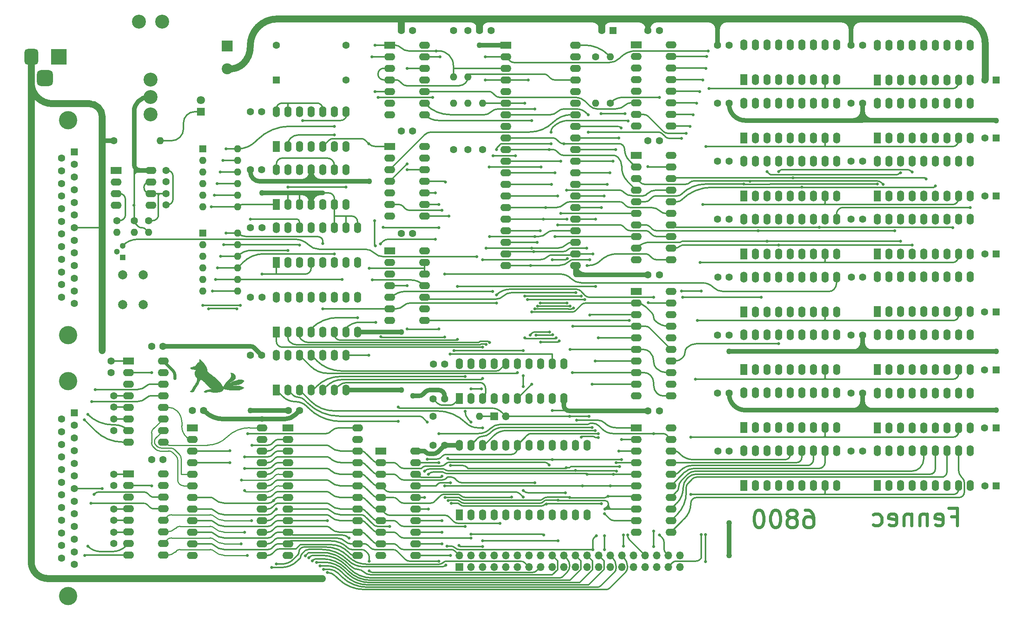
<source format=gbl>
%TF.GenerationSoftware,KiCad,Pcbnew,(6.0.1)*%
%TF.CreationDate,2022-02-17T06:08:29-07:00*%
%TF.ProjectId,77Project,37375072-6f6a-4656-9374-2e6b69636164,rev?*%
%TF.SameCoordinates,Original*%
%TF.FileFunction,Copper,L2,Bot*%
%TF.FilePolarity,Positive*%
%FSLAX46Y46*%
G04 Gerber Fmt 4.6, Leading zero omitted, Abs format (unit mm)*
G04 Created by KiCad (PCBNEW (6.0.1)) date 2022-02-17 06:08:29*
%MOMM*%
%LPD*%
G01*
G04 APERTURE LIST*
G04 Aperture macros list*
%AMRoundRect*
0 Rectangle with rounded corners*
0 $1 Rounding radius*
0 $2 $3 $4 $5 $6 $7 $8 $9 X,Y pos of 4 corners*
0 Add a 4 corners polygon primitive as box body*
4,1,4,$2,$3,$4,$5,$6,$7,$8,$9,$2,$3,0*
0 Add four circle primitives for the rounded corners*
1,1,$1+$1,$2,$3*
1,1,$1+$1,$4,$5*
1,1,$1+$1,$6,$7*
1,1,$1+$1,$8,$9*
0 Add four rect primitives between the rounded corners*
20,1,$1+$1,$2,$3,$4,$5,0*
20,1,$1+$1,$4,$5,$6,$7,0*
20,1,$1+$1,$6,$7,$8,$9,0*
20,1,$1+$1,$8,$9,$2,$3,0*%
G04 Aperture macros list end*
%TA.AperFunction,NonConductor*%
%ADD10C,0.200000*%
%TD*%
%ADD11C,0.635000*%
%TA.AperFunction,NonConductor*%
%ADD12C,0.635000*%
%TD*%
%TA.AperFunction,NonConductor*%
%ADD13C,0.508000*%
%TD*%
%TA.AperFunction,EtchedComponent*%
%ADD14C,0.010000*%
%TD*%
%TA.AperFunction,ComponentPad*%
%ADD15R,1.700000X1.700000*%
%TD*%
%TA.AperFunction,ComponentPad*%
%ADD16O,1.700000X1.700000*%
%TD*%
%TA.AperFunction,ComponentPad*%
%ADD17C,3.048000*%
%TD*%
%TA.AperFunction,ComponentPad*%
%ADD18R,3.500000X3.500000*%
%TD*%
%TA.AperFunction,ComponentPad*%
%ADD19RoundRect,0.750000X-0.750000X-1.000000X0.750000X-1.000000X0.750000X1.000000X-0.750000X1.000000X0*%
%TD*%
%TA.AperFunction,ComponentPad*%
%ADD20RoundRect,0.875000X-0.875000X-0.875000X0.875000X-0.875000X0.875000X0.875000X-0.875000X0.875000X0*%
%TD*%
%TA.AperFunction,ComponentPad*%
%ADD21R,1.600000X1.600000*%
%TD*%
%TA.AperFunction,ComponentPad*%
%ADD22C,1.600000*%
%TD*%
%TA.AperFunction,ComponentPad*%
%ADD23C,2.400000*%
%TD*%
%TA.AperFunction,ComponentPad*%
%ADD24R,2.400000X2.400000*%
%TD*%
%TA.AperFunction,ComponentPad*%
%ADD25O,1.600000X1.600000*%
%TD*%
%TA.AperFunction,ComponentPad*%
%ADD26O,2.400000X1.600000*%
%TD*%
%TA.AperFunction,ComponentPad*%
%ADD27R,2.400000X1.600000*%
%TD*%
%TA.AperFunction,ComponentPad*%
%ADD28C,2.000000*%
%TD*%
%TA.AperFunction,ComponentPad*%
%ADD29R,1.300000X1.300000*%
%TD*%
%TA.AperFunction,ComponentPad*%
%ADD30C,1.300000*%
%TD*%
%TA.AperFunction,ComponentPad*%
%ADD31C,4.000000*%
%TD*%
%TA.AperFunction,ComponentPad*%
%ADD32C,1.800000*%
%TD*%
%TA.AperFunction,ComponentPad*%
%ADD33R,1.800000X1.800000*%
%TD*%
%TA.AperFunction,ComponentPad*%
%ADD34R,1.600000X2.400000*%
%TD*%
%TA.AperFunction,ComponentPad*%
%ADD35O,1.600000X2.400000*%
%TD*%
%TA.AperFunction,ViaPad*%
%ADD36C,0.635000*%
%TD*%
%TA.AperFunction,ViaPad*%
%ADD37C,1.270000*%
%TD*%
%TA.AperFunction,Conductor*%
%ADD38C,0.304800*%
%TD*%
%TA.AperFunction,Conductor*%
%ADD39C,1.016000*%
%TD*%
%TA.AperFunction,Conductor*%
%ADD40C,1.524000*%
%TD*%
%TA.AperFunction,Conductor*%
%ADD41C,0.250000*%
%TD*%
%TA.AperFunction,Conductor*%
%ADD42C,0.635000*%
%TD*%
G04 APERTURE END LIST*
D10*
X72528050Y-55433850D02*
G75*
G03*
X72045450Y-55916450I0J-482600D01*
G01*
X71947150Y-55916450D02*
G75*
G03*
X71464550Y-55433850I-482600J0D01*
G01*
X217439626Y-121234200D02*
G75*
G03*
X217769826Y-120904000I0J330200D01*
G01*
X217855800Y-120899113D02*
G75*
G03*
X218186000Y-121229313I330200J0D01*
G01*
X217855800Y-108326113D02*
G75*
G03*
X218186000Y-108656313I330200J0D01*
G01*
X217439626Y-108661200D02*
G75*
G03*
X217769826Y-108331000I0J330200D01*
G01*
X217439626Y-95966087D02*
G75*
G03*
X217769826Y-95635887I0J330200D01*
G01*
X217855800Y-95631000D02*
G75*
G03*
X218186000Y-95961200I330200J0D01*
G01*
X217860687Y-82799113D02*
G75*
G03*
X218190887Y-83129313I330200J0D01*
G01*
X217444513Y-83134200D02*
G75*
G03*
X217774713Y-82804000I0J330200D01*
G01*
X217860687Y-70104000D02*
G75*
G03*
X218190887Y-70434200I330200J0D01*
G01*
X217444513Y-70439087D02*
G75*
G03*
X217774713Y-70108887I0J330200D01*
G01*
X217444513Y-57734200D02*
G75*
G03*
X217774713Y-57404000I0J330200D01*
G01*
X217860687Y-57399113D02*
G75*
G03*
X218190887Y-57729313I330200J0D01*
G01*
X217860687Y-31999113D02*
G75*
G03*
X218190887Y-32329313I330200J0D01*
G01*
X217444513Y-32334200D02*
G75*
G03*
X217774713Y-32004000I0J330200D01*
G01*
D11*
D12*
X213552314Y-124761171D02*
X214278029Y-124761171D01*
X214640886Y-124942600D01*
X214822314Y-125124028D01*
X215185172Y-125668314D01*
X215366600Y-126394028D01*
X215366600Y-127845457D01*
X215185172Y-128208314D01*
X215003743Y-128389742D01*
X214640886Y-128571171D01*
X213915172Y-128571171D01*
X213552314Y-128389742D01*
X213370886Y-128208314D01*
X213189457Y-127845457D01*
X213189457Y-126938314D01*
X213370886Y-126575457D01*
X213552314Y-126394028D01*
X213915172Y-126212600D01*
X214640886Y-126212600D01*
X215003743Y-126394028D01*
X215185172Y-126575457D01*
X215366600Y-126938314D01*
X211012314Y-126394028D02*
X211375172Y-126212600D01*
X211556600Y-126031171D01*
X211738029Y-125668314D01*
X211738029Y-125486885D01*
X211556600Y-125124028D01*
X211375172Y-124942600D01*
X211012314Y-124761171D01*
X210286600Y-124761171D01*
X209923743Y-124942600D01*
X209742314Y-125124028D01*
X209560886Y-125486885D01*
X209560886Y-125668314D01*
X209742314Y-126031171D01*
X209923743Y-126212600D01*
X210286600Y-126394028D01*
X211012314Y-126394028D01*
X211375172Y-126575457D01*
X211556600Y-126756885D01*
X211738029Y-127119742D01*
X211738029Y-127845457D01*
X211556600Y-128208314D01*
X211375172Y-128389742D01*
X211012314Y-128571171D01*
X210286600Y-128571171D01*
X209923743Y-128389742D01*
X209742314Y-128208314D01*
X209560886Y-127845457D01*
X209560886Y-127119742D01*
X209742314Y-126756885D01*
X209923743Y-126575457D01*
X210286600Y-126394028D01*
X207202314Y-124761171D02*
X206839457Y-124761171D01*
X206476600Y-124942600D01*
X206295172Y-125124028D01*
X206113743Y-125486885D01*
X205932314Y-126212600D01*
X205932314Y-127119742D01*
X206113743Y-127845457D01*
X206295172Y-128208314D01*
X206476600Y-128389742D01*
X206839457Y-128571171D01*
X207202314Y-128571171D01*
X207565172Y-128389742D01*
X207746600Y-128208314D01*
X207928029Y-127845457D01*
X208109457Y-127119742D01*
X208109457Y-126212600D01*
X207928029Y-125486885D01*
X207746600Y-125124028D01*
X207565172Y-124942600D01*
X207202314Y-124761171D01*
X203573743Y-124761171D02*
X203210886Y-124761171D01*
X202848029Y-124942600D01*
X202666600Y-125124028D01*
X202485172Y-125486885D01*
X202303743Y-126212600D01*
X202303743Y-127119742D01*
X202485172Y-127845457D01*
X202666600Y-128208314D01*
X202848029Y-128389742D01*
X203210886Y-128571171D01*
X203573743Y-128571171D01*
X203936600Y-128389742D01*
X204118029Y-128208314D01*
X204299457Y-127845457D01*
X204480886Y-127119742D01*
X204480886Y-126212600D01*
X204299457Y-125486885D01*
X204118029Y-125124028D01*
X203936600Y-124942600D01*
X203573743Y-124761171D01*
D11*
D12*
X245491000Y-126169057D02*
X246761000Y-126169057D01*
X246761000Y-128164771D02*
X246761000Y-124354771D01*
X244946714Y-124354771D01*
X242043857Y-127983342D02*
X242406714Y-128164771D01*
X243132429Y-128164771D01*
X243495286Y-127983342D01*
X243676714Y-127620485D01*
X243676714Y-126169057D01*
X243495286Y-125806200D01*
X243132429Y-125624771D01*
X242406714Y-125624771D01*
X242043857Y-125806200D01*
X241862429Y-126169057D01*
X241862429Y-126531914D01*
X243676714Y-126894771D01*
X240229572Y-125624771D02*
X240229572Y-128164771D01*
X240229572Y-125987628D02*
X240048143Y-125806200D01*
X239685286Y-125624771D01*
X239141000Y-125624771D01*
X238778143Y-125806200D01*
X238596714Y-126169057D01*
X238596714Y-128164771D01*
X236782429Y-125624771D02*
X236782429Y-128164771D01*
X236782429Y-125987628D02*
X236601000Y-125806200D01*
X236238143Y-125624771D01*
X235693857Y-125624771D01*
X235331000Y-125806200D01*
X235149572Y-126169057D01*
X235149572Y-128164771D01*
X231883857Y-127983342D02*
X232246714Y-128164771D01*
X232972429Y-128164771D01*
X233335286Y-127983342D01*
X233516714Y-127620485D01*
X233516714Y-126169057D01*
X233335286Y-125806200D01*
X232972429Y-125624771D01*
X232246714Y-125624771D01*
X231883857Y-125806200D01*
X231702429Y-126169057D01*
X231702429Y-126531914D01*
X233516714Y-126894771D01*
X228436714Y-127983342D02*
X228799572Y-128164771D01*
X229525286Y-128164771D01*
X229888143Y-127983342D01*
X230069572Y-127801914D01*
X230251000Y-127439057D01*
X230251000Y-126350485D01*
X230069572Y-125987628D01*
X229888143Y-125806200D01*
X229525286Y-125624771D01*
X228799572Y-125624771D01*
X228436714Y-125806200D01*
D10*
X68376800Y-50723800D02*
X67208400Y-50723800D01*
X67208400Y-50723800D02*
X66700400Y-51181000D01*
X66700400Y-51181000D02*
X66700400Y-50266600D01*
X66700400Y-50266600D02*
X68376800Y-50266600D01*
X68376800Y-50266600D02*
X68376800Y-50723800D01*
G36*
X68376800Y-50723800D02*
G01*
X67208400Y-50723800D01*
X66700400Y-51181000D01*
X66700400Y-50266600D01*
X68376800Y-50266600D01*
X68376800Y-50723800D01*
G37*
X68376800Y-50723800D02*
X67208400Y-50723800D01*
X66700400Y-51181000D01*
X66700400Y-50266600D01*
X68376800Y-50266600D01*
X68376800Y-50723800D01*
X67566022Y-50718344D02*
G75*
G03*
X66727822Y-51531144I-8526J-829804D01*
G01*
D13*
X224002600Y-89789000D02*
G75*
G03*
X225780600Y-88011000I0J1778000D01*
G01*
X226301236Y-87998365D02*
G75*
G03*
X228079236Y-89776365I1778000J0D01*
G01*
D10*
X224917000Y-89687400D02*
X227126800Y-89687400D01*
X227126800Y-89687400D02*
X226034600Y-88773000D01*
X226034600Y-88773000D02*
X224917000Y-89687400D01*
G36*
X227126800Y-89687400D02*
G01*
X224917000Y-89687400D01*
X226034600Y-88773000D01*
X227126800Y-89687400D01*
G37*
X227126800Y-89687400D02*
X224917000Y-89687400D01*
X226034600Y-88773000D01*
X227126800Y-89687400D01*
D13*
X224002600Y-102616000D02*
G75*
G03*
X225780600Y-100838000I0J1778000D01*
G01*
X226301236Y-100825365D02*
G75*
G03*
X228079236Y-102603365I1778000J0D01*
G01*
D10*
X224917000Y-102514400D02*
X227126800Y-102514400D01*
X227126800Y-102514400D02*
X226034600Y-101600000D01*
X226034600Y-101600000D02*
X224917000Y-102514400D01*
G36*
X227126800Y-102514400D02*
G01*
X224917000Y-102514400D01*
X226034600Y-101600000D01*
X227126800Y-102514400D01*
G37*
X227126800Y-102514400D02*
X224917000Y-102514400D01*
X226034600Y-101600000D01*
X227126800Y-102514400D01*
D13*
X224002600Y-39116000D02*
G75*
G03*
X225780600Y-37338000I0J1778000D01*
G01*
X226301236Y-37325365D02*
G75*
G03*
X228079236Y-39103365I1778000J0D01*
G01*
D10*
X224917000Y-39014400D02*
X227126800Y-39014400D01*
X227126800Y-39014400D02*
X226034600Y-38100000D01*
X226034600Y-38100000D02*
X224917000Y-39014400D01*
G36*
X227126800Y-39014400D02*
G01*
X224917000Y-39014400D01*
X226034600Y-38100000D01*
X227126800Y-39014400D01*
G37*
X227126800Y-39014400D02*
X224917000Y-39014400D01*
X226034600Y-38100000D01*
X227126800Y-39014400D01*
D13*
X163461636Y-71132765D02*
G75*
G03*
X165239636Y-72910765I1778000J0D01*
G01*
D10*
X163195000Y-72898000D02*
X164287200Y-72821800D01*
X164287200Y-72821800D02*
X163195000Y-71907400D01*
X163195000Y-71907400D02*
X163195000Y-72898000D01*
G36*
X164287200Y-72821800D02*
G01*
X163195000Y-72898000D01*
X163195000Y-71907400D01*
X164287200Y-72821800D01*
G37*
X164287200Y-72821800D02*
X163195000Y-72898000D01*
X163195000Y-71907400D01*
X164287200Y-72821800D01*
D13*
X107442000Y-55473600D02*
G75*
G03*
X105664000Y-57251600I0J-1778000D01*
G01*
X105143364Y-57264235D02*
G75*
G03*
X103365364Y-55486235I-1778000J0D01*
G01*
D10*
X106527600Y-55575200D02*
X104317800Y-55575200D01*
X104317800Y-55575200D02*
X105410000Y-56489600D01*
X105410000Y-56489600D02*
X106527600Y-55575200D01*
G36*
X105410000Y-56489600D02*
G01*
X104317800Y-55575200D01*
X106527600Y-55575200D01*
X105410000Y-56489600D01*
G37*
X105410000Y-56489600D02*
X104317800Y-55575200D01*
X106527600Y-55575200D01*
X105410000Y-56489600D01*
D13*
X103378000Y-52451000D02*
G75*
G03*
X105156000Y-50673000I0J1778000D01*
G01*
X105676636Y-50660365D02*
G75*
G03*
X107454636Y-52438365I1778000J0D01*
G01*
D10*
X104292400Y-52349400D02*
X106502200Y-52349400D01*
X106502200Y-52349400D02*
X105410000Y-51435000D01*
X105410000Y-51435000D02*
X104292400Y-52349400D01*
G36*
X106502200Y-52349400D02*
G01*
X104292400Y-52349400D01*
X105410000Y-51435000D01*
X106502200Y-52349400D01*
G37*
X106502200Y-52349400D02*
X104292400Y-52349400D01*
X105410000Y-51435000D01*
X106502200Y-52349400D01*
D13*
X225552000Y-17653000D02*
G75*
G03*
X223774000Y-19431000I0J-1778000D01*
G01*
X223253364Y-19443635D02*
G75*
G03*
X221475364Y-17665635I-1778000J0D01*
G01*
D10*
X224637600Y-17754600D02*
X222427800Y-17754600D01*
X222427800Y-17754600D02*
X223520000Y-18669000D01*
X223520000Y-18669000D02*
X224637600Y-17754600D01*
G36*
X223520000Y-18669000D02*
G01*
X222427800Y-17754600D01*
X224637600Y-17754600D01*
X223520000Y-18669000D01*
G37*
X223520000Y-18669000D02*
X222427800Y-17754600D01*
X224637600Y-17754600D01*
X223520000Y-18669000D01*
D13*
X196367400Y-17627600D02*
G75*
G03*
X194589400Y-19405600I0J-1778000D01*
G01*
X194068764Y-19418235D02*
G75*
G03*
X192290764Y-17640235I-1778000J0D01*
G01*
D10*
X195453000Y-17729200D02*
X193243200Y-17729200D01*
X193243200Y-17729200D02*
X194335400Y-18643600D01*
X194335400Y-18643600D02*
X195453000Y-17729200D01*
G36*
X194335400Y-18643600D02*
G01*
X193243200Y-17729200D01*
X195453000Y-17729200D01*
X194335400Y-18643600D01*
G37*
X194335400Y-18643600D02*
X193243200Y-17729200D01*
X195453000Y-17729200D01*
X194335400Y-18643600D01*
D13*
X181127400Y-17627600D02*
G75*
G03*
X179349400Y-19405600I0J-1778000D01*
G01*
X178828764Y-19418235D02*
G75*
G03*
X177050764Y-17640235I-1778000J0D01*
G01*
D10*
X180213000Y-17729200D02*
X178003200Y-17729200D01*
X178003200Y-17729200D02*
X179095400Y-18643600D01*
X179095400Y-18643600D02*
X180213000Y-17729200D01*
G36*
X179095400Y-18643600D02*
G01*
X178003200Y-17729200D01*
X180213000Y-17729200D01*
X179095400Y-18643600D01*
G37*
X179095400Y-18643600D02*
X178003200Y-17729200D01*
X180213000Y-17729200D01*
X179095400Y-18643600D01*
D13*
X170967400Y-17627600D02*
G75*
G03*
X169189400Y-19405600I0J-1778000D01*
G01*
X168668764Y-19418235D02*
G75*
G03*
X166890764Y-17640235I-1778000J0D01*
G01*
D10*
X170053000Y-17729200D02*
X167843200Y-17729200D01*
X167843200Y-17729200D02*
X168935400Y-18643600D01*
X168935400Y-18643600D02*
X170053000Y-17729200D01*
G36*
X168935400Y-18643600D02*
G01*
X167843200Y-17729200D01*
X170053000Y-17729200D01*
X168935400Y-18643600D01*
G37*
X168935400Y-18643600D02*
X167843200Y-17729200D01*
X170053000Y-17729200D01*
X168935400Y-18643600D01*
X143383000Y-17716565D02*
X141173200Y-17716565D01*
X141173200Y-17716565D02*
X142265400Y-18630965D01*
X142265400Y-18630965D02*
X143383000Y-17716565D01*
G36*
X142265400Y-18630965D02*
G01*
X141173200Y-17716565D01*
X143383000Y-17716565D01*
X142265400Y-18630965D01*
G37*
X142265400Y-18630965D02*
X141173200Y-17716565D01*
X143383000Y-17716565D01*
X142265400Y-18630965D01*
D13*
X141998764Y-19405600D02*
G75*
G03*
X140220764Y-17627600I-1778001J-1D01*
G01*
X144297400Y-17614965D02*
G75*
G03*
X142519400Y-19392965I1J-1778001D01*
G01*
D10*
X170815000Y-124460000D02*
X169799000Y-124333000D01*
X169799000Y-124333000D02*
X170307000Y-123825000D01*
X170307000Y-123825000D02*
X170815000Y-124460000D01*
G36*
X170815000Y-124460000D02*
G01*
X169799000Y-124333000D01*
X170307000Y-123825000D01*
X170815000Y-124460000D01*
G37*
X170815000Y-124460000D02*
X169799000Y-124333000D01*
X170307000Y-123825000D01*
X170815000Y-124460000D01*
D14*
%TO.C,G\u002A\u002A\u002A*%
X80985476Y-91670447D02*
X80963269Y-91745951D01*
X80963269Y-91745951D02*
X80949823Y-91826645D01*
X80949823Y-91826645D02*
X80933245Y-91963024D01*
X80933245Y-91963024D02*
X80916489Y-92101814D01*
X80916489Y-92101814D02*
X80909293Y-92161825D01*
X80909293Y-92161825D02*
X80893514Y-92255348D01*
X80893514Y-92255348D02*
X80867199Y-92303669D01*
X80867199Y-92303669D02*
X80817978Y-92326026D01*
X80817978Y-92326026D02*
X80801360Y-92329670D01*
X80801360Y-92329670D02*
X80740548Y-92361040D01*
X80740548Y-92361040D02*
X80650758Y-92430384D01*
X80650758Y-92430384D02*
X80544026Y-92525943D01*
X80544026Y-92525943D02*
X80432391Y-92635955D01*
X80432391Y-92635955D02*
X80327890Y-92748660D01*
X80327890Y-92748660D02*
X80242561Y-92852296D01*
X80242561Y-92852296D02*
X80195990Y-92921122D01*
X80195990Y-92921122D02*
X80133873Y-93025281D01*
X80133873Y-93025281D02*
X80084424Y-93090496D01*
X80084424Y-93090496D02*
X80030274Y-93134863D01*
X80030274Y-93134863D02*
X79954055Y-93176480D01*
X79954055Y-93176480D02*
X79948082Y-93179443D01*
X79948082Y-93179443D02*
X79822665Y-93233805D01*
X79822665Y-93233805D02*
X79660588Y-93293464D01*
X79660588Y-93293464D02*
X79483623Y-93351449D01*
X79483623Y-93351449D02*
X79313542Y-93400785D01*
X79313542Y-93400785D02*
X79172117Y-93434500D01*
X79172117Y-93434500D02*
X79127967Y-93442117D01*
X79127967Y-93442117D02*
X79036314Y-93459717D01*
X79036314Y-93459717D02*
X78990743Y-93486664D01*
X78990743Y-93486664D02*
X78972957Y-93535619D01*
X78972957Y-93535619D02*
X78970937Y-93550757D01*
X78970937Y-93550757D02*
X78987877Y-93655124D01*
X78987877Y-93655124D02*
X79061923Y-93737471D01*
X79061923Y-93737471D02*
X79188365Y-93794074D01*
X79188365Y-93794074D02*
X79307145Y-93816567D01*
X79307145Y-93816567D02*
X79480215Y-93839645D01*
X79480215Y-93839645D02*
X79665022Y-93870261D01*
X79665022Y-93870261D02*
X79844449Y-93904996D01*
X79844449Y-93904996D02*
X80001379Y-93940430D01*
X80001379Y-93940430D02*
X80118696Y-93973145D01*
X80118696Y-93973145D02*
X80152422Y-93985410D01*
X80152422Y-93985410D02*
X80260061Y-94029854D01*
X80260061Y-94029854D02*
X80113443Y-94186601D01*
X80113443Y-94186601D02*
X80034138Y-94275747D01*
X80034138Y-94275747D02*
X79983744Y-94350435D01*
X79983744Y-94350435D02*
X79951683Y-94433558D01*
X79951683Y-94433558D02*
X79927379Y-94548008D01*
X79927379Y-94548008D02*
X79916700Y-94612419D01*
X79916700Y-94612419D02*
X79911690Y-94745334D01*
X79911690Y-94745334D02*
X79928404Y-94912882D01*
X79928404Y-94912882D02*
X79962807Y-95090596D01*
X79962807Y-95090596D02*
X80010866Y-95254011D01*
X80010866Y-95254011D02*
X80030895Y-95305007D01*
X80030895Y-95305007D02*
X80087417Y-95406621D01*
X80087417Y-95406621D02*
X80172936Y-95526702D01*
X80172936Y-95526702D02*
X80269265Y-95639787D01*
X80269265Y-95639787D02*
X80272341Y-95643025D01*
X80272341Y-95643025D02*
X80362223Y-95740938D01*
X80362223Y-95740938D02*
X80414941Y-95812433D01*
X80414941Y-95812433D02*
X80440154Y-95875412D01*
X80440154Y-95875412D02*
X80447517Y-95947772D01*
X80447517Y-95947772D02*
X80447701Y-95968057D01*
X80447701Y-95968057D02*
X80437202Y-96078937D01*
X80437202Y-96078937D02*
X80410199Y-96213733D01*
X80410199Y-96213733D02*
X80385763Y-96300843D01*
X80385763Y-96300843D02*
X80348205Y-96426875D01*
X80348205Y-96426875D02*
X80317005Y-96548762D01*
X80317005Y-96548762D02*
X80303603Y-96613933D01*
X80303603Y-96613933D02*
X80274114Y-96699724D01*
X80274114Y-96699724D02*
X80211007Y-96823290D01*
X80211007Y-96823290D02*
X80120999Y-96972113D01*
X80120999Y-96972113D02*
X80070049Y-97049085D01*
X80070049Y-97049085D02*
X79904527Y-97293200D01*
X79904527Y-97293200D02*
X79771743Y-97491050D01*
X79771743Y-97491050D02*
X79667576Y-97649261D01*
X79667576Y-97649261D02*
X79587906Y-97774456D01*
X79587906Y-97774456D02*
X79528610Y-97873262D01*
X79528610Y-97873262D02*
X79485567Y-97952302D01*
X79485567Y-97952302D02*
X79454656Y-98018202D01*
X79454656Y-98018202D02*
X79433755Y-98071886D01*
X79433755Y-98071886D02*
X79346133Y-98274471D01*
X79346133Y-98274471D02*
X79244439Y-98421056D01*
X79244439Y-98421056D02*
X79122597Y-98519611D01*
X79122597Y-98519611D02*
X79073519Y-98544477D01*
X79073519Y-98544477D02*
X78960286Y-98611628D01*
X78960286Y-98611628D02*
X78904678Y-98681224D01*
X78904678Y-98681224D02*
X78905909Y-98744327D01*
X78905909Y-98744327D02*
X78963191Y-98791998D01*
X78963191Y-98791998D02*
X79075740Y-98815299D01*
X79075740Y-98815299D02*
X79097428Y-98816141D01*
X79097428Y-98816141D02*
X79218529Y-98823386D01*
X79218529Y-98823386D02*
X79336017Y-98837563D01*
X79336017Y-98837563D02*
X79354811Y-98840837D01*
X79354811Y-98840837D02*
X79454751Y-98846235D01*
X79454751Y-98846235D02*
X79534898Y-98811387D01*
X79534898Y-98811387D02*
X79552961Y-98797925D01*
X79552961Y-98797925D02*
X79627198Y-98722199D01*
X79627198Y-98722199D02*
X79720065Y-98601097D01*
X79720065Y-98601097D02*
X79822658Y-98447535D01*
X79822658Y-98447535D02*
X79926075Y-98274429D01*
X79926075Y-98274429D02*
X79973816Y-98187396D01*
X79973816Y-98187396D02*
X80045436Y-98061036D01*
X80045436Y-98061036D02*
X80125317Y-97932074D01*
X80125317Y-97932074D02*
X80169990Y-97865767D01*
X80169990Y-97865767D02*
X80251362Y-97751019D01*
X80251362Y-97751019D02*
X80340702Y-97625074D01*
X80340702Y-97625074D02*
X80375759Y-97575665D01*
X80375759Y-97575665D02*
X80514339Y-97361408D01*
X80514339Y-97361408D02*
X80656835Y-97107208D01*
X80656835Y-97107208D02*
X80791036Y-96835538D01*
X80791036Y-96835538D02*
X80850448Y-96701962D01*
X80850448Y-96701962D02*
X80956674Y-96470471D01*
X80956674Y-96470471D02*
X81052810Y-96296236D01*
X81052810Y-96296236D02*
X81137739Y-96180944D01*
X81137739Y-96180944D02*
X81210345Y-96126283D01*
X81210345Y-96126283D02*
X81234453Y-96121759D01*
X81234453Y-96121759D02*
X81361662Y-96149546D01*
X81361662Y-96149546D02*
X81514707Y-96230465D01*
X81514707Y-96230465D02*
X81688923Y-96360853D01*
X81688923Y-96360853D02*
X81879644Y-96537048D01*
X81879644Y-96537048D02*
X82082205Y-96755386D01*
X82082205Y-96755386D02*
X82163126Y-96850833D01*
X82163126Y-96850833D02*
X82283907Y-96989246D01*
X82283907Y-96989246D02*
X82431998Y-97147351D01*
X82431998Y-97147351D02*
X82597696Y-97315890D01*
X82597696Y-97315890D02*
X82771300Y-97485607D01*
X82771300Y-97485607D02*
X82943106Y-97647243D01*
X82943106Y-97647243D02*
X83103412Y-97791543D01*
X83103412Y-97791543D02*
X83242517Y-97909250D01*
X83242517Y-97909250D02*
X83350718Y-97991105D01*
X83350718Y-97991105D02*
X83374330Y-98006448D01*
X83374330Y-98006448D02*
X83478525Y-98073627D01*
X83478525Y-98073627D02*
X83533689Y-98119162D01*
X83533689Y-98119162D02*
X83547876Y-98151361D01*
X83547876Y-98151361D02*
X83535497Y-98172744D01*
X83535497Y-98172744D02*
X83476584Y-98205795D01*
X83476584Y-98205795D02*
X83360885Y-98243122D01*
X83360885Y-98243122D02*
X83186335Y-98285247D01*
X83186335Y-98285247D02*
X82950867Y-98332696D01*
X82950867Y-98332696D02*
X82786781Y-98362647D01*
X82786781Y-98362647D02*
X82608476Y-98401961D01*
X82608476Y-98401961D02*
X82426832Y-98455291D01*
X82426832Y-98455291D02*
X82256294Y-98517070D01*
X82256294Y-98517070D02*
X82111306Y-98581731D01*
X82111306Y-98581731D02*
X82006313Y-98643708D01*
X82006313Y-98643708D02*
X81967635Y-98678347D01*
X81967635Y-98678347D02*
X81937947Y-98749939D01*
X81937947Y-98749939D02*
X81936026Y-98803424D01*
X81936026Y-98803424D02*
X81945478Y-98839909D01*
X81945478Y-98839909D02*
X81970068Y-98862712D01*
X81970068Y-98862712D02*
X82023136Y-98875823D01*
X82023136Y-98875823D02*
X82118022Y-98883231D01*
X82118022Y-98883231D02*
X82215996Y-98887143D01*
X82215996Y-98887143D02*
X82352925Y-98889879D01*
X82352925Y-98889879D02*
X82440244Y-98884928D01*
X82440244Y-98884928D02*
X82492583Y-98870019D01*
X82492583Y-98870019D02*
X82524569Y-98842884D01*
X82524569Y-98842884D02*
X82527665Y-98838792D01*
X82527665Y-98838792D02*
X82584409Y-98806327D01*
X82584409Y-98806327D02*
X82691898Y-98782903D01*
X82691898Y-98782903D02*
X82837029Y-98768670D01*
X82837029Y-98768670D02*
X83006697Y-98763780D01*
X83006697Y-98763780D02*
X83187796Y-98768383D01*
X83187796Y-98768383D02*
X83367221Y-98782629D01*
X83367221Y-98782629D02*
X83531868Y-98806670D01*
X83531868Y-98806670D02*
X83619545Y-98826235D01*
X83619545Y-98826235D02*
X83933385Y-98884715D01*
X83933385Y-98884715D02*
X84302137Y-98909505D01*
X84302137Y-98909505D02*
X84725823Y-98900606D01*
X84725823Y-98900606D02*
X84838386Y-98893260D01*
X84838386Y-98893260D02*
X85107181Y-98863761D01*
X85107181Y-98863761D02*
X85366643Y-98817042D01*
X85366643Y-98817042D02*
X85599925Y-98756927D01*
X85599925Y-98756927D02*
X85790181Y-98687244D01*
X85790181Y-98687244D02*
X85830873Y-98667852D01*
X85830873Y-98667852D02*
X85917379Y-98607053D01*
X85917379Y-98607053D02*
X86008841Y-98517784D01*
X86008841Y-98517784D02*
X86047835Y-98470112D01*
X86047835Y-98470112D02*
X86120812Y-98373812D01*
X86120812Y-98373812D02*
X86189435Y-98286818D01*
X86189435Y-98286818D02*
X86216474Y-98254164D01*
X86216474Y-98254164D02*
X86281146Y-98178573D01*
X86281146Y-98178573D02*
X86773116Y-98260200D01*
X86773116Y-98260200D02*
X87076485Y-98309528D01*
X87076485Y-98309528D02*
X87331891Y-98348026D01*
X87331891Y-98348026D02*
X87554696Y-98376951D01*
X87554696Y-98376951D02*
X87760260Y-98397560D01*
X87760260Y-98397560D02*
X87963944Y-98411113D01*
X87963944Y-98411113D02*
X88181110Y-98418865D01*
X88181110Y-98418865D02*
X88427118Y-98422074D01*
X88427118Y-98422074D02*
X88717330Y-98421999D01*
X88717330Y-98421999D02*
X88747828Y-98421866D01*
X88747828Y-98421866D02*
X89030512Y-98419622D01*
X89030512Y-98419622D02*
X89257578Y-98415458D01*
X89257578Y-98415458D02*
X89437860Y-98408903D01*
X89437860Y-98408903D02*
X89580191Y-98399483D01*
X89580191Y-98399483D02*
X89693405Y-98386728D01*
X89693405Y-98386728D02*
X89786334Y-98370166D01*
X89786334Y-98370166D02*
X89808034Y-98365232D01*
X89808034Y-98365232D02*
X90106965Y-98268314D01*
X90106965Y-98268314D02*
X90355263Y-98131618D01*
X90355263Y-98131618D02*
X90495748Y-98015433D01*
X90495748Y-98015433D02*
X90631993Y-97882647D01*
X90631993Y-97882647D02*
X90251582Y-97697109D01*
X90251582Y-97697109D02*
X90094185Y-97622988D01*
X90094185Y-97622988D02*
X89943438Y-97556680D01*
X89943438Y-97556680D02*
X89816019Y-97505230D01*
X89816019Y-97505230D02*
X89728607Y-97475687D01*
X89728607Y-97475687D02*
X89725867Y-97474982D01*
X89725867Y-97474982D02*
X89641355Y-97462846D01*
X89641355Y-97462846D02*
X89496952Y-97454075D01*
X89496952Y-97454075D02*
X89291625Y-97448646D01*
X89291625Y-97448646D02*
X89024343Y-97446536D01*
X89024343Y-97446536D02*
X88694073Y-97447723D01*
X88694073Y-97447723D02*
X88562460Y-97448922D01*
X88562460Y-97448922D02*
X88314076Y-97451268D01*
X88314076Y-97451268D02*
X88088067Y-97452974D01*
X88088067Y-97452974D02*
X87892037Y-97454016D01*
X87892037Y-97454016D02*
X87733590Y-97454372D01*
X87733590Y-97454372D02*
X87620327Y-97454018D01*
X87620327Y-97454018D02*
X87559853Y-97452930D01*
X87559853Y-97452930D02*
X87551813Y-97452038D01*
X87551813Y-97452038D02*
X87584497Y-97446631D01*
X87584497Y-97446631D02*
X87672922Y-97435123D01*
X87672922Y-97435123D02*
X87808754Y-97418514D01*
X87808754Y-97418514D02*
X87983661Y-97397806D01*
X87983661Y-97397806D02*
X88189307Y-97373997D01*
X88189307Y-97373997D02*
X88417360Y-97348088D01*
X88417360Y-97348088D02*
X88427533Y-97346943D01*
X88427533Y-97346943D02*
X88747054Y-97310590D01*
X88747054Y-97310590D02*
X88910950Y-97291012D01*
X88910950Y-97291012D02*
X86984167Y-97291012D01*
X86984167Y-97291012D02*
X86978614Y-97301017D01*
X86978614Y-97301017D02*
X86944650Y-97328738D01*
X86944650Y-97328738D02*
X86887147Y-97371008D01*
X86887147Y-97371008D02*
X86864404Y-97374716D01*
X86864404Y-97374716D02*
X86862168Y-97363883D01*
X86862168Y-97363883D02*
X86887484Y-97340264D01*
X86887484Y-97340264D02*
X86934694Y-97313755D01*
X86934694Y-97313755D02*
X86984167Y-97291012D01*
X86984167Y-97291012D02*
X88910950Y-97291012D01*
X88910950Y-97291012D02*
X89010395Y-97279133D01*
X89010395Y-97279133D02*
X89109602Y-97266049D01*
X89109602Y-97266049D02*
X87055569Y-97266049D01*
X87055569Y-97266049D02*
X87039452Y-97282166D01*
X87039452Y-97282166D02*
X87023336Y-97266049D01*
X87023336Y-97266049D02*
X87039452Y-97249932D01*
X87039452Y-97249932D02*
X87055569Y-97266049D01*
X87055569Y-97266049D02*
X89109602Y-97266049D01*
X89109602Y-97266049D02*
X89225492Y-97250765D01*
X89225492Y-97250765D02*
X89334864Y-97233815D01*
X89334864Y-97233815D02*
X87120036Y-97233815D01*
X87120036Y-97233815D02*
X87103919Y-97249932D01*
X87103919Y-97249932D02*
X87087803Y-97233815D01*
X87087803Y-97233815D02*
X87103919Y-97217698D01*
X87103919Y-97217698D02*
X87120036Y-97233815D01*
X87120036Y-97233815D02*
X89334864Y-97233815D01*
X89334864Y-97233815D02*
X89400282Y-97223677D01*
X89400282Y-97223677D02*
X89514228Y-97201582D01*
X89514228Y-97201582D02*
X87184503Y-97201582D01*
X87184503Y-97201582D02*
X87168386Y-97217698D01*
X87168386Y-97217698D02*
X87152270Y-97201582D01*
X87152270Y-97201582D02*
X87168386Y-97185465D01*
X87168386Y-97185465D02*
X87184503Y-97201582D01*
X87184503Y-97201582D02*
X89514228Y-97201582D01*
X89514228Y-97201582D02*
X89542701Y-97196061D01*
X89542701Y-97196061D02*
X89660687Y-97166109D01*
X89660687Y-97166109D02*
X89762177Y-97132011D01*
X89762177Y-97132011D02*
X89855106Y-97091959D01*
X89855106Y-97091959D02*
X89947412Y-97044145D01*
X89947412Y-97044145D02*
X90047032Y-96986760D01*
X90047032Y-96986760D02*
X90071116Y-96972434D01*
X90071116Y-96972434D02*
X90237085Y-96863920D01*
X90237085Y-96863920D02*
X90388053Y-96747594D01*
X90388053Y-96747594D02*
X90514838Y-96632209D01*
X90514838Y-96632209D02*
X90608253Y-96526516D01*
X90608253Y-96526516D02*
X90659116Y-96439267D01*
X90659116Y-96439267D02*
X90665721Y-96405825D01*
X90665721Y-96405825D02*
X90636611Y-96360016D01*
X90636611Y-96360016D02*
X90548215Y-96299717D01*
X90548215Y-96299717D02*
X90418830Y-96233171D01*
X90418830Y-96233171D02*
X90161674Y-96134947D01*
X90161674Y-96134947D02*
X89914548Y-96093543D01*
X89914548Y-96093543D02*
X89660458Y-96107559D01*
X89660458Y-96107559D02*
X89454402Y-96153797D01*
X89454402Y-96153797D02*
X89111805Y-96259369D01*
X89111805Y-96259369D02*
X88791343Y-96376237D01*
X88791343Y-96376237D02*
X88477356Y-96511404D01*
X88477356Y-96511404D02*
X88154187Y-96671873D01*
X88154187Y-96671873D02*
X87806176Y-96864644D01*
X87806176Y-96864644D02*
X87620216Y-96973984D01*
X87620216Y-96973984D02*
X87484438Y-97053761D01*
X87484438Y-97053761D02*
X87367835Y-97119767D01*
X87367835Y-97119767D02*
X87281886Y-97165686D01*
X87281886Y-97165686D02*
X87238066Y-97185197D01*
X87238066Y-97185197D02*
X87236100Y-97185465D01*
X87236100Y-97185465D02*
X87219779Y-97183448D01*
X87219779Y-97183448D02*
X87221998Y-97173191D01*
X87221998Y-97173191D02*
X87250510Y-97148387D01*
X87250510Y-97148387D02*
X87313067Y-97102731D01*
X87313067Y-97102731D02*
X87417420Y-97029915D01*
X87417420Y-97029915D02*
X87483035Y-96984567D01*
X87483035Y-96984567D02*
X87809846Y-96754879D01*
X87809846Y-96754879D02*
X88083860Y-96552767D01*
X88083860Y-96552767D02*
X88308693Y-96374605D01*
X88308693Y-96374605D02*
X88487962Y-96216770D01*
X88487962Y-96216770D02*
X88625285Y-96075638D01*
X88625285Y-96075638D02*
X88724277Y-95947585D01*
X88724277Y-95947585D02*
X88788558Y-95828988D01*
X88788558Y-95828988D02*
X88821743Y-95716221D01*
X88821743Y-95716221D02*
X88828412Y-95636625D01*
X88828412Y-95636625D02*
X88801982Y-95400986D01*
X88801982Y-95400986D02*
X88725375Y-95192358D01*
X88725375Y-95192358D02*
X88602618Y-95021247D01*
X88602618Y-95021247D02*
X88586532Y-95005226D01*
X88586532Y-95005226D02*
X88452509Y-94898440D01*
X88452509Y-94898440D02*
X88284800Y-94796582D01*
X88284800Y-94796582D02*
X88107772Y-94712436D01*
X88107772Y-94712436D02*
X87945792Y-94658786D01*
X87945792Y-94658786D02*
X87913512Y-94652154D01*
X87913512Y-94652154D02*
X87858952Y-94641916D01*
X87858952Y-94641916D02*
X87823197Y-94640174D01*
X87823197Y-94640174D02*
X87805236Y-94656597D01*
X87805236Y-94656597D02*
X87804056Y-94700855D01*
X87804056Y-94700855D02*
X87818645Y-94782618D01*
X87818645Y-94782618D02*
X87847991Y-94911556D01*
X87847991Y-94911556D02*
X87874474Y-95025129D01*
X87874474Y-95025129D02*
X87902769Y-95233491D01*
X87902769Y-95233491D02*
X87882029Y-95426067D01*
X87882029Y-95426067D02*
X87809340Y-95625532D01*
X87809340Y-95625532D02*
X87793105Y-95658785D01*
X87793105Y-95658785D02*
X87697616Y-95815517D01*
X87697616Y-95815517D02*
X87564400Y-95989355D01*
X87564400Y-95989355D02*
X87409329Y-96161582D01*
X87409329Y-96161582D02*
X87248274Y-96313482D01*
X87248274Y-96313482D02*
X87213283Y-96342582D01*
X87213283Y-96342582D02*
X87095647Y-96448657D01*
X87095647Y-96448657D02*
X86956891Y-96590843D01*
X86956891Y-96590843D02*
X86807818Y-96756254D01*
X86807818Y-96756254D02*
X86659232Y-96932009D01*
X86659232Y-96932009D02*
X86521937Y-97105222D01*
X86521937Y-97105222D02*
X86406736Y-97263010D01*
X86406736Y-97263010D02*
X86324433Y-97392488D01*
X86324433Y-97392488D02*
X86309552Y-97420330D01*
X86309552Y-97420330D02*
X86228485Y-97553376D01*
X86228485Y-97553376D02*
X86147561Y-97635723D01*
X86147561Y-97635723D02*
X86072266Y-97663455D01*
X86072266Y-97663455D02*
X86009723Y-97634392D01*
X86009723Y-97634392D02*
X85975442Y-97585972D01*
X85975442Y-97585972D02*
X85921765Y-97496060D01*
X85921765Y-97496060D02*
X85858155Y-97380811D01*
X85858155Y-97380811D02*
X85831676Y-97330516D01*
X85831676Y-97330516D02*
X85680864Y-97070576D01*
X85680864Y-97070576D02*
X85495901Y-96808418D01*
X85495901Y-96808418D02*
X85273089Y-96540294D01*
X85273089Y-96540294D02*
X85008732Y-96262455D01*
X85008732Y-96262455D02*
X84699134Y-95971153D01*
X84699134Y-95971153D02*
X84340599Y-95662638D01*
X84340599Y-95662638D02*
X83929429Y-95333163D01*
X83929429Y-95333163D02*
X83654935Y-95123111D01*
X83654935Y-95123111D02*
X83389844Y-94921975D01*
X83389844Y-94921975D02*
X83172689Y-94753586D01*
X83172689Y-94753586D02*
X82998856Y-94613347D01*
X82998856Y-94613347D02*
X82863728Y-94496662D01*
X82863728Y-94496662D02*
X82762694Y-94398936D01*
X82762694Y-94398936D02*
X82691137Y-94315572D01*
X82691137Y-94315572D02*
X82644443Y-94241974D01*
X82644443Y-94241974D02*
X82617998Y-94173546D01*
X82617998Y-94173546D02*
X82607187Y-94105691D01*
X82607187Y-94105691D02*
X82606214Y-94078558D01*
X82606214Y-94078558D02*
X82588932Y-93890341D01*
X82588932Y-93890341D02*
X82545118Y-93682407D01*
X82545118Y-93682407D02*
X82482518Y-93486427D01*
X82482518Y-93486427D02*
X82435486Y-93380572D01*
X82435486Y-93380572D02*
X82374552Y-93277512D01*
X82374552Y-93277512D02*
X82288753Y-93150173D01*
X82288753Y-93150173D02*
X82194968Y-93023401D01*
X82194968Y-93023401D02*
X82179450Y-93003701D01*
X82179450Y-93003701D02*
X82093098Y-92888385D01*
X82093098Y-92888385D02*
X82018762Y-92776801D01*
X82018762Y-92776801D02*
X81969615Y-92689056D01*
X81969615Y-92689056D02*
X81962644Y-92672775D01*
X81962644Y-92672775D02*
X81920942Y-92600883D01*
X81920942Y-92600883D02*
X81844812Y-92501503D01*
X81844812Y-92501503D02*
X81747216Y-92390853D01*
X81747216Y-92390853D02*
X81691281Y-92333247D01*
X81691281Y-92333247D02*
X81559597Y-92199556D01*
X81559597Y-92199556D02*
X81414098Y-92047380D01*
X81414098Y-92047380D02*
X81281554Y-91904808D01*
X81281554Y-91904808D02*
X81253539Y-91873913D01*
X81253539Y-91873913D02*
X81160238Y-91774184D01*
X81160238Y-91774184D02*
X81080324Y-91695837D01*
X81080324Y-91695837D02*
X81024925Y-91649426D01*
X81024925Y-91649426D02*
X81008239Y-91641296D01*
X81008239Y-91641296D02*
X80985476Y-91670447D01*
X80985476Y-91670447D02*
X80985476Y-91670447D01*
G36*
X89109602Y-97266049D02*
G01*
X89010395Y-97279133D01*
X88910950Y-97291012D01*
X88747054Y-97310590D01*
X88427533Y-97346943D01*
X88417360Y-97348088D01*
X88189307Y-97373997D01*
X87983661Y-97397806D01*
X87808754Y-97418514D01*
X87672922Y-97435123D01*
X87584497Y-97446631D01*
X87551813Y-97452038D01*
X87559853Y-97452930D01*
X87620327Y-97454018D01*
X87733590Y-97454372D01*
X87892037Y-97454016D01*
X88088067Y-97452974D01*
X88314076Y-97451268D01*
X88562460Y-97448922D01*
X88694073Y-97447723D01*
X89024343Y-97446536D01*
X89291625Y-97448646D01*
X89496952Y-97454075D01*
X89641355Y-97462846D01*
X89725867Y-97474982D01*
X89728607Y-97475687D01*
X89816019Y-97505230D01*
X89943438Y-97556680D01*
X90094185Y-97622988D01*
X90251582Y-97697109D01*
X90631993Y-97882647D01*
X90495748Y-98015433D01*
X90355263Y-98131618D01*
X90106965Y-98268314D01*
X89808034Y-98365232D01*
X89786334Y-98370166D01*
X89693405Y-98386728D01*
X89580191Y-98399483D01*
X89437860Y-98408903D01*
X89257578Y-98415458D01*
X89030512Y-98419622D01*
X88747828Y-98421866D01*
X88717330Y-98421999D01*
X88427118Y-98422074D01*
X88181110Y-98418865D01*
X87963944Y-98411113D01*
X87760260Y-98397560D01*
X87554696Y-98376951D01*
X87331891Y-98348026D01*
X87076485Y-98309528D01*
X86773116Y-98260200D01*
X86281146Y-98178573D01*
X86216474Y-98254164D01*
X86189435Y-98286818D01*
X86120812Y-98373812D01*
X86047835Y-98470112D01*
X86008841Y-98517784D01*
X85917379Y-98607053D01*
X85830873Y-98667852D01*
X85790181Y-98687244D01*
X85599925Y-98756927D01*
X85366643Y-98817042D01*
X85107181Y-98863761D01*
X84838386Y-98893260D01*
X84725823Y-98900606D01*
X84302137Y-98909505D01*
X83933385Y-98884715D01*
X83619545Y-98826235D01*
X83531868Y-98806670D01*
X83367221Y-98782629D01*
X83187796Y-98768383D01*
X83006697Y-98763780D01*
X82837029Y-98768670D01*
X82691898Y-98782903D01*
X82584409Y-98806327D01*
X82527665Y-98838792D01*
X82524569Y-98842884D01*
X82492583Y-98870019D01*
X82440244Y-98884928D01*
X82352925Y-98889879D01*
X82215996Y-98887143D01*
X82118022Y-98883231D01*
X82023136Y-98875823D01*
X81970068Y-98862712D01*
X81945478Y-98839909D01*
X81936026Y-98803424D01*
X81937947Y-98749939D01*
X81967635Y-98678347D01*
X82006313Y-98643708D01*
X82111306Y-98581731D01*
X82256294Y-98517070D01*
X82426832Y-98455291D01*
X82608476Y-98401961D01*
X82786781Y-98362647D01*
X82950867Y-98332696D01*
X83186335Y-98285247D01*
X83360885Y-98243122D01*
X83476584Y-98205795D01*
X83535497Y-98172744D01*
X83547876Y-98151361D01*
X83533689Y-98119162D01*
X83478525Y-98073627D01*
X83374330Y-98006448D01*
X83350718Y-97991105D01*
X83242517Y-97909250D01*
X83103412Y-97791543D01*
X82943106Y-97647243D01*
X82771300Y-97485607D01*
X82597696Y-97315890D01*
X82431998Y-97147351D01*
X82283907Y-96989246D01*
X82163126Y-96850833D01*
X82082205Y-96755386D01*
X81879644Y-96537048D01*
X81688923Y-96360853D01*
X81514707Y-96230465D01*
X81361662Y-96149546D01*
X81234453Y-96121759D01*
X81210345Y-96126283D01*
X81137739Y-96180944D01*
X81052810Y-96296236D01*
X80956674Y-96470471D01*
X80850448Y-96701962D01*
X80791036Y-96835538D01*
X80656835Y-97107208D01*
X80514339Y-97361408D01*
X80375759Y-97575665D01*
X80340702Y-97625074D01*
X80251362Y-97751019D01*
X80169990Y-97865767D01*
X80125317Y-97932074D01*
X80045436Y-98061036D01*
X79973816Y-98187396D01*
X79926075Y-98274429D01*
X79822658Y-98447535D01*
X79720065Y-98601097D01*
X79627198Y-98722199D01*
X79552961Y-98797925D01*
X79534898Y-98811387D01*
X79454751Y-98846235D01*
X79354811Y-98840837D01*
X79336017Y-98837563D01*
X79218529Y-98823386D01*
X79097428Y-98816141D01*
X79075740Y-98815299D01*
X78963191Y-98791998D01*
X78905909Y-98744327D01*
X78904678Y-98681224D01*
X78960286Y-98611628D01*
X79073519Y-98544477D01*
X79122597Y-98519611D01*
X79244439Y-98421056D01*
X79346133Y-98274471D01*
X79433755Y-98071886D01*
X79454656Y-98018202D01*
X79485567Y-97952302D01*
X79528610Y-97873262D01*
X79587906Y-97774456D01*
X79667576Y-97649261D01*
X79771743Y-97491050D01*
X79904527Y-97293200D01*
X80070049Y-97049085D01*
X80120999Y-96972113D01*
X80211007Y-96823290D01*
X80274114Y-96699724D01*
X80303603Y-96613933D01*
X80317005Y-96548762D01*
X80348205Y-96426875D01*
X80385763Y-96300843D01*
X80410199Y-96213733D01*
X80437202Y-96078937D01*
X80447701Y-95968057D01*
X80447517Y-95947772D01*
X80440154Y-95875412D01*
X80414941Y-95812433D01*
X80362223Y-95740938D01*
X80272341Y-95643025D01*
X80269265Y-95639787D01*
X80172936Y-95526702D01*
X80087417Y-95406621D01*
X80030895Y-95305007D01*
X80010866Y-95254011D01*
X79962807Y-95090596D01*
X79928404Y-94912882D01*
X79911690Y-94745334D01*
X79916700Y-94612419D01*
X79927379Y-94548008D01*
X79951683Y-94433558D01*
X79983744Y-94350435D01*
X80034138Y-94275747D01*
X80113443Y-94186601D01*
X80260061Y-94029854D01*
X80152422Y-93985410D01*
X80118696Y-93973145D01*
X80001379Y-93940430D01*
X79844449Y-93904996D01*
X79665022Y-93870261D01*
X79480215Y-93839645D01*
X79307145Y-93816567D01*
X79188365Y-93794074D01*
X79061923Y-93737471D01*
X78987877Y-93655124D01*
X78970937Y-93550757D01*
X78972957Y-93535619D01*
X78990743Y-93486664D01*
X79036314Y-93459717D01*
X79127967Y-93442117D01*
X79172117Y-93434500D01*
X79313542Y-93400785D01*
X79483623Y-93351449D01*
X79660588Y-93293464D01*
X79822665Y-93233805D01*
X79948082Y-93179443D01*
X79954055Y-93176480D01*
X80030274Y-93134863D01*
X80084424Y-93090496D01*
X80133873Y-93025281D01*
X80195990Y-92921122D01*
X80242561Y-92852296D01*
X80327890Y-92748660D01*
X80432391Y-92635955D01*
X80544026Y-92525943D01*
X80650758Y-92430384D01*
X80740548Y-92361040D01*
X80801360Y-92329670D01*
X80817978Y-92326026D01*
X80867199Y-92303669D01*
X80893514Y-92255348D01*
X80909293Y-92161825D01*
X80916489Y-92101814D01*
X80933245Y-91963024D01*
X80949823Y-91826645D01*
X80963269Y-91745951D01*
X80985476Y-91670447D01*
X81008239Y-91641296D01*
X81024925Y-91649426D01*
X81080324Y-91695837D01*
X81160238Y-91774184D01*
X81253539Y-91873913D01*
X81281554Y-91904808D01*
X81414098Y-92047380D01*
X81559597Y-92199556D01*
X81691281Y-92333247D01*
X81747216Y-92390853D01*
X81844812Y-92501503D01*
X81920942Y-92600883D01*
X81962644Y-92672775D01*
X81969615Y-92689056D01*
X82018762Y-92776801D01*
X82093098Y-92888385D01*
X82179450Y-93003701D01*
X82194968Y-93023401D01*
X82288753Y-93150173D01*
X82374552Y-93277512D01*
X82435486Y-93380572D01*
X82482518Y-93486427D01*
X82545118Y-93682407D01*
X82588932Y-93890341D01*
X82606214Y-94078558D01*
X82607187Y-94105691D01*
X82617998Y-94173546D01*
X82644443Y-94241974D01*
X82691137Y-94315572D01*
X82762694Y-94398936D01*
X82863728Y-94496662D01*
X82998856Y-94613347D01*
X83172689Y-94753586D01*
X83389844Y-94921975D01*
X83654935Y-95123111D01*
X83929429Y-95333163D01*
X84340599Y-95662638D01*
X84699134Y-95971153D01*
X85008732Y-96262455D01*
X85273089Y-96540294D01*
X85495901Y-96808418D01*
X85680864Y-97070576D01*
X85831676Y-97330516D01*
X85858155Y-97380811D01*
X85921765Y-97496060D01*
X85975442Y-97585972D01*
X86009723Y-97634392D01*
X86072266Y-97663455D01*
X86147561Y-97635723D01*
X86228485Y-97553376D01*
X86309552Y-97420330D01*
X86324433Y-97392488D01*
X86342616Y-97363883D01*
X86862168Y-97363883D01*
X86864404Y-97374716D01*
X86887147Y-97371008D01*
X86944650Y-97328738D01*
X86978614Y-97301017D01*
X86984167Y-97291012D01*
X86934694Y-97313755D01*
X86887484Y-97340264D01*
X86862168Y-97363883D01*
X86342616Y-97363883D01*
X86404804Y-97266049D01*
X87023336Y-97266049D01*
X87039452Y-97282166D01*
X87055569Y-97266049D01*
X87039452Y-97249932D01*
X87023336Y-97266049D01*
X86404804Y-97266049D01*
X86406736Y-97263010D01*
X86428051Y-97233815D01*
X87087803Y-97233815D01*
X87103919Y-97249932D01*
X87120036Y-97233815D01*
X87103919Y-97217698D01*
X87087803Y-97233815D01*
X86428051Y-97233815D01*
X86451584Y-97201582D01*
X87152270Y-97201582D01*
X87168386Y-97217698D01*
X87184503Y-97201582D01*
X87168386Y-97185465D01*
X87152270Y-97201582D01*
X86451584Y-97201582D01*
X86521937Y-97105222D01*
X86659232Y-96932009D01*
X86807818Y-96756254D01*
X86956891Y-96590843D01*
X87095647Y-96448657D01*
X87213283Y-96342582D01*
X87248274Y-96313482D01*
X87409329Y-96161582D01*
X87564400Y-95989355D01*
X87697616Y-95815517D01*
X87793105Y-95658785D01*
X87809340Y-95625532D01*
X87882029Y-95426067D01*
X87902769Y-95233491D01*
X87874474Y-95025129D01*
X87847991Y-94911556D01*
X87818645Y-94782618D01*
X87804056Y-94700855D01*
X87805236Y-94656597D01*
X87823197Y-94640174D01*
X87858952Y-94641916D01*
X87913512Y-94652154D01*
X87945792Y-94658786D01*
X88107772Y-94712436D01*
X88284800Y-94796582D01*
X88452509Y-94898440D01*
X88586532Y-95005226D01*
X88602618Y-95021247D01*
X88725375Y-95192358D01*
X88801982Y-95400986D01*
X88828412Y-95636625D01*
X88821743Y-95716221D01*
X88788558Y-95828988D01*
X88724277Y-95947585D01*
X88625285Y-96075638D01*
X88487962Y-96216770D01*
X88308693Y-96374605D01*
X88083860Y-96552767D01*
X87809846Y-96754879D01*
X87483035Y-96984567D01*
X87417420Y-97029915D01*
X87313067Y-97102731D01*
X87250510Y-97148387D01*
X87221998Y-97173191D01*
X87219779Y-97183448D01*
X87236100Y-97185465D01*
X87238066Y-97185197D01*
X87281886Y-97165686D01*
X87367835Y-97119767D01*
X87484438Y-97053761D01*
X87620216Y-96973984D01*
X87806176Y-96864644D01*
X88154187Y-96671873D01*
X88477356Y-96511404D01*
X88791343Y-96376237D01*
X89111805Y-96259369D01*
X89454402Y-96153797D01*
X89660458Y-96107559D01*
X89914548Y-96093543D01*
X90161674Y-96134947D01*
X90418830Y-96233171D01*
X90548215Y-96299717D01*
X90636611Y-96360016D01*
X90665721Y-96405825D01*
X90659116Y-96439267D01*
X90608253Y-96526516D01*
X90514838Y-96632209D01*
X90388053Y-96747594D01*
X90237085Y-96863920D01*
X90071116Y-96972434D01*
X90047032Y-96986760D01*
X89947412Y-97044145D01*
X89855106Y-97091959D01*
X89762177Y-97132011D01*
X89660687Y-97166109D01*
X89542701Y-97196061D01*
X89514228Y-97201582D01*
X89400282Y-97223677D01*
X89334864Y-97233815D01*
X89225492Y-97250765D01*
X89109602Y-97266049D01*
G37*
X89109602Y-97266049D02*
X89010395Y-97279133D01*
X88910950Y-97291012D01*
X88747054Y-97310590D01*
X88427533Y-97346943D01*
X88417360Y-97348088D01*
X88189307Y-97373997D01*
X87983661Y-97397806D01*
X87808754Y-97418514D01*
X87672922Y-97435123D01*
X87584497Y-97446631D01*
X87551813Y-97452038D01*
X87559853Y-97452930D01*
X87620327Y-97454018D01*
X87733590Y-97454372D01*
X87892037Y-97454016D01*
X88088067Y-97452974D01*
X88314076Y-97451268D01*
X88562460Y-97448922D01*
X88694073Y-97447723D01*
X89024343Y-97446536D01*
X89291625Y-97448646D01*
X89496952Y-97454075D01*
X89641355Y-97462846D01*
X89725867Y-97474982D01*
X89728607Y-97475687D01*
X89816019Y-97505230D01*
X89943438Y-97556680D01*
X90094185Y-97622988D01*
X90251582Y-97697109D01*
X90631993Y-97882647D01*
X90495748Y-98015433D01*
X90355263Y-98131618D01*
X90106965Y-98268314D01*
X89808034Y-98365232D01*
X89786334Y-98370166D01*
X89693405Y-98386728D01*
X89580191Y-98399483D01*
X89437860Y-98408903D01*
X89257578Y-98415458D01*
X89030512Y-98419622D01*
X88747828Y-98421866D01*
X88717330Y-98421999D01*
X88427118Y-98422074D01*
X88181110Y-98418865D01*
X87963944Y-98411113D01*
X87760260Y-98397560D01*
X87554696Y-98376951D01*
X87331891Y-98348026D01*
X87076485Y-98309528D01*
X86773116Y-98260200D01*
X86281146Y-98178573D01*
X86216474Y-98254164D01*
X86189435Y-98286818D01*
X86120812Y-98373812D01*
X86047835Y-98470112D01*
X86008841Y-98517784D01*
X85917379Y-98607053D01*
X85830873Y-98667852D01*
X85790181Y-98687244D01*
X85599925Y-98756927D01*
X85366643Y-98817042D01*
X85107181Y-98863761D01*
X84838386Y-98893260D01*
X84725823Y-98900606D01*
X84302137Y-98909505D01*
X83933385Y-98884715D01*
X83619545Y-98826235D01*
X83531868Y-98806670D01*
X83367221Y-98782629D01*
X83187796Y-98768383D01*
X83006697Y-98763780D01*
X82837029Y-98768670D01*
X82691898Y-98782903D01*
X82584409Y-98806327D01*
X82527665Y-98838792D01*
X82524569Y-98842884D01*
X82492583Y-98870019D01*
X82440244Y-98884928D01*
X82352925Y-98889879D01*
X82215996Y-98887143D01*
X82118022Y-98883231D01*
X82023136Y-98875823D01*
X81970068Y-98862712D01*
X81945478Y-98839909D01*
X81936026Y-98803424D01*
X81937947Y-98749939D01*
X81967635Y-98678347D01*
X82006313Y-98643708D01*
X82111306Y-98581731D01*
X82256294Y-98517070D01*
X82426832Y-98455291D01*
X82608476Y-98401961D01*
X82786781Y-98362647D01*
X82950867Y-98332696D01*
X83186335Y-98285247D01*
X83360885Y-98243122D01*
X83476584Y-98205795D01*
X83535497Y-98172744D01*
X83547876Y-98151361D01*
X83533689Y-98119162D01*
X83478525Y-98073627D01*
X83374330Y-98006448D01*
X83350718Y-97991105D01*
X83242517Y-97909250D01*
X83103412Y-97791543D01*
X82943106Y-97647243D01*
X82771300Y-97485607D01*
X82597696Y-97315890D01*
X82431998Y-97147351D01*
X82283907Y-96989246D01*
X82163126Y-96850833D01*
X82082205Y-96755386D01*
X81879644Y-96537048D01*
X81688923Y-96360853D01*
X81514707Y-96230465D01*
X81361662Y-96149546D01*
X81234453Y-96121759D01*
X81210345Y-96126283D01*
X81137739Y-96180944D01*
X81052810Y-96296236D01*
X80956674Y-96470471D01*
X80850448Y-96701962D01*
X80791036Y-96835538D01*
X80656835Y-97107208D01*
X80514339Y-97361408D01*
X80375759Y-97575665D01*
X80340702Y-97625074D01*
X80251362Y-97751019D01*
X80169990Y-97865767D01*
X80125317Y-97932074D01*
X80045436Y-98061036D01*
X79973816Y-98187396D01*
X79926075Y-98274429D01*
X79822658Y-98447535D01*
X79720065Y-98601097D01*
X79627198Y-98722199D01*
X79552961Y-98797925D01*
X79534898Y-98811387D01*
X79454751Y-98846235D01*
X79354811Y-98840837D01*
X79336017Y-98837563D01*
X79218529Y-98823386D01*
X79097428Y-98816141D01*
X79075740Y-98815299D01*
X78963191Y-98791998D01*
X78905909Y-98744327D01*
X78904678Y-98681224D01*
X78960286Y-98611628D01*
X79073519Y-98544477D01*
X79122597Y-98519611D01*
X79244439Y-98421056D01*
X79346133Y-98274471D01*
X79433755Y-98071886D01*
X79454656Y-98018202D01*
X79485567Y-97952302D01*
X79528610Y-97873262D01*
X79587906Y-97774456D01*
X79667576Y-97649261D01*
X79771743Y-97491050D01*
X79904527Y-97293200D01*
X80070049Y-97049085D01*
X80120999Y-96972113D01*
X80211007Y-96823290D01*
X80274114Y-96699724D01*
X80303603Y-96613933D01*
X80317005Y-96548762D01*
X80348205Y-96426875D01*
X80385763Y-96300843D01*
X80410199Y-96213733D01*
X80437202Y-96078937D01*
X80447701Y-95968057D01*
X80447517Y-95947772D01*
X80440154Y-95875412D01*
X80414941Y-95812433D01*
X80362223Y-95740938D01*
X80272341Y-95643025D01*
X80269265Y-95639787D01*
X80172936Y-95526702D01*
X80087417Y-95406621D01*
X80030895Y-95305007D01*
X80010866Y-95254011D01*
X79962807Y-95090596D01*
X79928404Y-94912882D01*
X79911690Y-94745334D01*
X79916700Y-94612419D01*
X79927379Y-94548008D01*
X79951683Y-94433558D01*
X79983744Y-94350435D01*
X80034138Y-94275747D01*
X80113443Y-94186601D01*
X80260061Y-94029854D01*
X80152422Y-93985410D01*
X80118696Y-93973145D01*
X80001379Y-93940430D01*
X79844449Y-93904996D01*
X79665022Y-93870261D01*
X79480215Y-93839645D01*
X79307145Y-93816567D01*
X79188365Y-93794074D01*
X79061923Y-93737471D01*
X78987877Y-93655124D01*
X78970937Y-93550757D01*
X78972957Y-93535619D01*
X78990743Y-93486664D01*
X79036314Y-93459717D01*
X79127967Y-93442117D01*
X79172117Y-93434500D01*
X79313542Y-93400785D01*
X79483623Y-93351449D01*
X79660588Y-93293464D01*
X79822665Y-93233805D01*
X79948082Y-93179443D01*
X79954055Y-93176480D01*
X80030274Y-93134863D01*
X80084424Y-93090496D01*
X80133873Y-93025281D01*
X80195990Y-92921122D01*
X80242561Y-92852296D01*
X80327890Y-92748660D01*
X80432391Y-92635955D01*
X80544026Y-92525943D01*
X80650758Y-92430384D01*
X80740548Y-92361040D01*
X80801360Y-92329670D01*
X80817978Y-92326026D01*
X80867199Y-92303669D01*
X80893514Y-92255348D01*
X80909293Y-92161825D01*
X80916489Y-92101814D01*
X80933245Y-91963024D01*
X80949823Y-91826645D01*
X80963269Y-91745951D01*
X80985476Y-91670447D01*
X81008239Y-91641296D01*
X81024925Y-91649426D01*
X81080324Y-91695837D01*
X81160238Y-91774184D01*
X81253539Y-91873913D01*
X81281554Y-91904808D01*
X81414098Y-92047380D01*
X81559597Y-92199556D01*
X81691281Y-92333247D01*
X81747216Y-92390853D01*
X81844812Y-92501503D01*
X81920942Y-92600883D01*
X81962644Y-92672775D01*
X81969615Y-92689056D01*
X82018762Y-92776801D01*
X82093098Y-92888385D01*
X82179450Y-93003701D01*
X82194968Y-93023401D01*
X82288753Y-93150173D01*
X82374552Y-93277512D01*
X82435486Y-93380572D01*
X82482518Y-93486427D01*
X82545118Y-93682407D01*
X82588932Y-93890341D01*
X82606214Y-94078558D01*
X82607187Y-94105691D01*
X82617998Y-94173546D01*
X82644443Y-94241974D01*
X82691137Y-94315572D01*
X82762694Y-94398936D01*
X82863728Y-94496662D01*
X82998856Y-94613347D01*
X83172689Y-94753586D01*
X83389844Y-94921975D01*
X83654935Y-95123111D01*
X83929429Y-95333163D01*
X84340599Y-95662638D01*
X84699134Y-95971153D01*
X85008732Y-96262455D01*
X85273089Y-96540294D01*
X85495901Y-96808418D01*
X85680864Y-97070576D01*
X85831676Y-97330516D01*
X85858155Y-97380811D01*
X85921765Y-97496060D01*
X85975442Y-97585972D01*
X86009723Y-97634392D01*
X86072266Y-97663455D01*
X86147561Y-97635723D01*
X86228485Y-97553376D01*
X86309552Y-97420330D01*
X86324433Y-97392488D01*
X86342616Y-97363883D01*
X86862168Y-97363883D01*
X86864404Y-97374716D01*
X86887147Y-97371008D01*
X86944650Y-97328738D01*
X86978614Y-97301017D01*
X86984167Y-97291012D01*
X86934694Y-97313755D01*
X86887484Y-97340264D01*
X86862168Y-97363883D01*
X86342616Y-97363883D01*
X86404804Y-97266049D01*
X87023336Y-97266049D01*
X87039452Y-97282166D01*
X87055569Y-97266049D01*
X87039452Y-97249932D01*
X87023336Y-97266049D01*
X86404804Y-97266049D01*
X86406736Y-97263010D01*
X86428051Y-97233815D01*
X87087803Y-97233815D01*
X87103919Y-97249932D01*
X87120036Y-97233815D01*
X87103919Y-97217698D01*
X87087803Y-97233815D01*
X86428051Y-97233815D01*
X86451584Y-97201582D01*
X87152270Y-97201582D01*
X87168386Y-97217698D01*
X87184503Y-97201582D01*
X87168386Y-97185465D01*
X87152270Y-97201582D01*
X86451584Y-97201582D01*
X86521937Y-97105222D01*
X86659232Y-96932009D01*
X86807818Y-96756254D01*
X86956891Y-96590843D01*
X87095647Y-96448657D01*
X87213283Y-96342582D01*
X87248274Y-96313482D01*
X87409329Y-96161582D01*
X87564400Y-95989355D01*
X87697616Y-95815517D01*
X87793105Y-95658785D01*
X87809340Y-95625532D01*
X87882029Y-95426067D01*
X87902769Y-95233491D01*
X87874474Y-95025129D01*
X87847991Y-94911556D01*
X87818645Y-94782618D01*
X87804056Y-94700855D01*
X87805236Y-94656597D01*
X87823197Y-94640174D01*
X87858952Y-94641916D01*
X87913512Y-94652154D01*
X87945792Y-94658786D01*
X88107772Y-94712436D01*
X88284800Y-94796582D01*
X88452509Y-94898440D01*
X88586532Y-95005226D01*
X88602618Y-95021247D01*
X88725375Y-95192358D01*
X88801982Y-95400986D01*
X88828412Y-95636625D01*
X88821743Y-95716221D01*
X88788558Y-95828988D01*
X88724277Y-95947585D01*
X88625285Y-96075638D01*
X88487962Y-96216770D01*
X88308693Y-96374605D01*
X88083860Y-96552767D01*
X87809846Y-96754879D01*
X87483035Y-96984567D01*
X87417420Y-97029915D01*
X87313067Y-97102731D01*
X87250510Y-97148387D01*
X87221998Y-97173191D01*
X87219779Y-97183448D01*
X87236100Y-97185465D01*
X87238066Y-97185197D01*
X87281886Y-97165686D01*
X87367835Y-97119767D01*
X87484438Y-97053761D01*
X87620216Y-96973984D01*
X87806176Y-96864644D01*
X88154187Y-96671873D01*
X88477356Y-96511404D01*
X88791343Y-96376237D01*
X89111805Y-96259369D01*
X89454402Y-96153797D01*
X89660458Y-96107559D01*
X89914548Y-96093543D01*
X90161674Y-96134947D01*
X90418830Y-96233171D01*
X90548215Y-96299717D01*
X90636611Y-96360016D01*
X90665721Y-96405825D01*
X90659116Y-96439267D01*
X90608253Y-96526516D01*
X90514838Y-96632209D01*
X90388053Y-96747594D01*
X90237085Y-96863920D01*
X90071116Y-96972434D01*
X90047032Y-96986760D01*
X89947412Y-97044145D01*
X89855106Y-97091959D01*
X89762177Y-97132011D01*
X89660687Y-97166109D01*
X89542701Y-97196061D01*
X89514228Y-97201582D01*
X89400282Y-97223677D01*
X89334864Y-97233815D01*
X89225492Y-97250765D01*
X89109602Y-97266049D01*
%TD*%
D15*
%TO.P,J3,1,Pin_1*%
%TO.N,BA7*%
X137795000Y-137165004D03*
D16*
%TO.P,J3,2,Pin_2*%
%TO.N,BD7*%
X137795000Y-134625004D03*
%TO.P,J3,3,Pin_3*%
%TO.N,BA6*%
X140335000Y-137165004D03*
%TO.P,J3,4,Pin_4*%
%TO.N,BD6*%
X140335000Y-134625004D03*
%TO.P,J3,5,Pin_5*%
%TO.N,BA5*%
X142875000Y-137165004D03*
%TO.P,J3,6,Pin_6*%
%TO.N,BD5*%
X142875000Y-134625004D03*
%TO.P,J3,7,Pin_7*%
%TO.N,BA4*%
X145415000Y-137165004D03*
%TO.P,J3,8,Pin_8*%
%TO.N,BD4*%
X145415000Y-134625004D03*
%TO.P,J3,9,Pin_9*%
%TO.N,BA3*%
X147955000Y-137165004D03*
%TO.P,J3,10,Pin_10*%
%TO.N,BD3*%
X147955000Y-134625004D03*
%TO.P,J3,11,Pin_11*%
%TO.N,BA2*%
X150495000Y-137165004D03*
%TO.P,J3,12,Pin_12*%
%TO.N,BD2*%
X150495000Y-134625004D03*
%TO.P,J3,13,Pin_13*%
%TO.N,BA1*%
X153035000Y-137165004D03*
%TO.P,J3,14,Pin_14*%
%TO.N,BD1*%
X153035000Y-134625004D03*
%TO.P,J3,15,Pin_15*%
%TO.N,BA0*%
X155575000Y-137165004D03*
%TO.P,J3,16,Pin_16*%
%TO.N,BD0*%
X155575000Y-134625004D03*
%TO.P,J3,17,Pin_17*%
%TO.N,BA8*%
X158115000Y-137165004D03*
%TO.P,J3,18,Pin_18*%
%TO.N,~{EXP6}*%
X158115000Y-134625004D03*
%TO.P,J3,19,Pin_19*%
%TO.N,BA9*%
X160655000Y-137165004D03*
%TO.P,J3,20,Pin_20*%
%TO.N,~{EXP5}*%
X160655000Y-134625004D03*
%TO.P,J3,21,Pin_21*%
%TO.N,BA10*%
X163195000Y-137165004D03*
%TO.P,J3,22,Pin_22*%
%TO.N,~{EXP4}*%
X163195000Y-134625004D03*
%TO.P,J3,23,Pin_23*%
%TO.N,BA11*%
X165735000Y-137165004D03*
%TO.P,J3,24,Pin_24*%
%TO.N,~{EXP3}*%
X165735000Y-134625004D03*
%TO.P,J3,25,Pin_25*%
%TO.N,~{IRQ}*%
X168275000Y-137165004D03*
%TO.P,J3,26,Pin_26*%
%TO.N,~{EXP2}*%
X168275000Y-134625004D03*
%TO.P,J3,27,Pin_27*%
%TO.N,~{NMI}*%
X170815000Y-137165004D03*
%TO.P,J3,28,Pin_28*%
%TO.N,~{EXP1}*%
X170815000Y-134625004D03*
%TO.P,J3,29,Pin_29*%
%TO.N,unconnected-(J3-Pad29)*%
X173355000Y-137165004D03*
%TO.P,J3,30,Pin_30*%
%TO.N,~{EXP0}*%
X173355000Y-134625004D03*
%TO.P,J3,31,Pin_31*%
%TO.N,unconnected-(J3-Pad31)*%
X175895000Y-137165004D03*
%TO.P,J3,32,Pin_32*%
%TO.N,unconnected-(J3-Pad32)*%
X175895000Y-134625004D03*
%TO.P,J3,33,Pin_33*%
%TO.N,~{RESET}*%
X178435000Y-137165004D03*
%TO.P,J3,34,Pin_34*%
%TO.N,R{slash}~{W}_2*%
X178435000Y-134625004D03*
%TO.P,J3,35,Pin_35*%
%TO.N,~{HALT}*%
X180975000Y-137165004D03*
%TO.P,J3,36,Pin_36*%
%TO.N,E_Phi2*%
X180975000Y-134625004D03*
%TO.P,J3,37,Pin_37*%
%TO.N,BA*%
X183515000Y-137165004D03*
%TO.P,J3,38,Pin_38*%
%TO.N,VPA*%
X183515000Y-134625004D03*
%TO.P,J3,39,Pin_39*%
%TO.N,GND*%
X186055000Y-137165004D03*
%TO.P,J3,40,Pin_40*%
%TO.N,VCC*%
X186055000Y-134625004D03*
%TD*%
D17*
%TO.P,SW4,1,A*%
%TO.N,Net-(J1-Pad1)*%
X70256400Y-30454600D03*
%TO.P,SW4,2,B*%
%TO.N,VCC*%
X70256400Y-34264600D03*
%TO.P,SW4,3,C*%
%TO.N,unconnected-(SW4-Pad3)*%
X70256400Y-38074600D03*
%TO.P,SW4,4*%
%TO.N,GND*%
X72796400Y-17754600D03*
%TO.P,SW4,5*%
X67716400Y-17754600D03*
%TD*%
D18*
%TO.P,J1,1*%
%TO.N,Net-(J1-Pad1)*%
X50165000Y-25400000D03*
D19*
%TO.P,J1,2*%
%TO.N,GND*%
X44165000Y-25400000D03*
D20*
%TO.P,J1,3*%
%TO.N,N/C*%
X47165000Y-30100000D03*
%TD*%
D21*
%TO.P,C15,1*%
%TO.N,VCC*%
X171450000Y-19685000D03*
D22*
%TO.P,C15,2*%
%TO.N,GND*%
X168950000Y-19685000D03*
%TD*%
D23*
%TO.P,C18,2*%
%TO.N,GND*%
X86995000Y-28076042D03*
D24*
%TO.P,C18,1*%
%TO.N,VCC*%
X86995000Y-23076042D03*
%TD*%
D21*
%TO.P,SW1,1*%
%TO.N,UART_CLK*%
X81703494Y-64008000D03*
D25*
%TO.P,SW1,2*%
X81703494Y-66548000D03*
%TO.P,SW1,3*%
X81703494Y-69088000D03*
%TO.P,SW1,4*%
X81703494Y-71628000D03*
%TO.P,SW1,5*%
X81703494Y-74168000D03*
%TO.P,SW1,6*%
X81703494Y-76708000D03*
%TO.P,SW1,7*%
%TO.N,CLK*%
X89323494Y-76708000D03*
%TO.P,SW1,8*%
%TO.N,Net-(SW1-Pad8)*%
X89323494Y-74168000D03*
%TO.P,SW1,9*%
%TO.N,Net-(SW1-Pad9)*%
X89323494Y-71628000D03*
%TO.P,SW1,10*%
%TO.N,Net-(SW1-Pad10)*%
X89323494Y-69088000D03*
%TO.P,SW1,11*%
%TO.N,Net-(SW1-Pad11)*%
X89323494Y-66548000D03*
%TO.P,SW1,12*%
%TO.N,Net-(SW1-Pad12)*%
X89323494Y-64008000D03*
%TD*%
%TO.P,SW2,12*%
%TO.N,Net-(SW1-Pad12)*%
X89323494Y-45593000D03*
%TO.P,SW2,11*%
%TO.N,Net-(SW1-Pad11)*%
X89323494Y-48133000D03*
%TO.P,SW2,10*%
%TO.N,Net-(SW1-Pad10)*%
X89323494Y-50673000D03*
%TO.P,SW2,9*%
%TO.N,Net-(SW1-Pad9)*%
X89323494Y-53213000D03*
%TO.P,SW2,8*%
%TO.N,Net-(SW1-Pad8)*%
X89323494Y-55753000D03*
%TO.P,SW2,7*%
%TO.N,CLK*%
X89323494Y-58293000D03*
%TO.P,SW2,6*%
%TO.N,UART2_CLK*%
X81703494Y-58293000D03*
%TO.P,SW2,5*%
X81703494Y-55753000D03*
%TO.P,SW2,4*%
X81703494Y-53213000D03*
%TO.P,SW2,3*%
X81703494Y-50673000D03*
%TO.P,SW2,2*%
X81703494Y-48133000D03*
D21*
%TO.P,SW2,1*%
X81703494Y-45593000D03*
%TD*%
D26*
%TO.P,U37,8,VCC*%
%TO.N,VCC*%
X70368000Y-50302000D03*
%TO.P,U37,7,DISCH*%
%TO.N,Net-(C54-Pad1)*%
X70368000Y-52842000D03*
%TO.P,U37,6,THRES*%
X70368000Y-55382000D03*
%TO.P,U37,5,CONT*%
%TO.N,unconnected-(U37-Pad5)*%
X70368000Y-57922000D03*
%TO.P,U37,4,RESET*%
%TO.N,VCC*%
X62748000Y-57922000D03*
%TO.P,U37,3,OUT*%
%TO.N,Net-(R11-Pad1)*%
X62748000Y-55382000D03*
%TO.P,U37,2,TRIG*%
%TO.N,Net-(C53-Pad1)*%
X62748000Y-52842000D03*
D27*
%TO.P,U37,1,GND*%
%TO.N,GND*%
X62748000Y-50302000D03*
%TD*%
D28*
%TO.P,SW3,1,1*%
%TO.N,GND*%
X64171000Y-73204000D03*
X64171000Y-79704000D03*
%TO.P,SW3,2,2*%
%TO.N,Net-(C53-Pad1)*%
X68671000Y-73204000D03*
X68671000Y-79704000D03*
%TD*%
D22*
%TO.P,R12,1*%
%TO.N,GND*%
X62230000Y-43815000D03*
D25*
%TO.P,R12,2*%
%TO.N,Net-(D1-Pad1)*%
X72390000Y-43815000D03*
%TD*%
D22*
%TO.P,R11,1*%
%TO.N,Net-(R11-Pad1)*%
X62865000Y-61312000D03*
D25*
%TO.P,R11,2*%
%TO.N,Net-(Q1-Pad2)*%
X62865000Y-63852000D03*
%TD*%
D22*
%TO.P,R10,1*%
%TO.N,Net-(C54-Pad1)*%
X69850000Y-61312000D03*
D25*
%TO.P,R10,2*%
%TO.N,VCC*%
X69850000Y-63852000D03*
%TD*%
D22*
%TO.P,R9,1*%
%TO.N,VCC*%
X66675000Y-61312000D03*
D25*
%TO.P,R9,2*%
%TO.N,Net-(C53-Pad1)*%
X66675000Y-63852000D03*
%TD*%
D29*
%TO.P,Q1,1,E*%
%TO.N,GND*%
X64135000Y-69342000D03*
D30*
%TO.P,Q1,2,B*%
%TO.N,Net-(Q1-Pad2)*%
X62865000Y-68072000D03*
%TO.P,Q1,3,C*%
%TO.N,~{RESET}*%
X64135000Y-66802000D03*
%TD*%
D31*
%TO.P,J4,0*%
%TO.N,GND*%
X52195331Y-86410000D03*
X52195331Y-39310000D03*
D21*
%TO.P,J4,1,1*%
%TO.N,unconnected-(J4-Pad1)*%
X53615331Y-46240000D03*
D22*
%TO.P,J4,2,2*%
%TO.N,Net-(J4-Pad2)*%
X53615331Y-49010000D03*
%TO.P,J4,3,3*%
%TO.N,Net-(J4-Pad3)*%
X53615331Y-51780000D03*
%TO.P,J4,4,4*%
%TO.N,Net-(J4-Pad4)*%
X53615331Y-54550000D03*
%TO.P,J4,5,5*%
%TO.N,Net-(J4-Pad5)*%
X53615331Y-57320000D03*
%TO.P,J4,6,6*%
%TO.N,unconnected-(J4-Pad6)*%
X53615331Y-60090000D03*
%TO.P,J4,7,7*%
%TO.N,GND*%
X53615331Y-62860000D03*
%TO.P,J4,8,8*%
%TO.N,unconnected-(J4-Pad8)*%
X53615331Y-65630000D03*
%TO.P,J4,9,9*%
%TO.N,unconnected-(J4-Pad9)*%
X53615331Y-68400000D03*
%TO.P,J4,10,10*%
%TO.N,unconnected-(J4-Pad10)*%
X53615331Y-71170000D03*
%TO.P,J4,11,11*%
%TO.N,unconnected-(J4-Pad11)*%
X53615331Y-73940000D03*
%TO.P,J4,12,12*%
%TO.N,unconnected-(J4-Pad12)*%
X53615331Y-76710000D03*
%TO.P,J4,13,13*%
%TO.N,unconnected-(J4-Pad13)*%
X53615331Y-79480000D03*
%TO.P,J4,14,P14*%
%TO.N,unconnected-(J4-Pad14)*%
X50775331Y-47625000D03*
%TO.P,J4,15,P15*%
%TO.N,unconnected-(J4-Pad15)*%
X50775331Y-50395000D03*
%TO.P,J4,16,P16*%
%TO.N,unconnected-(J4-Pad16)*%
X50775331Y-53165000D03*
%TO.P,J4,17,P17*%
%TO.N,unconnected-(J4-Pad17)*%
X50775331Y-55935000D03*
%TO.P,J4,18,P18*%
%TO.N,unconnected-(J4-Pad18)*%
X50775331Y-58705000D03*
%TO.P,J4,19,P19*%
%TO.N,unconnected-(J4-Pad19)*%
X50775331Y-61475000D03*
%TO.P,J4,20,P20*%
%TO.N,unconnected-(J4-Pad20)*%
X50775331Y-64245000D03*
%TO.P,J4,21,P21*%
%TO.N,unconnected-(J4-Pad21)*%
X50775331Y-67015000D03*
%TO.P,J4,22,P22*%
%TO.N,unconnected-(J4-Pad22)*%
X50775331Y-69785000D03*
%TO.P,J4,23,P23*%
%TO.N,unconnected-(J4-Pad23)*%
X50775331Y-72555000D03*
%TO.P,J4,24,P24*%
%TO.N,unconnected-(J4-Pad24)*%
X50775331Y-75325000D03*
%TO.P,J4,25,P25*%
%TO.N,unconnected-(J4-Pad25)*%
X50775331Y-78095000D03*
%TD*%
%TO.P,J2,25,P25*%
%TO.N,unconnected-(J2-Pad25)*%
X50775331Y-135245000D03*
%TO.P,J2,24,P24*%
%TO.N,unconnected-(J2-Pad24)*%
X50775331Y-132475000D03*
%TO.P,J2,23,P23*%
%TO.N,unconnected-(J2-Pad23)*%
X50775331Y-129705000D03*
%TO.P,J2,22,P22*%
%TO.N,unconnected-(J2-Pad22)*%
X50775331Y-126935000D03*
%TO.P,J2,21,P21*%
%TO.N,unconnected-(J2-Pad21)*%
X50775331Y-124165000D03*
%TO.P,J2,20,P20*%
%TO.N,unconnected-(J2-Pad20)*%
X50775331Y-121395000D03*
%TO.P,J2,19,P19*%
%TO.N,unconnected-(J2-Pad19)*%
X50775331Y-118625000D03*
%TO.P,J2,18,P18*%
%TO.N,unconnected-(J2-Pad18)*%
X50775331Y-115855000D03*
%TO.P,J2,17,P17*%
%TO.N,unconnected-(J2-Pad17)*%
X50775331Y-113085000D03*
%TO.P,J2,16,P16*%
%TO.N,unconnected-(J2-Pad16)*%
X50775331Y-110315000D03*
%TO.P,J2,15,P15*%
%TO.N,unconnected-(J2-Pad15)*%
X50775331Y-107545000D03*
%TO.P,J2,14,P14*%
%TO.N,unconnected-(J2-Pad14)*%
X50775331Y-104775000D03*
%TO.P,J2,13,13*%
%TO.N,unconnected-(J2-Pad13)*%
X53615331Y-136630000D03*
%TO.P,J2,12,12*%
%TO.N,unconnected-(J2-Pad12)*%
X53615331Y-133860000D03*
%TO.P,J2,11,11*%
%TO.N,unconnected-(J2-Pad11)*%
X53615331Y-131090000D03*
%TO.P,J2,10,10*%
%TO.N,unconnected-(J2-Pad10)*%
X53615331Y-128320000D03*
%TO.P,J2,9,9*%
%TO.N,unconnected-(J2-Pad9)*%
X53615331Y-125550000D03*
%TO.P,J2,8,8*%
%TO.N,unconnected-(J2-Pad8)*%
X53615331Y-122780000D03*
%TO.P,J2,7,7*%
%TO.N,GND*%
X53615331Y-120010000D03*
%TO.P,J2,6,6*%
%TO.N,unconnected-(J2-Pad6)*%
X53615331Y-117240000D03*
%TO.P,J2,5,5*%
%TO.N,Net-(J2-Pad5)*%
X53615331Y-114470000D03*
%TO.P,J2,4,4*%
%TO.N,Net-(J2-Pad4)*%
X53615331Y-111700000D03*
%TO.P,J2,3,3*%
%TO.N,Net-(J2-Pad3)*%
X53615331Y-108930000D03*
%TO.P,J2,2,2*%
%TO.N,Net-(J2-Pad2)*%
X53615331Y-106160000D03*
D21*
%TO.P,J2,1,1*%
%TO.N,unconnected-(J2-Pad1)*%
X53615331Y-103390000D03*
D31*
%TO.P,J2,0*%
%TO.N,GND*%
X52195331Y-96460000D03*
X52195331Y-143560000D03*
%TD*%
D32*
%TO.P,D1,2,A*%
%TO.N,VCC*%
X81280000Y-34925000D03*
D33*
%TO.P,D1,1,K*%
%TO.N,Net-(D1-Pad1)*%
X81280000Y-37465000D03*
%TD*%
D22*
%TO.P,C54,1*%
%TO.N,Net-(C54-Pad1)*%
X73660000Y-55392000D03*
%TO.P,C54,2*%
%TO.N,GND*%
X73660000Y-57892000D03*
%TD*%
%TO.P,C53,1*%
%TO.N,Net-(C53-Pad1)*%
X73660000Y-52812000D03*
%TO.P,C53,2*%
%TO.N,GND*%
X73660000Y-50312000D03*
%TD*%
%TO.P,C3,1*%
%TO.N,VCC*%
X196830000Y-35560000D03*
%TO.P,C3,2*%
%TO.N,GND*%
X194330000Y-35560000D03*
%TD*%
D34*
%TO.P,U19,1,A6*%
%TO.N,/RAM_A6*%
X200025000Y-55880000D03*
D35*
%TO.P,U19,2,A5*%
%TO.N,/RAM_A5*%
X202565000Y-55880000D03*
%TO.P,U19,3,A4*%
%TO.N,/RAM_A4*%
X205105000Y-55880000D03*
%TO.P,U19,4,A3*%
%TO.N,/RAM_A3*%
X207645000Y-55880000D03*
%TO.P,U19,5,A0*%
%TO.N,/RAM_A0*%
X210185000Y-55880000D03*
%TO.P,U19,6,A1*%
%TO.N,/RAM_A1*%
X212725000Y-55880000D03*
%TO.P,U19,7,A2*%
%TO.N,/RAM_A2*%
X215265000Y-55880000D03*
%TO.P,U19,8,~{CE}*%
%TO.N,~{RAM2}*%
X217805000Y-55880000D03*
%TO.P,U19,9,GND*%
%TO.N,GND*%
X220345000Y-55880000D03*
%TO.P,U19,10,~{WE}*%
%TO.N,R{slash}~{W}*%
X220345000Y-48260000D03*
%TO.P,U19,11,D3*%
%TO.N,/RAM_D3*%
X217805000Y-48260000D03*
%TO.P,U19,12,D2*%
%TO.N,/RAM_D2*%
X215265000Y-48260000D03*
%TO.P,U19,13,D1*%
%TO.N,/RAM_D1*%
X212725000Y-48260000D03*
%TO.P,U19,14,D0*%
%TO.N,/RAM_D0*%
X210185000Y-48260000D03*
%TO.P,U19,15,A9*%
%TO.N,/RAM_A9*%
X207645000Y-48260000D03*
%TO.P,U19,16,A8*%
%TO.N,/RAM_A8*%
X205105000Y-48260000D03*
%TO.P,U19,17,A7*%
%TO.N,/RAM_A7*%
X202565000Y-48260000D03*
%TO.P,U19,18,Vcc*%
%TO.N,VCC*%
X200025000Y-48260000D03*
%TD*%
D34*
%TO.P,U30,1,A6*%
%TO.N,/RAM_A6*%
X229245000Y-81270000D03*
D35*
%TO.P,U30,2,A5*%
%TO.N,/RAM_A5*%
X231785000Y-81270000D03*
%TO.P,U30,3,A4*%
%TO.N,/RAM_A4*%
X234325000Y-81270000D03*
%TO.P,U30,4,A3*%
%TO.N,/RAM_A3*%
X236865000Y-81270000D03*
%TO.P,U30,5,A0*%
%TO.N,/RAM_A0*%
X239405000Y-81270000D03*
%TO.P,U30,6,A1*%
%TO.N,/RAM_A1*%
X241945000Y-81270000D03*
%TO.P,U30,7,A2*%
%TO.N,/RAM_A2*%
X244485000Y-81270000D03*
%TO.P,U30,8,~{CE}*%
%TO.N,~{RAM4}*%
X247025000Y-81270000D03*
%TO.P,U30,9,GND*%
%TO.N,GND*%
X249565000Y-81270000D03*
%TO.P,U30,10,~{WE}*%
%TO.N,R{slash}~{W}*%
X249565000Y-73650000D03*
%TO.P,U30,11,D3*%
%TO.N,/RAM_D7*%
X247025000Y-73650000D03*
%TO.P,U30,12,D2*%
%TO.N,/RAM_D6*%
X244485000Y-73650000D03*
%TO.P,U30,13,D1*%
%TO.N,/RAM_D5*%
X241945000Y-73650000D03*
%TO.P,U30,14,D0*%
%TO.N,/RAM_D4*%
X239405000Y-73650000D03*
%TO.P,U30,15,A9*%
%TO.N,/RAM_A9*%
X236865000Y-73650000D03*
%TO.P,U30,16,A8*%
%TO.N,/RAM_A8*%
X234325000Y-73650000D03*
%TO.P,U30,17,A7*%
%TO.N,/RAM_A7*%
X231785000Y-73650000D03*
%TO.P,U30,18,Vcc*%
%TO.N,VCC*%
X229245000Y-73650000D03*
%TD*%
D22*
%TO.P,C44,1*%
%TO.N,Net-(C44-Pad1)*%
X62230000Y-116860000D03*
%TO.P,C44,2*%
%TO.N,Net-(C44-Pad2)*%
X62230000Y-119360000D03*
%TD*%
D34*
%TO.P,U18,1,A6*%
%TO.N,/RAM_A6*%
X200025000Y-43180000D03*
D35*
%TO.P,U18,2,A5*%
%TO.N,/RAM_A5*%
X202565000Y-43180000D03*
%TO.P,U18,3,A4*%
%TO.N,/RAM_A4*%
X205105000Y-43180000D03*
%TO.P,U18,4,A3*%
%TO.N,/RAM_A3*%
X207645000Y-43180000D03*
%TO.P,U18,5,A0*%
%TO.N,/RAM_A0*%
X210185000Y-43180000D03*
%TO.P,U18,6,A1*%
%TO.N,/RAM_A1*%
X212725000Y-43180000D03*
%TO.P,U18,7,A2*%
%TO.N,/RAM_A2*%
X215265000Y-43180000D03*
%TO.P,U18,8,~{CE}*%
%TO.N,~{RAM1}*%
X217805000Y-43180000D03*
%TO.P,U18,9,GND*%
%TO.N,GND*%
X220345000Y-43180000D03*
%TO.P,U18,10,~{WE}*%
%TO.N,R{slash}~{W}*%
X220345000Y-35560000D03*
%TO.P,U18,11,D3*%
%TO.N,/RAM_D3*%
X217805000Y-35560000D03*
%TO.P,U18,12,D2*%
%TO.N,/RAM_D2*%
X215265000Y-35560000D03*
%TO.P,U18,13,D1*%
%TO.N,/RAM_D1*%
X212725000Y-35560000D03*
%TO.P,U18,14,D0*%
%TO.N,/RAM_D0*%
X210185000Y-35560000D03*
%TO.P,U18,15,A9*%
%TO.N,/RAM_A9*%
X207645000Y-35560000D03*
%TO.P,U18,16,A8*%
%TO.N,/RAM_A8*%
X205105000Y-35560000D03*
%TO.P,U18,17,A7*%
%TO.N,/RAM_A7*%
X202565000Y-35560000D03*
%TO.P,U18,18,Vcc*%
%TO.N,VCC*%
X200025000Y-35560000D03*
%TD*%
D27*
%TO.P,U16,1,A0*%
%TO.N,/CPUA10*%
X176540000Y-22850000D03*
D26*
%TO.P,U16,2,A1*%
%TO.N,/CPUA11*%
X176540000Y-25390000D03*
%TO.P,U16,3,A2*%
%TO.N,/CPUA12*%
X176540000Y-27930000D03*
%TO.P,U16,4,E1*%
%TO.N,/CPUA15*%
X176540000Y-30470000D03*
%TO.P,U16,5,E2*%
%TO.N,VPA*%
X176540000Y-33010000D03*
%TO.P,U16,6,E3*%
%TO.N,Net-(U16-Pad6)*%
X176540000Y-35550000D03*
%TO.P,U16,7,O7*%
%TO.N,~{RAM7}*%
X176540000Y-38090000D03*
%TO.P,U16,8,GND*%
%TO.N,GND*%
X176540000Y-40630000D03*
%TO.P,U16,9,O6*%
%TO.N,~{RAM6}*%
X184160000Y-40630000D03*
%TO.P,U16,10,O5*%
%TO.N,~{RAM5}*%
X184160000Y-38090000D03*
%TO.P,U16,11,O4*%
%TO.N,~{RAM4}*%
X184160000Y-35550000D03*
%TO.P,U16,12,O3*%
%TO.N,~{RAM3}*%
X184160000Y-33010000D03*
%TO.P,U16,13,O2*%
%TO.N,~{RAM2}*%
X184160000Y-30470000D03*
%TO.P,U16,14,O1*%
%TO.N,~{RAM1}*%
X184160000Y-27930000D03*
%TO.P,U16,15,O0*%
%TO.N,~{RAM0}*%
X184160000Y-25390000D03*
%TO.P,U16,16,VCC*%
%TO.N,VCC*%
X184160000Y-22850000D03*
%TD*%
D22*
%TO.P,C14,1*%
%TO.N,VCC*%
X94595000Y-37465000D03*
%TO.P,C14,2*%
%TO.N,GND*%
X92095000Y-37465000D03*
%TD*%
D34*
%TO.P,U20,1,A6*%
%TO.N,/RAM_A6*%
X200025000Y-68580000D03*
D35*
%TO.P,U20,2,A5*%
%TO.N,/RAM_A5*%
X202565000Y-68580000D03*
%TO.P,U20,3,A4*%
%TO.N,/RAM_A4*%
X205105000Y-68580000D03*
%TO.P,U20,4,A3*%
%TO.N,/RAM_A3*%
X207645000Y-68580000D03*
%TO.P,U20,5,A0*%
%TO.N,/RAM_A0*%
X210185000Y-68580000D03*
%TO.P,U20,6,A1*%
%TO.N,/RAM_A1*%
X212725000Y-68580000D03*
%TO.P,U20,7,A2*%
%TO.N,/RAM_A2*%
X215265000Y-68580000D03*
%TO.P,U20,8,~{CE}*%
%TO.N,~{RAM3}*%
X217805000Y-68580000D03*
%TO.P,U20,9,GND*%
%TO.N,GND*%
X220345000Y-68580000D03*
%TO.P,U20,10,~{WE}*%
%TO.N,R{slash}~{W}*%
X220345000Y-60960000D03*
%TO.P,U20,11,D3*%
%TO.N,/RAM_D3*%
X217805000Y-60960000D03*
%TO.P,U20,12,D2*%
%TO.N,/RAM_D2*%
X215265000Y-60960000D03*
%TO.P,U20,13,D1*%
%TO.N,/RAM_D1*%
X212725000Y-60960000D03*
%TO.P,U20,14,D0*%
%TO.N,/RAM_D0*%
X210185000Y-60960000D03*
%TO.P,U20,15,A9*%
%TO.N,/RAM_A9*%
X207645000Y-60960000D03*
%TO.P,U20,16,A8*%
%TO.N,/RAM_A8*%
X205105000Y-60960000D03*
%TO.P,U20,17,A7*%
%TO.N,/RAM_A7*%
X202565000Y-60960000D03*
%TO.P,U20,18,Vcc*%
%TO.N,VCC*%
X200025000Y-60960000D03*
%TD*%
D22*
%TO.P,C12,1*%
%TO.N,VCC*%
X181590000Y-43815000D03*
%TO.P,C12,2*%
%TO.N,GND*%
X179090000Y-43815000D03*
%TD*%
D27*
%TO.P,U35,1,C1+*%
%TO.N,Net-(C49-Pad1)*%
X65415000Y-92045000D03*
D26*
%TO.P,U35,2,VS+*%
%TO.N,Net-(C51-Pad2)*%
X65415000Y-94585000D03*
%TO.P,U35,3,C1-*%
%TO.N,Net-(C49-Pad2)*%
X65415000Y-97125000D03*
%TO.P,U35,4,C2+*%
%TO.N,Net-(C50-Pad1)*%
X65415000Y-99665000D03*
%TO.P,U35,5,C2-*%
%TO.N,Net-(C50-Pad2)*%
X65415000Y-102205000D03*
%TO.P,U35,6,VS-*%
%TO.N,Net-(C52-Pad2)*%
X65415000Y-104745000D03*
%TO.P,U35,7,T2OUT*%
%TO.N,Net-(J4-Pad4)*%
X65415000Y-107285000D03*
%TO.P,U35,8,R2IN*%
%TO.N,Net-(J4-Pad5)*%
X65415000Y-109825000D03*
%TO.P,U35,9,R2OUT*%
%TO.N,UART2_~{CTS}*%
X73035000Y-109825000D03*
%TO.P,U35,10,T2IN*%
%TO.N,UART2_~{RTS}*%
X73035000Y-107285000D03*
%TO.P,U35,11,T1IN*%
%TO.N,UART2_TX*%
X73035000Y-104745000D03*
%TO.P,U35,12,R1OUT*%
%TO.N,UART2_RX*%
X73035000Y-102205000D03*
%TO.P,U35,13,R1IN*%
%TO.N,Net-(J4-Pad3)*%
X73035000Y-99665000D03*
%TO.P,U35,14,T1OUT*%
%TO.N,Net-(J4-Pad2)*%
X73035000Y-97125000D03*
%TO.P,U35,15,GND*%
%TO.N,GND*%
X73035000Y-94585000D03*
%TO.P,U35,16,VCC*%
%TO.N,VCC*%
X73035000Y-92045000D03*
%TD*%
D34*
%TO.P,U23,1,A6*%
%TO.N,/RAM_A6*%
X229235000Y-43180000D03*
D35*
%TO.P,U23,2,A5*%
%TO.N,/RAM_A5*%
X231775000Y-43180000D03*
%TO.P,U23,3,A4*%
%TO.N,/RAM_A4*%
X234315000Y-43180000D03*
%TO.P,U23,4,A3*%
%TO.N,/RAM_A3*%
X236855000Y-43180000D03*
%TO.P,U23,5,A0*%
%TO.N,/RAM_A0*%
X239395000Y-43180000D03*
%TO.P,U23,6,A1*%
%TO.N,/RAM_A1*%
X241935000Y-43180000D03*
%TO.P,U23,7,A2*%
%TO.N,/RAM_A2*%
X244475000Y-43180000D03*
%TO.P,U23,8,~{CE}*%
%TO.N,~{RAM1}*%
X247015000Y-43180000D03*
%TO.P,U23,9,GND*%
%TO.N,GND*%
X249555000Y-43180000D03*
%TO.P,U23,10,~{WE}*%
%TO.N,R{slash}~{W}*%
X249555000Y-35560000D03*
%TO.P,U23,11,D3*%
%TO.N,/RAM_D7*%
X247015000Y-35560000D03*
%TO.P,U23,12,D2*%
%TO.N,/RAM_D6*%
X244475000Y-35560000D03*
%TO.P,U23,13,D1*%
%TO.N,/RAM_D5*%
X241935000Y-35560000D03*
%TO.P,U23,14,D0*%
%TO.N,/RAM_D4*%
X239395000Y-35560000D03*
%TO.P,U23,15,A9*%
%TO.N,/RAM_A9*%
X236855000Y-35560000D03*
%TO.P,U23,16,A8*%
%TO.N,/RAM_A8*%
X234315000Y-35560000D03*
%TO.P,U23,17,A7*%
%TO.N,/RAM_A7*%
X231775000Y-35560000D03*
%TO.P,U23,18,Vcc*%
%TO.N,VCC*%
X229235000Y-35560000D03*
%TD*%
D22*
%TO.P,C23,1*%
%TO.N,VCC*%
X134585000Y-110490000D03*
%TO.P,C23,2*%
%TO.N,GND*%
X132085000Y-110490000D03*
%TD*%
D34*
%TO.P,U6,1,~{R}*%
%TO.N,VCC*%
X97785000Y-45075000D03*
D35*
%TO.P,U6,2,D*%
%TO.N,Net-(U6-Pad2)*%
X100325000Y-45075000D03*
%TO.P,U6,3,C*%
%TO.N,Net-(U6-Pad3)*%
X102865000Y-45075000D03*
%TO.P,U6,4,~{S}*%
%TO.N,VCC*%
X105405000Y-45075000D03*
%TO.P,U6,5,Q*%
%TO.N,CLK*%
X107945000Y-45075000D03*
%TO.P,U6,6,~{Q}*%
%TO.N,Net-(U6-Pad2)*%
X110485000Y-45075000D03*
%TO.P,U6,7,GND*%
%TO.N,GND*%
X113025000Y-45075000D03*
%TO.P,U6,8,~{Q}*%
%TO.N,Net-(U6-Pad12)*%
X113025000Y-37455000D03*
%TO.P,U6,9,Q*%
%TO.N,Net-(SW1-Pad12)*%
X110485000Y-37455000D03*
%TO.P,U6,10,~{S}*%
%TO.N,VCC*%
X107945000Y-37455000D03*
%TO.P,U6,11,C*%
%TO.N,Net-(U4-Pad12)*%
X105405000Y-37455000D03*
%TO.P,U6,12,D*%
%TO.N,Net-(U6-Pad12)*%
X102865000Y-37455000D03*
%TO.P,U6,13,~{R}*%
%TO.N,VCC*%
X100325000Y-37455000D03*
%TO.P,U6,14,VCC*%
X97785000Y-37455000D03*
%TD*%
D34*
%TO.P,U22,1,A6*%
%TO.N,/RAM_A6*%
X229235000Y-30480000D03*
D35*
%TO.P,U22,2,A5*%
%TO.N,/RAM_A5*%
X231775000Y-30480000D03*
%TO.P,U22,3,A4*%
%TO.N,/RAM_A4*%
X234315000Y-30480000D03*
%TO.P,U22,4,A3*%
%TO.N,/RAM_A3*%
X236855000Y-30480000D03*
%TO.P,U22,5,A0*%
%TO.N,/RAM_A0*%
X239395000Y-30480000D03*
%TO.P,U22,6,A1*%
%TO.N,/RAM_A1*%
X241935000Y-30480000D03*
%TO.P,U22,7,A2*%
%TO.N,/RAM_A2*%
X244475000Y-30480000D03*
%TO.P,U22,8,~{CE}*%
%TO.N,~{RAM0}*%
X247015000Y-30480000D03*
%TO.P,U22,9,GND*%
%TO.N,GND*%
X249555000Y-30480000D03*
%TO.P,U22,10,~{WE}*%
%TO.N,R{slash}~{W}*%
X249555000Y-22860000D03*
%TO.P,U22,11,D3*%
%TO.N,/RAM_D7*%
X247015000Y-22860000D03*
%TO.P,U22,12,D2*%
%TO.N,/RAM_D6*%
X244475000Y-22860000D03*
%TO.P,U22,13,D1*%
%TO.N,/RAM_D5*%
X241935000Y-22860000D03*
%TO.P,U22,14,D0*%
%TO.N,/RAM_D4*%
X239395000Y-22860000D03*
%TO.P,U22,15,A9*%
%TO.N,/RAM_A9*%
X236855000Y-22860000D03*
%TO.P,U22,16,A8*%
%TO.N,/RAM_A8*%
X234315000Y-22860000D03*
%TO.P,U22,17,A7*%
%TO.N,/RAM_A7*%
X231775000Y-22860000D03*
%TO.P,U22,18,Vcc*%
%TO.N,VCC*%
X229235000Y-22860000D03*
%TD*%
D22*
%TO.P,R2,1*%
%TO.N,VCC*%
X139700000Y-19685000D03*
D25*
%TO.P,R2,2*%
%TO.N,Phi2*%
X139700000Y-29845000D03*
%TD*%
D22*
%TO.P,C28,1*%
%TO.N,VCC*%
X144760000Y-19685000D03*
%TO.P,C28,2*%
%TO.N,GND*%
X142260000Y-19685000D03*
%TD*%
%TO.P,R3,1*%
%TO.N,VCC*%
X139700000Y-45720000D03*
D25*
%TO.P,R3,2*%
%TO.N,~{IRQ}*%
X139700000Y-35560000D03*
%TD*%
D22*
%TO.P,C21,1*%
%TO.N,VCC*%
X81895000Y-102870000D03*
%TO.P,C21,2*%
%TO.N,GND*%
X79395000Y-102870000D03*
%TD*%
%TO.P,C31,1*%
%TO.N,VCC*%
X127615000Y-19685000D03*
%TO.P,C31,2*%
%TO.N,GND*%
X125115000Y-19685000D03*
%TD*%
D34*
%TO.P,U17,1,A6*%
%TO.N,/RAM_A6*%
X200035000Y-30470000D03*
D35*
%TO.P,U17,2,A5*%
%TO.N,/RAM_A5*%
X202575000Y-30470000D03*
%TO.P,U17,3,A4*%
%TO.N,/RAM_A4*%
X205115000Y-30470000D03*
%TO.P,U17,4,A3*%
%TO.N,/RAM_A3*%
X207655000Y-30470000D03*
%TO.P,U17,5,A0*%
%TO.N,/RAM_A0*%
X210195000Y-30470000D03*
%TO.P,U17,6,A1*%
%TO.N,/RAM_A1*%
X212735000Y-30470000D03*
%TO.P,U17,7,A2*%
%TO.N,/RAM_A2*%
X215275000Y-30470000D03*
%TO.P,U17,8,~{CE}*%
%TO.N,~{RAM0}*%
X217815000Y-30470000D03*
%TO.P,U17,9,GND*%
%TO.N,GND*%
X220355000Y-30470000D03*
%TO.P,U17,10,~{WE}*%
%TO.N,R{slash}~{W}*%
X220355000Y-22850000D03*
%TO.P,U17,11,D3*%
%TO.N,/RAM_D3*%
X217815000Y-22850000D03*
%TO.P,U17,12,D2*%
%TO.N,/RAM_D2*%
X215275000Y-22850000D03*
%TO.P,U17,13,D1*%
%TO.N,/RAM_D1*%
X212735000Y-22850000D03*
%TO.P,U17,14,D0*%
%TO.N,/RAM_D0*%
X210195000Y-22850000D03*
%TO.P,U17,15,A9*%
%TO.N,/RAM_A9*%
X207655000Y-22850000D03*
%TO.P,U17,16,A8*%
%TO.N,/RAM_A8*%
X205115000Y-22850000D03*
%TO.P,U17,17,A7*%
%TO.N,/RAM_A7*%
X202575000Y-22850000D03*
%TO.P,U17,18,Vcc*%
%TO.N,VCC*%
X200035000Y-22850000D03*
%TD*%
D22*
%TO.P,C27,1*%
%TO.N,VCC*%
X94615000Y-78105000D03*
%TO.P,C27,2*%
%TO.N,GND*%
X92115000Y-78105000D03*
%TD*%
D27*
%TO.P,U9,1,A->B*%
%TO.N,W{slash}~{R}*%
X176530000Y-106680000D03*
D26*
%TO.P,U9,2,A0*%
%TO.N,/CPU_D0*%
X176530000Y-109220000D03*
%TO.P,U9,3,A1*%
%TO.N,/CPU_D1*%
X176530000Y-111760000D03*
%TO.P,U9,4,A2*%
%TO.N,/CPU_D2*%
X176530000Y-114300000D03*
%TO.P,U9,5,A3*%
%TO.N,/CPU_D3*%
X176530000Y-116840000D03*
%TO.P,U9,6,A4*%
%TO.N,/CPU_D4*%
X176530000Y-119380000D03*
%TO.P,U9,7,A5*%
%TO.N,/CPU_D5*%
X176530000Y-121920000D03*
%TO.P,U9,8,A6*%
%TO.N,/CPU_D6*%
X176530000Y-124460000D03*
%TO.P,U9,9,A7*%
%TO.N,/CPU_D7*%
X176530000Y-127000000D03*
%TO.P,U9,10,GND*%
%TO.N,GND*%
X176530000Y-129540000D03*
%TO.P,U9,11,B7*%
%TO.N,/RAM_D7*%
X184150000Y-129540000D03*
%TO.P,U9,12,B6*%
%TO.N,/RAM_D6*%
X184150000Y-127000000D03*
%TO.P,U9,13,B5*%
%TO.N,/RAM_D5*%
X184150000Y-124460000D03*
%TO.P,U9,14,B4*%
%TO.N,/RAM_D4*%
X184150000Y-121920000D03*
%TO.P,U9,15,B3*%
%TO.N,/RAM_D3*%
X184150000Y-119380000D03*
%TO.P,U9,16,B2*%
%TO.N,/RAM_D2*%
X184150000Y-116840000D03*
%TO.P,U9,17,B1*%
%TO.N,/RAM_D1*%
X184150000Y-114300000D03*
%TO.P,U9,18,B0*%
%TO.N,/RAM_D0*%
X184150000Y-111760000D03*
%TO.P,U9,19,CE*%
%TO.N,E_Phi2*%
X184150000Y-109220000D03*
%TO.P,U9,20,VCC*%
%TO.N,VCC*%
X184150000Y-106680000D03*
%TD*%
D22*
%TO.P,C8,1*%
%TO.N,VCC*%
X226040000Y-60960000D03*
%TO.P,C8,2*%
%TO.N,GND*%
X223540000Y-60960000D03*
%TD*%
%TO.P,C49,1*%
%TO.N,Net-(C49-Pad1)*%
X61595000Y-92075000D03*
%TO.P,C49,2*%
%TO.N,Net-(C49-Pad2)*%
X61595000Y-94575000D03*
%TD*%
%TO.P,C37,1*%
%TO.N,VCC*%
X226040000Y-86360000D03*
%TO.P,C37,2*%
%TO.N,GND*%
X223540000Y-86360000D03*
%TD*%
D21*
%TO.P,C42,1*%
%TO.N,VCC*%
X255230000Y-106680000D03*
D22*
%TO.P,C42,2*%
%TO.N,GND*%
X252730000Y-106680000D03*
%TD*%
D21*
%TO.P,X1,1,NC*%
%TO.N,unconnected-(X1-Pad1)*%
X97790000Y-30480000D03*
D22*
%TO.P,X1,7,GND*%
%TO.N,GND*%
X113030000Y-30480000D03*
%TO.P,X1,8,OUT*%
%TO.N,Net-(U6-Pad3)*%
X113030000Y-22860000D03*
%TO.P,X1,14,Vcc*%
%TO.N,VCC*%
X97790000Y-22860000D03*
%TD*%
D21*
%TO.P,C41,1*%
%TO.N,VCC*%
X255228856Y-93980000D03*
D22*
%TO.P,C41,2*%
%TO.N,GND*%
X252728856Y-93980000D03*
%TD*%
%TO.P,C38,1*%
%TO.N,VCC*%
X226040000Y-99060000D03*
%TO.P,C38,2*%
%TO.N,GND*%
X223540000Y-99060000D03*
%TD*%
D34*
%TO.P,U33,1,A6*%
%TO.N,/RAM_A6*%
X229245000Y-119370000D03*
D35*
%TO.P,U33,2,A5*%
%TO.N,/RAM_A5*%
X231785000Y-119370000D03*
%TO.P,U33,3,A4*%
%TO.N,/RAM_A4*%
X234325000Y-119370000D03*
%TO.P,U33,4,A3*%
%TO.N,/RAM_A3*%
X236865000Y-119370000D03*
%TO.P,U33,5,A0*%
%TO.N,/RAM_A0*%
X239405000Y-119370000D03*
%TO.P,U33,6,A1*%
%TO.N,/RAM_A1*%
X241945000Y-119370000D03*
%TO.P,U33,7,A2*%
%TO.N,/RAM_A2*%
X244485000Y-119370000D03*
%TO.P,U33,8,~{CE}*%
%TO.N,~{RAM7}*%
X247025000Y-119370000D03*
%TO.P,U33,9,GND*%
%TO.N,GND*%
X249565000Y-119370000D03*
%TO.P,U33,10,~{WE}*%
%TO.N,R{slash}~{W}*%
X249565000Y-111750000D03*
%TO.P,U33,11,D3*%
%TO.N,/RAM_D7*%
X247025000Y-111750000D03*
%TO.P,U33,12,D2*%
%TO.N,/RAM_D6*%
X244485000Y-111750000D03*
%TO.P,U33,13,D1*%
%TO.N,/RAM_D5*%
X241945000Y-111750000D03*
%TO.P,U33,14,D0*%
%TO.N,/RAM_D4*%
X239405000Y-111750000D03*
%TO.P,U33,15,A9*%
%TO.N,/RAM_A9*%
X236865000Y-111750000D03*
%TO.P,U33,16,A8*%
%TO.N,/RAM_A8*%
X234325000Y-111750000D03*
%TO.P,U33,17,A7*%
%TO.N,/RAM_A7*%
X231785000Y-111750000D03*
%TO.P,U33,18,Vcc*%
%TO.N,VCC*%
X229245000Y-111750000D03*
%TD*%
D21*
%TO.P,C11,1*%
%TO.N,VCC*%
X255270000Y-55880000D03*
D22*
%TO.P,C11,2*%
%TO.N,GND*%
X252770000Y-55880000D03*
%TD*%
D27*
%TO.P,U14,1,OEa*%
%TO.N,GND*%
X176540000Y-76840000D03*
D26*
%TO.P,U14,2,I0a*%
%TO.N,/CPUA11*%
X176540000Y-79380000D03*
%TO.P,U14,3,O3b*%
%TO.N,BA11*%
X176540000Y-81920000D03*
%TO.P,U14,4,I1a*%
%TO.N,/CPUA10*%
X176540000Y-84460000D03*
%TO.P,U14,5,O2b*%
%TO.N,BA10*%
X176540000Y-87000000D03*
%TO.P,U14,6,I2a*%
%TO.N,/CPUA9*%
X176540000Y-89540000D03*
%TO.P,U14,7,O1b*%
%TO.N,BA9*%
X176540000Y-92080000D03*
%TO.P,U14,8,I3a*%
%TO.N,/CPUA8*%
X176540000Y-94620000D03*
%TO.P,U14,9,O0b*%
%TO.N,BA8*%
X176540000Y-97160000D03*
%TO.P,U14,10,GND*%
%TO.N,GND*%
X176540000Y-99700000D03*
%TO.P,U14,11,I0b*%
%TO.N,/CPUA8*%
X184160000Y-99700000D03*
%TO.P,U14,12,O3a*%
%TO.N,/RAM_A8*%
X184160000Y-97160000D03*
%TO.P,U14,13,I1b*%
%TO.N,/CPUA9*%
X184160000Y-94620000D03*
%TO.P,U14,14,O2a*%
%TO.N,/RAM_A9*%
X184160000Y-92080000D03*
%TO.P,U14,15,I2b*%
%TO.N,/CPUA10*%
X184160000Y-89540000D03*
%TO.P,U14,16,O1a*%
%TO.N,/RAM_A10*%
X184160000Y-87000000D03*
%TO.P,U14,17,I3b*%
%TO.N,/CPUA11*%
X184160000Y-84460000D03*
%TO.P,U14,18,O0a*%
%TO.N,/RAM_A11*%
X184160000Y-81920000D03*
%TO.P,U14,19,OEb*%
%TO.N,GND*%
X184160000Y-79380000D03*
%TO.P,U14,20,VCC*%
%TO.N,VCC*%
X184160000Y-76840000D03*
%TD*%
D22*
%TO.P,R5,1*%
%TO.N,VCC*%
X142875000Y-45720000D03*
D25*
%TO.P,R5,2*%
%TO.N,~{NMI}*%
X142875000Y-35560000D03*
%TD*%
D22*
%TO.P,C45,1*%
%TO.N,VCC*%
X94595000Y-90805000D03*
%TO.P,C45,2*%
%TO.N,GND*%
X92095000Y-90805000D03*
%TD*%
%TO.P,R1,1*%
%TO.N,VCC*%
X136525000Y-19685000D03*
D25*
%TO.P,R1,2*%
%TO.N,Phi1*%
X136525000Y-29845000D03*
%TD*%
D22*
%TO.P,C29,1*%
%TO.N,VCC*%
X94615000Y-62865000D03*
%TO.P,C29,2*%
%TO.N,GND*%
X92115000Y-62865000D03*
%TD*%
%TO.P,C17,1*%
%TO.N,VCC*%
X181590000Y-19685000D03*
%TO.P,C17,2*%
%TO.N,GND*%
X179090000Y-19685000D03*
%TD*%
D34*
%TO.P,U29,1,A6*%
%TO.N,/RAM_A6*%
X200035000Y-119370000D03*
D35*
%TO.P,U29,2,A5*%
%TO.N,/RAM_A5*%
X202575000Y-119370000D03*
%TO.P,U29,3,A4*%
%TO.N,/RAM_A4*%
X205115000Y-119370000D03*
%TO.P,U29,4,A3*%
%TO.N,/RAM_A3*%
X207655000Y-119370000D03*
%TO.P,U29,5,A0*%
%TO.N,/RAM_A0*%
X210195000Y-119370000D03*
%TO.P,U29,6,A1*%
%TO.N,/RAM_A1*%
X212735000Y-119370000D03*
%TO.P,U29,7,A2*%
%TO.N,/RAM_A2*%
X215275000Y-119370000D03*
%TO.P,U29,8,~{CE}*%
%TO.N,~{RAM7}*%
X217815000Y-119370000D03*
%TO.P,U29,9,GND*%
%TO.N,GND*%
X220355000Y-119370000D03*
%TO.P,U29,10,~{WE}*%
%TO.N,R{slash}~{W}*%
X220355000Y-111750000D03*
%TO.P,U29,11,D3*%
%TO.N,/RAM_D3*%
X217815000Y-111750000D03*
%TO.P,U29,12,D2*%
%TO.N,/RAM_D2*%
X215275000Y-111750000D03*
%TO.P,U29,13,D1*%
%TO.N,/RAM_D1*%
X212735000Y-111750000D03*
%TO.P,U29,14,D0*%
%TO.N,/RAM_D0*%
X210195000Y-111750000D03*
%TO.P,U29,15,A9*%
%TO.N,/RAM_A9*%
X207655000Y-111750000D03*
%TO.P,U29,16,A8*%
%TO.N,/RAM_A8*%
X205115000Y-111750000D03*
%TO.P,U29,17,A7*%
%TO.N,/RAM_A7*%
X202575000Y-111750000D03*
%TO.P,U29,18,Vcc*%
%TO.N,VCC*%
X200035000Y-111750000D03*
%TD*%
D22*
%TO.P,C33,1*%
%TO.N,VCC*%
X196830000Y-86360000D03*
%TO.P,C33,2*%
%TO.N,GND*%
X194330000Y-86360000D03*
%TD*%
D27*
%TO.P,U10,1,A->B*%
%TO.N,R{slash}~{W}*%
X120660000Y-111765000D03*
D26*
%TO.P,U10,2,A0*%
%TO.N,BD0*%
X120660000Y-114305000D03*
%TO.P,U10,3,A1*%
%TO.N,BD1*%
X120660000Y-116845000D03*
%TO.P,U10,4,A2*%
%TO.N,BD2*%
X120660000Y-119385000D03*
%TO.P,U10,5,A3*%
%TO.N,BD3*%
X120660000Y-121925000D03*
%TO.P,U10,6,A4*%
%TO.N,BD4*%
X120660000Y-124465000D03*
%TO.P,U10,7,A5*%
%TO.N,BD5*%
X120660000Y-127005000D03*
%TO.P,U10,8,A6*%
%TO.N,BD6*%
X120660000Y-129545000D03*
%TO.P,U10,9,A7*%
%TO.N,BD7*%
X120660000Y-132085000D03*
%TO.P,U10,10,GND*%
%TO.N,GND*%
X120660000Y-134625000D03*
%TO.P,U10,11,B7*%
%TO.N,/CPU_D7*%
X128280000Y-134625000D03*
%TO.P,U10,12,B6*%
%TO.N,/CPU_D6*%
X128280000Y-132085000D03*
%TO.P,U10,13,B5*%
%TO.N,/CPU_D5*%
X128280000Y-129545000D03*
%TO.P,U10,14,B4*%
%TO.N,/CPU_D4*%
X128280000Y-127005000D03*
%TO.P,U10,15,B3*%
%TO.N,/CPU_D3*%
X128280000Y-124465000D03*
%TO.P,U10,16,B2*%
%TO.N,/CPU_D2*%
X128280000Y-121925000D03*
%TO.P,U10,17,B1*%
%TO.N,/CPU_D1*%
X128280000Y-119385000D03*
%TO.P,U10,18,B0*%
%TO.N,/CPU_D0*%
X128280000Y-116845000D03*
%TO.P,U10,19,CE*%
%TO.N,E_Phi2*%
X128280000Y-114305000D03*
%TO.P,U10,20,VCC*%
%TO.N,VCC*%
X128280000Y-111765000D03*
%TD*%
D22*
%TO.P,C26,1*%
%TO.N,VCC*%
X102870000Y-102870000D03*
%TO.P,C26,2*%
%TO.N,GND*%
X100370000Y-102870000D03*
%TD*%
%TO.P,C24,1*%
%TO.N,VCC*%
X127595000Y-41656000D03*
%TO.P,C24,2*%
%TO.N,GND*%
X125095000Y-41656000D03*
%TD*%
%TO.P,C35,1*%
%TO.N,VCC*%
X196850000Y-111760000D03*
%TO.P,C35,2*%
%TO.N,GND*%
X194350000Y-111760000D03*
%TD*%
%TO.P,C2,1*%
%TO.N,VCC*%
X226040000Y-22860000D03*
%TO.P,C2,2*%
%TO.N,GND*%
X223540000Y-22860000D03*
%TD*%
%TO.P,C10,1*%
%TO.N,VCC*%
X196830000Y-60960000D03*
%TO.P,C10,2*%
%TO.N,GND*%
X194330000Y-60960000D03*
%TD*%
D27*
%TO.P,U8,1,VSS*%
%TO.N,GND*%
X79370000Y-106675000D03*
D26*
%TO.P,U8,2,Rx_Data*%
%TO.N,UART2_RX*%
X79370000Y-109215000D03*
%TO.P,U8,3,Rx_CLK*%
%TO.N,UART2_CLK*%
X79370000Y-111755000D03*
%TO.P,U8,4,Tx_CLK*%
X79370000Y-114295000D03*
%TO.P,U8,5,~{RTS}*%
%TO.N,UART2_~{RTS}*%
X79370000Y-116835000D03*
%TO.P,U8,6,Tx_Data*%
%TO.N,UART2_TX*%
X79370000Y-119375000D03*
%TO.P,U8,7,~{IRQ}*%
%TO.N,~{IRQ}*%
X79370000Y-121915000D03*
%TO.P,U8,8,CS0*%
%TO.N,BA1*%
X79370000Y-124455000D03*
%TO.P,U8,9,CS2*%
%TO.N,~{EXP0}*%
X79370000Y-126995000D03*
%TO.P,U8,10,CS1*%
%TO.N,Net-(U1-Pad11)*%
X79370000Y-129535000D03*
%TO.P,U8,11,RS*%
%TO.N,BA0*%
X79370000Y-132075000D03*
%TO.P,U8,12,VCC*%
%TO.N,VCC*%
X79370000Y-134615000D03*
%TO.P,U8,13,R/~{W}*%
%TO.N,R{slash}~{W}*%
X94610000Y-134615000D03*
%TO.P,U8,14,E*%
%TO.N,E_Phi2*%
X94610000Y-132075000D03*
%TO.P,U8,15,D7*%
%TO.N,BD7*%
X94610000Y-129535000D03*
%TO.P,U8,16,D6*%
%TO.N,BD6*%
X94610000Y-126995000D03*
%TO.P,U8,17,D5*%
%TO.N,BD5*%
X94610000Y-124455000D03*
%TO.P,U8,18,D4*%
%TO.N,BD4*%
X94610000Y-121915000D03*
%TO.P,U8,19,D3*%
%TO.N,BD3*%
X94610000Y-119375000D03*
%TO.P,U8,20,D2*%
%TO.N,BD2*%
X94610000Y-116835000D03*
%TO.P,U8,21,D1*%
%TO.N,BD1*%
X94610000Y-114295000D03*
%TO.P,U8,22,D0*%
%TO.N,BD0*%
X94610000Y-111755000D03*
%TO.P,U8,23,~{DCD}*%
%TO.N,unconnected-(U8-Pad23)*%
X94610000Y-109215000D03*
%TO.P,U8,24,~{CTS}*%
%TO.N,UART2_~{CTS}*%
X94610000Y-106675000D03*
%TD*%
D34*
%TO.P,U15,1,A0*%
%TO.N,/CPUA12*%
X97780000Y-85715000D03*
D35*
%TO.P,U15,2,A1*%
%TO.N,/CPUA13*%
X100320000Y-85715000D03*
%TO.P,U15,3,A2*%
%TO.N,/CPUA14*%
X102860000Y-85715000D03*
%TO.P,U15,4,E1*%
%TO.N,GND*%
X105400000Y-85715000D03*
%TO.P,U15,5,E2*%
%TO.N,VPA*%
X107940000Y-85715000D03*
%TO.P,U15,6,E3*%
%TO.N,/CPUA15*%
X110480000Y-85715000D03*
%TO.P,U15,7,O7*%
%TO.N,~{ROM}*%
X113020000Y-85715000D03*
%TO.P,U15,8,GND*%
%TO.N,GND*%
X115560000Y-85715000D03*
%TO.P,U15,9,O6*%
%TO.N,~{EXP0}*%
X115560000Y-78095000D03*
%TO.P,U15,10,O5*%
%TO.N,~{EXP1}*%
X113020000Y-78095000D03*
%TO.P,U15,11,O4*%
%TO.N,~{EXP2}*%
X110480000Y-78095000D03*
%TO.P,U15,12,O3*%
%TO.N,~{EXP3}*%
X107940000Y-78095000D03*
%TO.P,U15,13,O2*%
%TO.N,~{EXP4}*%
X105400000Y-78095000D03*
%TO.P,U15,14,O1*%
%TO.N,~{EXP5}*%
X102860000Y-78095000D03*
%TO.P,U15,15,O0*%
%TO.N,~{EXP6}*%
X100320000Y-78095000D03*
%TO.P,U15,16,VCC*%
%TO.N,VCC*%
X97780000Y-78095000D03*
%TD*%
D22*
%TO.P,C32,1*%
%TO.N,VCC*%
X196850000Y-73660000D03*
%TO.P,C32,2*%
%TO.N,GND*%
X194350000Y-73660000D03*
%TD*%
%TO.P,C6,1*%
%TO.N,VCC*%
X226040000Y-48260000D03*
%TO.P,C6,2*%
%TO.N,GND*%
X223540000Y-48260000D03*
%TD*%
%TO.P,C46,1*%
%TO.N,Net-(C46-Pad1)*%
X62230000Y-124480000D03*
%TO.P,C46,2*%
%TO.N,Net-(C46-Pad2)*%
X62230000Y-126980000D03*
%TD*%
D34*
%TO.P,U24,1,A6*%
%TO.N,/RAM_A6*%
X229235000Y-55880000D03*
D35*
%TO.P,U24,2,A5*%
%TO.N,/RAM_A5*%
X231775000Y-55880000D03*
%TO.P,U24,3,A4*%
%TO.N,/RAM_A4*%
X234315000Y-55880000D03*
%TO.P,U24,4,A3*%
%TO.N,/RAM_A3*%
X236855000Y-55880000D03*
%TO.P,U24,5,A0*%
%TO.N,/RAM_A0*%
X239395000Y-55880000D03*
%TO.P,U24,6,A1*%
%TO.N,/RAM_A1*%
X241935000Y-55880000D03*
%TO.P,U24,7,A2*%
%TO.N,/RAM_A2*%
X244475000Y-55880000D03*
%TO.P,U24,8,~{CE}*%
%TO.N,~{RAM2}*%
X247015000Y-55880000D03*
%TO.P,U24,9,GND*%
%TO.N,GND*%
X249555000Y-55880000D03*
%TO.P,U24,10,~{WE}*%
%TO.N,R{slash}~{W}*%
X249555000Y-48260000D03*
%TO.P,U24,11,D3*%
%TO.N,/RAM_D7*%
X247015000Y-48260000D03*
%TO.P,U24,12,D2*%
%TO.N,/RAM_D6*%
X244475000Y-48260000D03*
%TO.P,U24,13,D1*%
%TO.N,/RAM_D5*%
X241935000Y-48260000D03*
%TO.P,U24,14,D0*%
%TO.N,/RAM_D4*%
X239395000Y-48260000D03*
%TO.P,U24,15,A9*%
%TO.N,/RAM_A9*%
X236855000Y-48260000D03*
%TO.P,U24,16,A8*%
%TO.N,/RAM_A8*%
X234315000Y-48260000D03*
%TO.P,U24,17,A7*%
%TO.N,/RAM_A7*%
X231775000Y-48260000D03*
%TO.P,U24,18,Vcc*%
%TO.N,VCC*%
X229235000Y-48260000D03*
%TD*%
D27*
%TO.P,U5,1*%
%TO.N,Phi1*%
X122565000Y-22855000D03*
D26*
%TO.P,U5,2*%
%TO.N,CLK*%
X122565000Y-25395000D03*
%TO.P,U5,3*%
%TO.N,Phi2*%
X122565000Y-27935000D03*
%TO.P,U5,4*%
X122565000Y-30475000D03*
%TO.P,U5,5*%
%TO.N,Phi1*%
X122565000Y-33015000D03*
%TO.P,U5,6*%
%TO.N,Net-(U2-Pad2)*%
X122565000Y-35555000D03*
%TO.P,U5,7,GND*%
%TO.N,GND*%
X122565000Y-38095000D03*
%TO.P,U5,8*%
%TO.N,/CPUA13*%
X130185000Y-38095000D03*
%TO.P,U5,9*%
%TO.N,/CPUA14*%
X130185000Y-35555000D03*
%TO.P,U5,10*%
%TO.N,Net-(U16-Pad6)*%
X130185000Y-33015000D03*
%TO.P,U5,11*%
%TO.N,~{ROM}*%
X130185000Y-30475000D03*
%TO.P,U5,12*%
%TO.N,W{slash}~{R}*%
X130185000Y-27935000D03*
%TO.P,U5,13*%
%TO.N,Net-(U2-Pad9)*%
X130185000Y-25395000D03*
%TO.P,U5,14,VCC*%
%TO.N,VCC*%
X130185000Y-22855000D03*
%TD*%
D34*
%TO.P,U32,1,A6*%
%TO.N,/RAM_A6*%
X229235000Y-106680000D03*
D35*
%TO.P,U32,2,A5*%
%TO.N,/RAM_A5*%
X231775000Y-106680000D03*
%TO.P,U32,3,A4*%
%TO.N,/RAM_A4*%
X234315000Y-106680000D03*
%TO.P,U32,4,A3*%
%TO.N,/RAM_A3*%
X236855000Y-106680000D03*
%TO.P,U32,5,A0*%
%TO.N,/RAM_A0*%
X239395000Y-106680000D03*
%TO.P,U32,6,A1*%
%TO.N,/RAM_A1*%
X241935000Y-106680000D03*
%TO.P,U32,7,A2*%
%TO.N,/RAM_A2*%
X244475000Y-106680000D03*
%TO.P,U32,8,~{CE}*%
%TO.N,~{RAM6}*%
X247015000Y-106680000D03*
%TO.P,U32,9,GND*%
%TO.N,GND*%
X249555000Y-106680000D03*
%TO.P,U32,10,~{WE}*%
%TO.N,R{slash}~{W}*%
X249555000Y-99060000D03*
%TO.P,U32,11,D3*%
%TO.N,/RAM_D7*%
X247015000Y-99060000D03*
%TO.P,U32,12,D2*%
%TO.N,/RAM_D6*%
X244475000Y-99060000D03*
%TO.P,U32,13,D1*%
%TO.N,/RAM_D5*%
X241935000Y-99060000D03*
%TO.P,U32,14,D0*%
%TO.N,/RAM_D4*%
X239395000Y-99060000D03*
%TO.P,U32,15,A9*%
%TO.N,/RAM_A9*%
X236855000Y-99060000D03*
%TO.P,U32,16,A8*%
%TO.N,/RAM_A8*%
X234315000Y-99060000D03*
%TO.P,U32,17,A7*%
%TO.N,/RAM_A7*%
X231775000Y-99060000D03*
%TO.P,U32,18,Vcc*%
%TO.N,VCC*%
X229235000Y-99060000D03*
%TD*%
D22*
%TO.P,C20,1*%
%TO.N,VCC*%
X94595000Y-50165000D03*
%TO.P,C20,2*%
%TO.N,GND*%
X92095000Y-50165000D03*
%TD*%
D34*
%TO.P,U26,1,A6*%
%TO.N,/RAM_A6*%
X200025000Y-81280000D03*
D35*
%TO.P,U26,2,A5*%
%TO.N,/RAM_A5*%
X202565000Y-81280000D03*
%TO.P,U26,3,A4*%
%TO.N,/RAM_A4*%
X205105000Y-81280000D03*
%TO.P,U26,4,A3*%
%TO.N,/RAM_A3*%
X207645000Y-81280000D03*
%TO.P,U26,5,A0*%
%TO.N,/RAM_A0*%
X210185000Y-81280000D03*
%TO.P,U26,6,A1*%
%TO.N,/RAM_A1*%
X212725000Y-81280000D03*
%TO.P,U26,7,A2*%
%TO.N,/RAM_A2*%
X215265000Y-81280000D03*
%TO.P,U26,8,~{CE}*%
%TO.N,~{RAM4}*%
X217805000Y-81280000D03*
%TO.P,U26,9,GND*%
%TO.N,GND*%
X220345000Y-81280000D03*
%TO.P,U26,10,~{WE}*%
%TO.N,R{slash}~{W}*%
X220345000Y-73660000D03*
%TO.P,U26,11,D3*%
%TO.N,/RAM_D3*%
X217805000Y-73660000D03*
%TO.P,U26,12,D2*%
%TO.N,/RAM_D2*%
X215265000Y-73660000D03*
%TO.P,U26,13,D1*%
%TO.N,/RAM_D1*%
X212725000Y-73660000D03*
%TO.P,U26,14,D0*%
%TO.N,/RAM_D0*%
X210185000Y-73660000D03*
%TO.P,U26,15,A9*%
%TO.N,/RAM_A9*%
X207645000Y-73660000D03*
%TO.P,U26,16,A8*%
%TO.N,/RAM_A8*%
X205105000Y-73660000D03*
%TO.P,U26,17,A7*%
%TO.N,/RAM_A7*%
X202565000Y-73660000D03*
%TO.P,U26,18,Vcc*%
%TO.N,VCC*%
X200025000Y-73660000D03*
%TD*%
D22*
%TO.P,C25,1*%
%TO.N,VCC*%
X134600000Y-100330000D03*
%TO.P,C25,2*%
%TO.N,GND*%
X132100000Y-100330000D03*
%TD*%
D21*
%TO.P,C9,1*%
%TO.N,VCC*%
X255270000Y-43180000D03*
D22*
%TO.P,C9,2*%
%TO.N,GND*%
X252770000Y-43180000D03*
%TD*%
%TO.P,R4,1*%
%TO.N,VCC*%
X136525000Y-45720000D03*
D25*
%TO.P,R4,2*%
%TO.N,~{HALT}*%
X136525000Y-35560000D03*
%TD*%
D22*
%TO.P,C34,1*%
%TO.N,VCC*%
X196830000Y-99060000D03*
%TO.P,C34,2*%
%TO.N,GND*%
X194330000Y-99060000D03*
%TD*%
D27*
%TO.P,U11,1,VSS*%
%TO.N,GND*%
X147955000Y-22860000D03*
D26*
%TO.P,U11,2,~{HALT}*%
%TO.N,~{HALT}*%
X147955000Y-25400000D03*
%TO.P,U11,3,Phi1*%
%TO.N,Phi1*%
X147955000Y-27940000D03*
%TO.P,U11,4,~{IRQ}*%
%TO.N,~{IRQ}*%
X147955000Y-30480000D03*
%TO.P,U11,5,VMA*%
%TO.N,VMA*%
X147955000Y-33020000D03*
%TO.P,U11,6,~{NMI}*%
%TO.N,~{NMI}*%
X147955000Y-35560000D03*
%TO.P,U11,7,BA*%
%TO.N,BA*%
X147955000Y-38100000D03*
%TO.P,U11,8,VCC*%
%TO.N,VCC*%
X147955000Y-40640000D03*
%TO.P,U11,9,A0*%
%TO.N,/CPUA0*%
X147955000Y-43180000D03*
%TO.P,U11,10,A1*%
%TO.N,/CPUA1*%
X147955000Y-45720000D03*
%TO.P,U11,11,A2*%
%TO.N,/CPUA2*%
X147955000Y-48260000D03*
%TO.P,U11,12,A3*%
%TO.N,/CPUA3*%
X147955000Y-50800000D03*
%TO.P,U11,13,A4*%
%TO.N,/CPUA4*%
X147955000Y-53340000D03*
%TO.P,U11,14,A5*%
%TO.N,/CPUA5*%
X147955000Y-55880000D03*
%TO.P,U11,15,A6*%
%TO.N,/CPUA6*%
X147955000Y-58420000D03*
%TO.P,U11,16,A7*%
%TO.N,/CPUA7*%
X147955000Y-60960000D03*
%TO.P,U11,17,A8*%
%TO.N,/CPUA8*%
X147955000Y-63500000D03*
%TO.P,U11,18,A9*%
%TO.N,/CPUA9*%
X147955000Y-66040000D03*
%TO.P,U11,19,A10*%
%TO.N,/CPUA10*%
X147955000Y-68580000D03*
%TO.P,U11,20,A11*%
%TO.N,/CPUA11*%
X147955000Y-71120000D03*
%TO.P,U11,21,VSS*%
%TO.N,GND*%
X163195000Y-71120000D03*
%TO.P,U11,22,A12*%
%TO.N,/CPUA12*%
X163195000Y-68580000D03*
%TO.P,U11,23,A13*%
%TO.N,/CPUA13*%
X163195000Y-66040000D03*
%TO.P,U11,24,A14*%
%TO.N,/CPUA14*%
X163195000Y-63500000D03*
%TO.P,U11,25,A15*%
%TO.N,/CPUA15*%
X163195000Y-60960000D03*
%TO.P,U11,26,D7*%
%TO.N,/CPU_D7*%
X163195000Y-58420000D03*
%TO.P,U11,27,D6*%
%TO.N,/CPU_D6*%
X163195000Y-55880000D03*
%TO.P,U11,28,D5*%
%TO.N,/CPU_D5*%
X163195000Y-53340000D03*
%TO.P,U11,29,D4*%
%TO.N,/CPU_D4*%
X163195000Y-50800000D03*
%TO.P,U11,30,D3*%
%TO.N,/CPU_D3*%
X163195000Y-48260000D03*
%TO.P,U11,31,D2*%
%TO.N,/CPU_D2*%
X163195000Y-45720000D03*
%TO.P,U11,32,D1*%
%TO.N,/CPU_D1*%
X163195000Y-43180000D03*
%TO.P,U11,33,D0*%
%TO.N,/CPU_D0*%
X163195000Y-40640000D03*
%TO.P,U11,34,R/~{W}*%
%TO.N,Net-(U11-Pad34)*%
X163195000Y-38100000D03*
%TO.P,U11,35,N.C.*%
%TO.N,unconnected-(U11-Pad35)*%
X163195000Y-35560000D03*
%TO.P,U11,36,DBE*%
%TO.N,Phi2*%
X163195000Y-33020000D03*
%TO.P,U11,37,Phi2*%
X163195000Y-30480000D03*
%TO.P,U11,38,N.C.*%
%TO.N,unconnected-(U11-Pad38)*%
X163195000Y-27940000D03*
%TO.P,U11,39,TSC*%
%TO.N,Net-(R7-Pad1)*%
X163195000Y-25400000D03*
%TO.P,U11,40,~{RESET}*%
%TO.N,~{RESET}*%
X163195000Y-22860000D03*
%TD*%
D21*
%TO.P,C40,1*%
%TO.N,VCC*%
X255228856Y-81280000D03*
D22*
%TO.P,C40,2*%
%TO.N,GND*%
X252728856Y-81280000D03*
%TD*%
%TO.P,C50,1*%
%TO.N,Net-(C50-Pad1)*%
X62230000Y-99675000D03*
%TO.P,C50,2*%
%TO.N,Net-(C50-Pad2)*%
X62230000Y-102175000D03*
%TD*%
%TO.P,C22,1*%
%TO.N,VCC*%
X134620000Y-92710000D03*
%TO.P,C22,2*%
%TO.N,GND*%
X132120000Y-92710000D03*
%TD*%
D15*
%TO.P,JP1,1,A*%
%TO.N,Net-(JP1-Pad1)*%
X145415000Y-104140000D03*
D16*
%TO.P,JP1,2,B*%
%TO.N,BA11*%
X147955000Y-104140000D03*
%TD*%
D22*
%TO.P,C36,1*%
%TO.N,VCC*%
X226060000Y-73660000D03*
%TO.P,C36,2*%
%TO.N,GND*%
X223560000Y-73660000D03*
%TD*%
D21*
%TO.P,C7,1*%
%TO.N,VCC*%
X255270000Y-30480000D03*
D22*
%TO.P,C7,2*%
%TO.N,GND*%
X252770000Y-30480000D03*
%TD*%
D35*
%TO.P,U21,24,VCC*%
%TO.N,VCC*%
X137795000Y-110495000D03*
%TO.P,U21,23,A8*%
%TO.N,BA8*%
X140335000Y-110495000D03*
%TO.P,U21,22,A9*%
%TO.N,BA9*%
X142875000Y-110495000D03*
%TO.P,U21,21,Vpp*%
%TO.N,Net-(JP1-Pad1)*%
X145415000Y-110495000D03*
%TO.P,U21,20,~{CE}*%
%TO.N,Net-(U2-Pad8)*%
X147955000Y-110495000D03*
%TO.P,U21,19,A10*%
%TO.N,BA10*%
X150495000Y-110495000D03*
%TO.P,U21,18,EP*%
%TO.N,GND*%
X153035000Y-110495000D03*
%TO.P,U21,17,D7*%
%TO.N,/CPU_D7*%
X155575000Y-110495000D03*
%TO.P,U21,16,D6*%
%TO.N,/CPU_D6*%
X158115000Y-110495000D03*
%TO.P,U21,15,D5*%
%TO.N,/CPU_D5*%
X160655000Y-110495000D03*
%TO.P,U21,14,D4*%
%TO.N,/CPU_D4*%
X163195000Y-110495000D03*
%TO.P,U21,13,D3*%
%TO.N,/CPU_D3*%
X165735000Y-110495000D03*
%TO.P,U21,12,GND*%
%TO.N,GND*%
X165735000Y-125735000D03*
%TO.P,U21,11,D2*%
%TO.N,/CPU_D2*%
X163195000Y-125735000D03*
%TO.P,U21,10,D1*%
%TO.N,/CPU_D1*%
X160655000Y-125735000D03*
%TO.P,U21,9,D0*%
%TO.N,/CPU_D0*%
X158115000Y-125735000D03*
%TO.P,U21,8,A0*%
%TO.N,BA0*%
X155575000Y-125735000D03*
%TO.P,U21,7,A1*%
%TO.N,BA1*%
X153035000Y-125735000D03*
%TO.P,U21,6,A2*%
%TO.N,BA2*%
X150495000Y-125735000D03*
%TO.P,U21,5,A3*%
%TO.N,BA3*%
X147955000Y-125735000D03*
%TO.P,U21,4,A4*%
%TO.N,BA4*%
X145415000Y-125735000D03*
%TO.P,U21,3,A5*%
%TO.N,BA5*%
X142875000Y-125735000D03*
%TO.P,U21,2,A6*%
%TO.N,BA6*%
X140335000Y-125735000D03*
D34*
%TO.P,U21,1,A7*%
%TO.N,BA7*%
X137795000Y-125735000D03*
%TD*%
D22*
%TO.P,R6,1*%
%TO.N,VCC*%
X170815000Y-35560000D03*
D25*
%TO.P,R6,2*%
%TO.N,~{RESET}*%
X170815000Y-25400000D03*
%TD*%
D27*
%TO.P,U13,1,OEa*%
%TO.N,GND*%
X176540000Y-46995000D03*
D26*
%TO.P,U13,2,I0a*%
%TO.N,/CPUA0*%
X176540000Y-49535000D03*
%TO.P,U13,3,O3b*%
%TO.N,/RAM_A7*%
X176540000Y-52075000D03*
%TO.P,U13,4,I1a*%
%TO.N,/CPUA1*%
X176540000Y-54615000D03*
%TO.P,U13,5,O2b*%
%TO.N,/RAM_A6*%
X176540000Y-57155000D03*
%TO.P,U13,6,I2a*%
%TO.N,/CPUA2*%
X176540000Y-59695000D03*
%TO.P,U13,7,O1b*%
%TO.N,/RAM_A5*%
X176540000Y-62235000D03*
%TO.P,U13,8,I3a*%
%TO.N,/CPUA3*%
X176540000Y-64775000D03*
%TO.P,U13,9,O0b*%
%TO.N,/RAM_A4*%
X176540000Y-67315000D03*
%TO.P,U13,10,GND*%
%TO.N,GND*%
X176540000Y-69855000D03*
%TO.P,U13,11,I0b*%
%TO.N,/CPUA4*%
X184160000Y-69855000D03*
%TO.P,U13,12,O3a*%
%TO.N,/RAM_A3*%
X184160000Y-67315000D03*
%TO.P,U13,13,I1b*%
%TO.N,/CPUA5*%
X184160000Y-64775000D03*
%TO.P,U13,14,O2a*%
%TO.N,/RAM_A2*%
X184160000Y-62235000D03*
%TO.P,U13,15,I2b*%
%TO.N,/CPUA6*%
X184160000Y-59695000D03*
%TO.P,U13,16,O1a*%
%TO.N,/RAM_A1*%
X184160000Y-57155000D03*
%TO.P,U13,17,I3b*%
%TO.N,/CPUA7*%
X184160000Y-54615000D03*
%TO.P,U13,18,O0a*%
%TO.N,/RAM_A0*%
X184160000Y-52075000D03*
%TO.P,U13,19,OEb*%
%TO.N,GND*%
X184160000Y-49535000D03*
%TO.P,U13,20,VCC*%
%TO.N,VCC*%
X184160000Y-46995000D03*
%TD*%
D22*
%TO.P,C1,1*%
%TO.N,VCC*%
X196830000Y-22860000D03*
%TO.P,C1,2*%
%TO.N,GND*%
X194330000Y-22860000D03*
%TD*%
%TO.P,C52,1*%
%TO.N,GND*%
X62230000Y-107295000D03*
%TO.P,C52,2*%
%TO.N,Net-(C52-Pad2)*%
X62230000Y-104795000D03*
%TD*%
D34*
%TO.P,U36,1*%
%TO.N,BA11*%
X97785000Y-98415000D03*
D35*
%TO.P,U36,2*%
%TO.N,BA10*%
X100325000Y-98415000D03*
%TO.P,U36,3*%
%TO.N,BA9*%
X102865000Y-98415000D03*
%TO.P,U36,4*%
%TO.N,BA8*%
X105405000Y-98415000D03*
%TO.P,U36,5*%
%TO.N,BA7*%
X107945000Y-98415000D03*
%TO.P,U36,6*%
%TO.N,BA6*%
X110485000Y-98415000D03*
%TO.P,U36,7,GND*%
%TO.N,GND*%
X113025000Y-98415000D03*
%TO.P,U36,8*%
%TO.N,Net-(U1-Pad12)*%
X113025000Y-90795000D03*
%TO.P,U36,9*%
%TO.N,N/C*%
X110485000Y-90795000D03*
%TO.P,U36,10*%
X107945000Y-90795000D03*
%TO.P,U36,11*%
%TO.N,BA5*%
X105405000Y-90795000D03*
%TO.P,U36,12*%
%TO.N,BA4*%
X102865000Y-90795000D03*
%TO.P,U36,13*%
%TO.N,N/C*%
X100325000Y-90795000D03*
%TO.P,U36,14,VCC*%
%TO.N,VCC*%
X97785000Y-90795000D03*
%TD*%
D22*
%TO.P,C19,1*%
%TO.N,VCC*%
X181590000Y-102997000D03*
%TO.P,C19,2*%
%TO.N,GND*%
X179090000Y-102997000D03*
%TD*%
%TO.P,R7,1*%
%TO.N,Net-(R7-Pad1)*%
X167640000Y-25400000D03*
D25*
%TO.P,R7,2*%
%TO.N,GND*%
X167640000Y-35560000D03*
%TD*%
D27*
%TO.P,U34,1,C1+*%
%TO.N,Net-(C44-Pad1)*%
X65405000Y-116830000D03*
D26*
%TO.P,U34,2,VS+*%
%TO.N,Net-(C47-Pad2)*%
X65405000Y-119370000D03*
%TO.P,U34,3,C1-*%
%TO.N,Net-(C44-Pad2)*%
X65405000Y-121910000D03*
%TO.P,U34,4,C2+*%
%TO.N,Net-(C46-Pad1)*%
X65405000Y-124450000D03*
%TO.P,U34,5,C2-*%
%TO.N,Net-(C46-Pad2)*%
X65405000Y-126990000D03*
%TO.P,U34,6,VS-*%
%TO.N,Net-(C48-Pad2)*%
X65405000Y-129530000D03*
%TO.P,U34,7,T2OUT*%
%TO.N,Net-(J2-Pad4)*%
X65405000Y-132070000D03*
%TO.P,U34,8,R2IN*%
%TO.N,Net-(J2-Pad5)*%
X65405000Y-134610000D03*
%TO.P,U34,9,R2OUT*%
%TO.N,UART_~{CTS}*%
X73025000Y-134610000D03*
%TO.P,U34,10,T2IN*%
%TO.N,UART_~{RTS}*%
X73025000Y-132070000D03*
%TO.P,U34,11,T1IN*%
%TO.N,UART_TX*%
X73025000Y-129530000D03*
%TO.P,U34,12,R1OUT*%
%TO.N,UART_RX*%
X73025000Y-126990000D03*
%TO.P,U34,13,R1IN*%
%TO.N,Net-(J2-Pad3)*%
X73025000Y-124450000D03*
%TO.P,U34,14,T1OUT*%
%TO.N,Net-(J2-Pad2)*%
X73025000Y-121910000D03*
%TO.P,U34,15,GND*%
%TO.N,GND*%
X73025000Y-119370000D03*
%TO.P,U34,16,VCC*%
%TO.N,VCC*%
X73025000Y-116830000D03*
%TD*%
D22*
%TO.P,C5,1*%
%TO.N,VCC*%
X196830000Y-48260000D03*
%TO.P,C5,2*%
%TO.N,GND*%
X194330000Y-48260000D03*
%TD*%
%TO.P,C39,1*%
%TO.N,VCC*%
X226040000Y-111760000D03*
%TO.P,C39,2*%
%TO.N,GND*%
X223540000Y-111760000D03*
%TD*%
%TO.P,C47,1*%
%TO.N,VCC*%
X72985000Y-113665000D03*
%TO.P,C47,2*%
%TO.N,Net-(C47-Pad2)*%
X70485000Y-113665000D03*
%TD*%
%TO.P,R8,1*%
%TO.N,GND*%
X132085000Y-104140000D03*
D25*
%TO.P,R8,2*%
%TO.N,Net-(JP1-Pad1)*%
X142245000Y-104140000D03*
%TD*%
D22*
%TO.P,C48,1*%
%TO.N,GND*%
X62230000Y-132060000D03*
%TO.P,C48,2*%
%TO.N,Net-(C48-Pad2)*%
X62230000Y-129560000D03*
%TD*%
D34*
%TO.P,U25,1,A6*%
%TO.N,/RAM_A6*%
X229235000Y-68580000D03*
D35*
%TO.P,U25,2,A5*%
%TO.N,/RAM_A5*%
X231775000Y-68580000D03*
%TO.P,U25,3,A4*%
%TO.N,/RAM_A4*%
X234315000Y-68580000D03*
%TO.P,U25,4,A3*%
%TO.N,/RAM_A3*%
X236855000Y-68580000D03*
%TO.P,U25,5,A0*%
%TO.N,/RAM_A0*%
X239395000Y-68580000D03*
%TO.P,U25,6,A1*%
%TO.N,/RAM_A1*%
X241935000Y-68580000D03*
%TO.P,U25,7,A2*%
%TO.N,/RAM_A2*%
X244475000Y-68580000D03*
%TO.P,U25,8,~{CE}*%
%TO.N,~{RAM3}*%
X247015000Y-68580000D03*
%TO.P,U25,9,GND*%
%TO.N,GND*%
X249555000Y-68580000D03*
%TO.P,U25,10,~{WE}*%
%TO.N,R{slash}~{W}*%
X249555000Y-60960000D03*
%TO.P,U25,11,D3*%
%TO.N,/RAM_D7*%
X247015000Y-60960000D03*
%TO.P,U25,12,D2*%
%TO.N,/RAM_D6*%
X244475000Y-60960000D03*
%TO.P,U25,13,D1*%
%TO.N,/RAM_D5*%
X241935000Y-60960000D03*
%TO.P,U25,14,D0*%
%TO.N,/RAM_D4*%
X239395000Y-60960000D03*
%TO.P,U25,15,A9*%
%TO.N,/RAM_A9*%
X236855000Y-60960000D03*
%TO.P,U25,16,A8*%
%TO.N,/RAM_A8*%
X234315000Y-60960000D03*
%TO.P,U25,17,A7*%
%TO.N,/RAM_A7*%
X231775000Y-60960000D03*
%TO.P,U25,18,Vcc*%
%TO.N,VCC*%
X229235000Y-60960000D03*
%TD*%
D22*
%TO.P,C30,1*%
%TO.N,VCC*%
X127615000Y-64135000D03*
%TO.P,C30,2*%
%TO.N,GND*%
X125115000Y-64135000D03*
%TD*%
D34*
%TO.P,U31,1,A6*%
%TO.N,/RAM_A6*%
X229245000Y-93970000D03*
D35*
%TO.P,U31,2,A5*%
%TO.N,/RAM_A5*%
X231785000Y-93970000D03*
%TO.P,U31,3,A4*%
%TO.N,/RAM_A4*%
X234325000Y-93970000D03*
%TO.P,U31,4,A3*%
%TO.N,/RAM_A3*%
X236865000Y-93970000D03*
%TO.P,U31,5,A0*%
%TO.N,/RAM_A0*%
X239405000Y-93970000D03*
%TO.P,U31,6,A1*%
%TO.N,/RAM_A1*%
X241945000Y-93970000D03*
%TO.P,U31,7,A2*%
%TO.N,/RAM_A2*%
X244485000Y-93970000D03*
%TO.P,U31,8,~{CE}*%
%TO.N,~{RAM5}*%
X247025000Y-93970000D03*
%TO.P,U31,9,GND*%
%TO.N,GND*%
X249565000Y-93970000D03*
%TO.P,U31,10,~{WE}*%
%TO.N,R{slash}~{W}*%
X249565000Y-86350000D03*
%TO.P,U31,11,D3*%
%TO.N,/RAM_D7*%
X247025000Y-86350000D03*
%TO.P,U31,12,D2*%
%TO.N,/RAM_D6*%
X244485000Y-86350000D03*
%TO.P,U31,13,D1*%
%TO.N,/RAM_D5*%
X241945000Y-86350000D03*
%TO.P,U31,14,D0*%
%TO.N,/RAM_D4*%
X239405000Y-86350000D03*
%TO.P,U31,15,A9*%
%TO.N,/RAM_A9*%
X236865000Y-86350000D03*
%TO.P,U31,16,A8*%
%TO.N,/RAM_A8*%
X234325000Y-86350000D03*
%TO.P,U31,17,A7*%
%TO.N,/RAM_A7*%
X231785000Y-86350000D03*
%TO.P,U31,18,Vcc*%
%TO.N,VCC*%
X229245000Y-86350000D03*
%TD*%
D34*
%TO.P,U3,1,B*%
%TO.N,VCC*%
X97780000Y-70475000D03*
D35*
%TO.P,U3,2,QB*%
%TO.N,Net-(SW1-Pad10)*%
X100320000Y-70475000D03*
%TO.P,U3,3,QA*%
%TO.N,Net-(SW1-Pad11)*%
X102860000Y-70475000D03*
%TO.P,U3,4,DOWN*%
%TO.N,VCC*%
X105400000Y-70475000D03*
%TO.P,U3,5,UP*%
%TO.N,Net-(SW1-Pad12)*%
X107940000Y-70475000D03*
%TO.P,U3,6,QC*%
%TO.N,Net-(SW1-Pad9)*%
X110480000Y-70475000D03*
%TO.P,U3,7,QD*%
%TO.N,Net-(SW1-Pad8)*%
X113020000Y-70475000D03*
%TO.P,U3,8,GND*%
%TO.N,GND*%
X115560000Y-70475000D03*
%TO.P,U3,9,D*%
%TO.N,VCC*%
X115560000Y-62855000D03*
%TO.P,U3,10,C*%
X113020000Y-62855000D03*
%TO.P,U3,11,~{LOAD}*%
X110480000Y-62855000D03*
%TO.P,U3,12,~{CO}*%
%TO.N,unconnected-(U3-Pad12)*%
X107940000Y-62855000D03*
%TO.P,U3,13,~{BO}*%
%TO.N,unconnected-(U3-Pad13)*%
X105400000Y-62855000D03*
%TO.P,U3,14,CLR*%
%TO.N,GND*%
X102860000Y-62855000D03*
%TO.P,U3,15,A*%
%TO.N,VCC*%
X100320000Y-62855000D03*
%TO.P,U3,16,VCC*%
X97780000Y-62855000D03*
%TD*%
D34*
%TO.P,U12,1,OEa*%
%TO.N,GND*%
X137800000Y-100320000D03*
D35*
%TO.P,U12,2,I0a*%
%TO.N,/CPUA7*%
X140340000Y-100320000D03*
%TO.P,U12,3,O3b*%
%TO.N,BA6*%
X142880000Y-100320000D03*
%TO.P,U12,4,I1a*%
%TO.N,/CPUA5*%
X145420000Y-100320000D03*
%TO.P,U12,5,O2b*%
%TO.N,BA4*%
X147960000Y-100320000D03*
%TO.P,U12,6,I2a*%
%TO.N,/CPUA3*%
X150500000Y-100320000D03*
%TO.P,U12,7,O1b*%
%TO.N,BA2*%
X153040000Y-100320000D03*
%TO.P,U12,8,I3a*%
%TO.N,/CPUA1*%
X155580000Y-100320000D03*
%TO.P,U12,9,O0b*%
%TO.N,BA0*%
X158120000Y-100320000D03*
%TO.P,U12,10,GND*%
%TO.N,GND*%
X160660000Y-100320000D03*
%TO.P,U12,11,I0b*%
%TO.N,/CPUA0*%
X160660000Y-92700000D03*
%TO.P,U12,12,O3a*%
%TO.N,BA1*%
X158120000Y-92700000D03*
%TO.P,U12,13,I1b*%
%TO.N,/CPUA2*%
X155580000Y-92700000D03*
%TO.P,U12,14,O2a*%
%TO.N,BA3*%
X153040000Y-92700000D03*
%TO.P,U12,15,I2b*%
%TO.N,/CPUA4*%
X150500000Y-92700000D03*
%TO.P,U12,16,O1a*%
%TO.N,BA5*%
X147960000Y-92700000D03*
%TO.P,U12,17,I3b*%
%TO.N,/CPUA6*%
X145420000Y-92700000D03*
%TO.P,U12,18,O0a*%
%TO.N,BA7*%
X142880000Y-92700000D03*
%TO.P,U12,19,OEb*%
%TO.N,GND*%
X140340000Y-92700000D03*
%TO.P,U12,20,VCC*%
%TO.N,VCC*%
X137800000Y-92700000D03*
%TD*%
D34*
%TO.P,U4,1,C*%
%TO.N,CLK*%
X97785000Y-57775000D03*
D35*
%TO.P,U4,2,~{R}*%
%TO.N,VCC*%
X100325000Y-57775000D03*
%TO.P,U4,3,K*%
X102865000Y-57775000D03*
%TO.P,U4,4,VCC*%
X105405000Y-57775000D03*
%TO.P,U4,5,C*%
%TO.N,CLK*%
X107945000Y-57775000D03*
%TO.P,U4,6,~{R}*%
%TO.N,VCC*%
X110485000Y-57775000D03*
%TO.P,U4,7,J*%
%TO.N,Net-(U4-Pad13)*%
X113025000Y-57775000D03*
%TO.P,U4,8,~{Q}*%
%TO.N,unconnected-(U4-Pad8)*%
X113025000Y-50155000D03*
%TO.P,U4,9,Q*%
%TO.N,Net-(U4-Pad14)*%
X110485000Y-50155000D03*
%TO.P,U4,10,K*%
%TO.N,VCC*%
X107945000Y-50155000D03*
%TO.P,U4,11,GND*%
%TO.N,GND*%
X105405000Y-50155000D03*
%TO.P,U4,12,Q*%
%TO.N,Net-(U4-Pad12)*%
X102865000Y-50155000D03*
%TO.P,U4,13,~{Q}*%
%TO.N,Net-(U4-Pad13)*%
X100325000Y-50155000D03*
%TO.P,U4,14,J*%
%TO.N,Net-(U4-Pad14)*%
X97785000Y-50155000D03*
%TD*%
D21*
%TO.P,C13,1*%
%TO.N,VCC*%
X255270000Y-68580000D03*
D22*
%TO.P,C13,2*%
%TO.N,GND*%
X252770000Y-68580000D03*
%TD*%
D27*
%TO.P,U2,1*%
%TO.N,CLK*%
X122565000Y-45080000D03*
D26*
%TO.P,U2,2*%
%TO.N,Net-(U2-Pad2)*%
X122565000Y-47620000D03*
%TO.P,U2,3*%
%TO.N,Net-(U11-Pad34)*%
X122565000Y-50160000D03*
%TO.P,U2,4*%
%TO.N,W{slash}~{R}*%
X122565000Y-52700000D03*
%TO.P,U2,5*%
X122565000Y-55240000D03*
%TO.P,U2,6*%
%TO.N,R{slash}~{W}*%
X122565000Y-57780000D03*
%TO.P,U2,7,GND*%
%TO.N,GND*%
X122565000Y-60320000D03*
%TO.P,U2,8*%
%TO.N,Net-(U2-Pad8)*%
X130185000Y-60320000D03*
%TO.P,U2,9*%
%TO.N,Net-(U2-Pad9)*%
X130185000Y-57780000D03*
%TO.P,U2,10*%
%TO.N,Net-(U2-Pad10)*%
X130185000Y-55240000D03*
%TO.P,U2,11*%
%TO.N,BA1*%
X130185000Y-52700000D03*
%TO.P,U2,12*%
%TO.N,E_Phi2*%
X130185000Y-50160000D03*
%TO.P,U2,13*%
%TO.N,Phi1*%
X130185000Y-47620000D03*
%TO.P,U2,14,VCC*%
%TO.N,VCC*%
X130185000Y-45080000D03*
%TD*%
D22*
%TO.P,C51,1*%
%TO.N,VCC*%
X73005000Y-88835000D03*
%TO.P,C51,2*%
%TO.N,Net-(C51-Pad2)*%
X70505000Y-88835000D03*
%TD*%
D34*
%TO.P,U27,1,A6*%
%TO.N,/RAM_A6*%
X200035000Y-93970000D03*
D35*
%TO.P,U27,2,A5*%
%TO.N,/RAM_A5*%
X202575000Y-93970000D03*
%TO.P,U27,3,A4*%
%TO.N,/RAM_A4*%
X205115000Y-93970000D03*
%TO.P,U27,4,A3*%
%TO.N,/RAM_A3*%
X207655000Y-93970000D03*
%TO.P,U27,5,A0*%
%TO.N,/RAM_A0*%
X210195000Y-93970000D03*
%TO.P,U27,6,A1*%
%TO.N,/RAM_A1*%
X212735000Y-93970000D03*
%TO.P,U27,7,A2*%
%TO.N,/RAM_A2*%
X215275000Y-93970000D03*
%TO.P,U27,8,~{CE}*%
%TO.N,~{RAM5}*%
X217815000Y-93970000D03*
%TO.P,U27,9,GND*%
%TO.N,GND*%
X220355000Y-93970000D03*
%TO.P,U27,10,~{WE}*%
%TO.N,R{slash}~{W}*%
X220355000Y-86350000D03*
%TO.P,U27,11,D3*%
%TO.N,/RAM_D3*%
X217815000Y-86350000D03*
%TO.P,U27,12,D2*%
%TO.N,/RAM_D2*%
X215275000Y-86350000D03*
%TO.P,U27,13,D1*%
%TO.N,/RAM_D1*%
X212735000Y-86350000D03*
%TO.P,U27,14,D0*%
%TO.N,/RAM_D0*%
X210195000Y-86350000D03*
%TO.P,U27,15,A9*%
%TO.N,/RAM_A9*%
X207655000Y-86350000D03*
%TO.P,U27,16,A8*%
%TO.N,/RAM_A8*%
X205115000Y-86350000D03*
%TO.P,U27,17,A7*%
%TO.N,/RAM_A7*%
X202575000Y-86350000D03*
%TO.P,U27,18,Vcc*%
%TO.N,VCC*%
X200035000Y-86350000D03*
%TD*%
D27*
%TO.P,U7,1,VSS*%
%TO.N,GND*%
X100325000Y-106675000D03*
D26*
%TO.P,U7,2,Rx_Data*%
%TO.N,UART_RX*%
X100325000Y-109215000D03*
%TO.P,U7,3,Rx_CLK*%
%TO.N,UART_CLK*%
X100325000Y-111755000D03*
%TO.P,U7,4,Tx_CLK*%
X100325000Y-114295000D03*
%TO.P,U7,5,~{RTS}*%
%TO.N,UART_~{RTS}*%
X100325000Y-116835000D03*
%TO.P,U7,6,Tx_Data*%
%TO.N,UART_TX*%
X100325000Y-119375000D03*
%TO.P,U7,7,~{IRQ}*%
%TO.N,~{IRQ}*%
X100325000Y-121915000D03*
%TO.P,U7,8,CS0*%
%TO.N,Net-(U2-Pad10)*%
X100325000Y-124455000D03*
%TO.P,U7,9,CS2*%
%TO.N,~{EXP0}*%
X100325000Y-126995000D03*
%TO.P,U7,10,CS1*%
%TO.N,Net-(U1-Pad11)*%
X100325000Y-129535000D03*
%TO.P,U7,11,RS*%
%TO.N,BA0*%
X100325000Y-132075000D03*
%TO.P,U7,12,VCC*%
%TO.N,VCC*%
X100325000Y-134615000D03*
%TO.P,U7,13,R/~{W}*%
%TO.N,R{slash}~{W}*%
X115565000Y-134615000D03*
%TO.P,U7,14,E*%
%TO.N,E_Phi2*%
X115565000Y-132075000D03*
%TO.P,U7,15,D7*%
%TO.N,BD7*%
X115565000Y-129535000D03*
%TO.P,U7,16,D6*%
%TO.N,BD6*%
X115565000Y-126995000D03*
%TO.P,U7,17,D5*%
%TO.N,BD5*%
X115565000Y-124455000D03*
%TO.P,U7,18,D4*%
%TO.N,BD4*%
X115565000Y-121915000D03*
%TO.P,U7,19,D3*%
%TO.N,BD3*%
X115565000Y-119375000D03*
%TO.P,U7,20,D2*%
%TO.N,BD2*%
X115565000Y-116835000D03*
%TO.P,U7,21,D1*%
%TO.N,BD1*%
X115565000Y-114295000D03*
%TO.P,U7,22,D0*%
%TO.N,BD0*%
X115565000Y-111755000D03*
%TO.P,U7,23,~{DCD}*%
%TO.N,unconnected-(U7-Pad23)*%
X115565000Y-109215000D03*
%TO.P,U7,24,~{CTS}*%
%TO.N,UART_~{CTS}*%
X115565000Y-106675000D03*
%TD*%
D22*
%TO.P,C4,1*%
%TO.N,VCC*%
X226040000Y-35560000D03*
%TO.P,C4,2*%
%TO.N,GND*%
X223540000Y-35560000D03*
%TD*%
D21*
%TO.P,C43,1*%
%TO.N,VCC*%
X255270000Y-119380000D03*
D22*
%TO.P,C43,2*%
%TO.N,GND*%
X252770000Y-119380000D03*
%TD*%
%TO.P,C16,1*%
%TO.N,VCC*%
X181590000Y-73152000D03*
%TO.P,C16,2*%
%TO.N,GND*%
X179090000Y-73152000D03*
%TD*%
D34*
%TO.P,U28,1,A6*%
%TO.N,/RAM_A6*%
X200035000Y-106670000D03*
D35*
%TO.P,U28,2,A5*%
%TO.N,/RAM_A5*%
X202575000Y-106670000D03*
%TO.P,U28,3,A4*%
%TO.N,/RAM_A4*%
X205115000Y-106670000D03*
%TO.P,U28,4,A3*%
%TO.N,/RAM_A3*%
X207655000Y-106670000D03*
%TO.P,U28,5,A0*%
%TO.N,/RAM_A0*%
X210195000Y-106670000D03*
%TO.P,U28,6,A1*%
%TO.N,/RAM_A1*%
X212735000Y-106670000D03*
%TO.P,U28,7,A2*%
%TO.N,/RAM_A2*%
X215275000Y-106670000D03*
%TO.P,U28,8,~{CE}*%
%TO.N,~{RAM6}*%
X217815000Y-106670000D03*
%TO.P,U28,9,GND*%
%TO.N,GND*%
X220355000Y-106670000D03*
%TO.P,U28,10,~{WE}*%
%TO.N,R{slash}~{W}*%
X220355000Y-99050000D03*
%TO.P,U28,11,D3*%
%TO.N,/RAM_D3*%
X217815000Y-99050000D03*
%TO.P,U28,12,D2*%
%TO.N,/RAM_D2*%
X215275000Y-99050000D03*
%TO.P,U28,13,D1*%
%TO.N,/RAM_D1*%
X212735000Y-99050000D03*
%TO.P,U28,14,D0*%
%TO.N,/RAM_D0*%
X210195000Y-99050000D03*
%TO.P,U28,15,A9*%
%TO.N,/RAM_A9*%
X207655000Y-99050000D03*
%TO.P,U28,16,A8*%
%TO.N,/RAM_A8*%
X205115000Y-99050000D03*
%TO.P,U28,17,A7*%
%TO.N,/RAM_A7*%
X202575000Y-99050000D03*
%TO.P,U28,18,Vcc*%
%TO.N,VCC*%
X200035000Y-99050000D03*
%TD*%
D27*
%TO.P,U1,1*%
%TO.N,N/C*%
X122555000Y-67945000D03*
D26*
%TO.P,U1,2*%
X122555000Y-70485000D03*
%TO.P,U1,3*%
X122555000Y-73025000D03*
%TO.P,U1,4*%
%TO.N,E_Phi2*%
X122555000Y-75565000D03*
%TO.P,U1,5*%
%TO.N,VMA*%
X122555000Y-78105000D03*
%TO.P,U1,6*%
%TO.N,VPA*%
X122555000Y-80645000D03*
%TO.P,U1,7,GND*%
%TO.N,GND*%
X122555000Y-83185000D03*
%TO.P,U1,8*%
%TO.N,R{slash}~{W}_2*%
X130175000Y-83185000D03*
%TO.P,U1,9*%
%TO.N,W{slash}~{R}*%
X130175000Y-80645000D03*
%TO.P,U1,10*%
X130175000Y-78105000D03*
%TO.P,U1,11*%
%TO.N,Net-(U1-Pad11)*%
X130175000Y-75565000D03*
%TO.P,U1,12*%
%TO.N,Net-(U1-Pad12)*%
X130175000Y-73025000D03*
%TO.P,U1,13*%
X130175000Y-70485000D03*
%TO.P,U1,14,VCC*%
%TO.N,VCC*%
X130175000Y-67945000D03*
%TD*%
D36*
%TO.N,~{RESET}*%
X141605000Y-69215000D03*
X144348200Y-49555400D03*
X155702000Y-49530000D03*
%TO.N,VCC*%
X66665000Y-57922000D03*
D37*
X196850000Y-89916000D03*
X255228856Y-89957144D03*
X255270000Y-39370000D03*
X255230000Y-102830000D03*
%TO.N,GND*%
X107823000Y-139700000D03*
X76200000Y-139700000D03*
X59690000Y-89789000D03*
D36*
%TO.N,BA11*%
X166370000Y-81987011D03*
X124460000Y-102108000D03*
X166229200Y-104140000D03*
X161925000Y-104140000D03*
X124460000Y-105283000D03*
D37*
%TO.N,VCC*%
X196850000Y-134620000D03*
D36*
X181590000Y-34310000D03*
D37*
X94615000Y-104775000D03*
D36*
X94615000Y-73025000D03*
D37*
X196850000Y-127533400D03*
D36*
X107950000Y-55245000D03*
D37*
X94615000Y-55245000D03*
D36*
X75565000Y-95885000D03*
D37*
X127635000Y-99695000D03*
D36*
%TO.N,Phi1*%
X132715000Y-24130000D03*
X119380000Y-33020000D03*
X119380000Y-22860000D03*
%TO.N,~{IRQ}*%
X97194108Y-122594108D03*
X143510000Y-30480000D03*
X134874000Y-136779000D03*
X135128000Y-132588000D03*
X152908000Y-30480000D03*
X152743400Y-78613000D03*
X165227000Y-78613000D03*
X96774000Y-137287000D03*
X167767000Y-130302000D03*
X167005000Y-133350000D03*
%TO.N,~{NMI}*%
X152108400Y-35560000D03*
X168199800Y-108839000D03*
X164465000Y-77851000D03*
X169545000Y-130302000D03*
X152108400Y-77851000D03*
X164465000Y-108712000D03*
X169545000Y-133350000D03*
%TO.N,~{RESET}*%
X173736000Y-132588000D03*
X173736000Y-130175000D03*
X168783000Y-37846000D03*
X174079400Y-37846000D03*
%TO.N,GND*%
X179120800Y-79273400D03*
D37*
X92075000Y-102870000D03*
D36*
X115570000Y-82550000D03*
D37*
X142240000Y-22860000D03*
D36*
X92115000Y-61000000D03*
X179090000Y-49510000D03*
X59685000Y-62860000D03*
D37*
X125095000Y-85725000D03*
X118110000Y-52705000D03*
D36*
X158115000Y-102870000D03*
D37*
X125095000Y-98425000D03*
D36*
X59690000Y-120015000D03*
%TO.N,CLK*%
X83820000Y-76708000D03*
X118707400Y-25400000D03*
X117983000Y-44450000D03*
X83562811Y-58293000D03*
%TO.N,UART_CLK*%
X90805000Y-113030000D03*
X90805000Y-115570000D03*
X81661000Y-79883000D03*
X89916000Y-79883000D03*
%TO.N,E_Phi2*%
X180340000Y-132715000D03*
X126365000Y-50165000D03*
X133350000Y-85052400D03*
X180340000Y-107950000D03*
X126365000Y-85052400D03*
X180340000Y-129336800D03*
X133350000Y-135890000D03*
X133350000Y-107950000D03*
X133350000Y-114300000D03*
X126365000Y-75565000D03*
%TO.N,VMA*%
X145161000Y-47117000D03*
X145128286Y-76824095D03*
X150114000Y-47117000D03*
%TO.N,VPA*%
X157861000Y-41910000D03*
X107950000Y-80645000D03*
X180340000Y-78105000D03*
X181610000Y-130175000D03*
X145923000Y-77597000D03*
X174752000Y-39497000D03*
X145923000Y-79375000D03*
X157861000Y-44450000D03*
X145923000Y-45720000D03*
%TO.N,W{slash}~{R}*%
X163322000Y-77089000D03*
X163449000Y-105029000D03*
X126365000Y-27940000D03*
X126365000Y-48895000D03*
X121183400Y-62788800D03*
X133312400Y-62865000D03*
%TO.N,R{slash}~{W}*%
X134620000Y-86830889D03*
X120650000Y-86743200D03*
X249555000Y-58420000D03*
X134620000Y-73025000D03*
X133985000Y-59055000D03*
%TO.N,Net-(U2-Pad8)*%
X151765000Y-89789000D03*
X136652000Y-89789000D03*
X135509000Y-60325000D03*
X151765000Y-97663000D03*
X151765000Y-95250000D03*
%TO.N,Net-(U2-Pad9)*%
X133350000Y-57785000D03*
X133604000Y-25400000D03*
%TO.N,Net-(U2-Pad10)*%
X132588000Y-65405000D03*
X132588000Y-55245000D03*
X120573800Y-66446400D03*
X122555000Y-128270000D03*
%TO.N,BA1*%
X135763000Y-90551000D03*
X97790000Y-136525000D03*
X134747000Y-52832000D03*
X97790000Y-124460000D03*
%TO.N,Net-(U4-Pad13)*%
X100330000Y-53975000D03*
X113030000Y-53975000D03*
%TO.N,/CPUA13*%
X143637000Y-67310000D03*
X153669220Y-67308269D03*
X153632400Y-39370000D03*
X143637000Y-88392000D03*
%TO.N,/CPUA14*%
X154305000Y-36830000D03*
X144399000Y-88011000D03*
X144399000Y-64770000D03*
X154308189Y-64770000D03*
%TO.N,~{ROM}*%
X119430800Y-66878200D03*
X119253000Y-61366400D03*
X119507000Y-83566000D03*
X131953000Y-34290000D03*
X120015000Y-34290000D03*
%TO.N,Net-(U6-Pad2)*%
X110490000Y-42545000D03*
%TO.N,Net-(U6-Pad12)*%
X103505000Y-39370000D03*
%TO.N,~{EXP0}*%
X108966000Y-127000000D03*
X108966000Y-138417800D03*
%TO.N,BA0*%
X118110000Y-138049000D03*
X118110000Y-135890000D03*
%TO.N,BD6*%
X140335000Y-130810000D03*
%TO.N,BD5*%
X142875000Y-132715000D03*
X137744200Y-132435600D03*
X139065000Y-128270000D03*
%TO.N,BD4*%
X146685000Y-127635000D03*
%TO.N,BD3*%
X149225000Y-121882400D03*
%TO.N,BD2*%
X151765000Y-121882400D03*
%TO.N,BD1*%
X154305000Y-118707400D03*
%TO.N,BD0*%
X157480000Y-114808000D03*
%TO.N,/CPU_D0*%
X173317400Y-109220000D03*
X173317400Y-113627400D03*
X173228000Y-41021000D03*
X158115000Y-113665000D03*
X135255000Y-113411000D03*
X134022600Y-117322600D03*
%TO.N,/CPU_D1*%
X172682400Y-43180000D03*
X161163000Y-115405400D03*
X135890000Y-114897400D03*
X172847000Y-115189000D03*
X172751211Y-111760000D03*
X135890000Y-118707400D03*
%TO.N,/CPU_D2*%
X163195000Y-116040400D03*
X172047400Y-45720000D03*
X130175000Y-116205000D03*
X172203677Y-116167400D03*
X130175000Y-121920000D03*
X172107880Y-114311106D03*
%TO.N,/CPU_D3*%
X171412400Y-48260000D03*
X131056800Y-116840000D03*
X131051800Y-124460000D03*
X165735000Y-116840000D03*
X171487600Y-116840000D03*
%TO.N,/CPU_D4*%
X170777400Y-50800000D03*
X134022600Y-127000000D03*
X164719000Y-119380000D03*
X170852600Y-119380000D03*
X134620000Y-119380000D03*
%TO.N,/CPU_D5*%
X170142400Y-53340000D03*
X161925000Y-121916811D03*
X170315741Y-121666000D03*
X134022600Y-129540000D03*
X134695200Y-121920000D03*
%TO.N,/CPU_D6*%
X169507400Y-55880000D03*
X159385000Y-122551811D03*
X134022600Y-132080000D03*
X135367800Y-122592600D03*
X169697400Y-124460000D03*
%TO.N,/CPU_D7*%
X156870400Y-123367800D03*
X168872400Y-58420000D03*
X135852400Y-134620000D03*
X169545000Y-125476000D03*
X136040400Y-123190000D03*
X168910000Y-123316999D03*
%TO.N,/CPUA0*%
X160655000Y-44450000D03*
%TO.N,/CPUA1*%
X157480000Y-45720000D03*
%TO.N,/CPUA2*%
X159639000Y-87630000D03*
X160016811Y-48260000D03*
X159987400Y-59690000D03*
X155575000Y-87884000D03*
%TO.N,/CPUA3*%
X158237092Y-86322400D03*
X158712400Y-64770000D03*
X158750000Y-50800000D03*
X153670000Y-97155000D03*
X154584400Y-86436200D03*
%TO.N,/CPUA4*%
X153289000Y-86360000D03*
X161417000Y-69596000D03*
X157597671Y-85687400D03*
X158008589Y-53340000D03*
X158111811Y-69887600D03*
X165735000Y-71120000D03*
%TO.N,/CPUA5*%
X159004000Y-86995000D03*
X159306306Y-62230000D03*
X159347400Y-55880000D03*
X152146000Y-86995000D03*
%TO.N,/CPUA6*%
X156672978Y-58420000D03*
%TO.N,/CPUA7*%
X161332600Y-60961159D03*
X142621000Y-98171000D03*
X156168658Y-60960000D03*
X161293189Y-54610000D03*
X140335000Y-98171000D03*
%TO.N,/CPUA8*%
X155499258Y-63500000D03*
X162560000Y-94615000D03*
X155499269Y-79349600D03*
X161332600Y-79375000D03*
%TO.N,/CPUA9*%
X154826658Y-66040000D03*
X154940000Y-80006811D03*
X162002000Y-80010000D03*
X162002000Y-89535000D03*
%TO.N,/CPUA10*%
X162671400Y-84455000D03*
X154305000Y-80641811D03*
X154051000Y-68072000D03*
X162776400Y-80492600D03*
X165666189Y-67310000D03*
%TO.N,/CPUA11*%
X166370000Y-69850000D03*
X153670000Y-81280000D03*
X153378400Y-71120000D03*
%TO.N,/CPUA12*%
X142875000Y-89027000D03*
X167005000Y-68580000D03*
X142875000Y-69850000D03*
%TO.N,/CPUA15*%
X167640000Y-75692000D03*
X137414000Y-75692000D03*
X137414000Y-87338400D03*
X167643189Y-60960000D03*
%TO.N,BA7*%
X142875173Y-95885000D03*
%TO.N,BA4*%
X150495000Y-94615000D03*
%TO.N,/RAM_A7*%
X201422000Y-52705000D03*
X230505000Y-53340000D03*
%TO.N,/RAM_A6*%
X229235000Y-53308789D03*
X200025000Y-53305598D03*
%TO.N,/RAM_A5*%
X233045000Y-63503189D03*
X203200000Y-63500000D03*
%TO.N,/RAM_A4*%
X234315000Y-65786000D03*
X205105000Y-65786000D03*
%TO.N,/RAM_A3*%
X236855000Y-66675000D03*
X207645000Y-66675000D03*
%TO.N,/RAM_A2*%
X216535000Y-62738000D03*
X245745000Y-62865000D03*
%TO.N,/RAM_A1*%
X212725000Y-53978200D03*
X241935000Y-53721000D03*
%TO.N,/RAM_A0*%
X210820000Y-51963589D03*
X239903000Y-52197000D03*
%TO.N,BA10*%
X130810000Y-105410000D03*
X151765000Y-120396000D03*
X168199800Y-107950000D03*
X130810000Y-113538000D03*
X161036000Y-120904000D03*
X168199800Y-86995000D03*
%TO.N,BA9*%
X142875000Y-131445000D03*
X159385000Y-131445000D03*
X167568000Y-92075000D03*
X142875000Y-106680000D03*
X167568000Y-107277400D03*
%TO.N,BA8*%
X166898600Y-106611200D03*
X140335000Y-129972297D03*
X140335000Y-105410000D03*
X166898600Y-97155000D03*
X139065000Y-95466400D03*
X156247600Y-130175000D03*
X139065000Y-103034600D03*
%TO.N,/RAM_A9*%
X207655000Y-88255000D03*
X207645000Y-50618388D03*
X236855000Y-50673000D03*
%TO.N,/RAM_A8*%
X205105000Y-50546000D03*
X203835000Y-78105000D03*
X186652400Y-78105000D03*
X234315000Y-50800000D03*
%TO.N,~{RAM7}*%
X187452000Y-42164000D03*
X188468000Y-121285000D03*
%TO.N,~{RAM6}*%
X188468000Y-108712000D03*
X188303400Y-40640000D03*
%TO.N,~{RAM5}*%
X188976000Y-38100000D03*
X189484000Y-96012000D03*
%TO.N,~{RAM4}*%
X189724189Y-35560000D03*
X189865000Y-83185000D03*
%TO.N,~{RAM3}*%
X190393589Y-33020000D03*
X190510000Y-70485000D03*
%TO.N,~{RAM2}*%
X191097400Y-57785000D03*
X191063000Y-30480000D03*
%TO.N,~{RAM1}*%
X191780000Y-45085000D03*
X191732400Y-27940000D03*
%TO.N,~{RAM0}*%
X191897000Y-25390000D03*
X192415000Y-32385000D03*
%TO.N,~{EXP1}*%
X108077000Y-137668000D03*
%TO.N,~{EXP2}*%
X107315000Y-136906000D03*
%TO.N,BA*%
X186436000Y-76708000D03*
X190754000Y-76708000D03*
X165989000Y-41910000D03*
X165989000Y-38100000D03*
X186436000Y-43307000D03*
X190754000Y-130048000D03*
%TO.N,~{HALT}*%
X191643000Y-136017000D03*
X143510000Y-25400000D03*
X191643000Y-130048000D03*
X192277999Y-24130001D03*
%TO.N,UART2_CLK*%
X87630000Y-114300000D03*
X89154000Y-80645000D03*
X87630000Y-111725600D03*
X82931000Y-80645000D03*
%TO.N,Net-(C47-Pad2)*%
X70485000Y-119380000D03*
%TO.N,Net-(C51-Pad2)*%
X70485000Y-94615000D03*
%TO.N,Net-(J2-Pad2)*%
X57912000Y-121285000D03*
%TO.N,Net-(J2-Pad3)*%
X57225200Y-123190000D03*
%TO.N,Net-(J2-Pad4)*%
X56552600Y-132638800D03*
%TO.N,Net-(J2-Pad5)*%
X55880000Y-134620000D03*
%TO.N,~{EXP3}*%
X106553000Y-136144000D03*
%TO.N,~{EXP4}*%
X105613200Y-135864600D03*
%TO.N,~{EXP5}*%
X104925526Y-135132218D03*
%TO.N,~{EXP6}*%
X104165400Y-134721600D03*
%TO.N,Net-(J4-Pad2)*%
X58166000Y-98298000D03*
%TO.N,Net-(J4-Pad3)*%
X57404000Y-100965000D03*
%TO.N,Net-(J4-Pad4)*%
X56515000Y-103759000D03*
%TO.N,Net-(J4-Pad5)*%
X55753000Y-104902000D03*
%TO.N,Net-(U1-Pad12)*%
X117983000Y-90805000D03*
X118110000Y-71755000D03*
%TO.N,Net-(U1-Pad11)*%
X113665000Y-130810000D03*
X118782600Y-74295000D03*
%TO.N,UART_RX*%
X92329000Y-127000000D03*
X92456000Y-110490000D03*
%TO.N,UART_~{RTS}*%
X90043000Y-132080000D03*
X90170000Y-118110000D03*
%TO.N,UART_TX*%
X90805000Y-120396000D03*
X90805000Y-129540000D03*
%TO.N,UART_~{CTS}*%
X91440000Y-134620000D03*
X91556900Y-107950000D03*
%TO.N,Net-(SW1-Pad8)*%
X84201000Y-55753000D03*
X112140998Y-74168000D03*
X84455000Y-74168000D03*
%TO.N,Net-(SW1-Pad9)*%
X110490000Y-68580000D03*
X84908011Y-71628000D03*
X84836000Y-53213000D03*
%TO.N,Net-(SW1-Pad10)*%
X85467811Y-50673000D03*
X100330000Y-67818000D03*
X85577411Y-69088000D03*
%TO.N,Net-(SW1-Pad11)*%
X86106000Y-48133000D03*
X86246811Y-66548000D03*
X102870000Y-66675000D03*
%TO.N,Net-(SW1-Pad12)*%
X86741000Y-45593000D03*
X86813011Y-64008000D03*
X110490000Y-40640000D03*
X107950000Y-66294000D03*
%TO.N,R{slash}~{W}_2*%
X174625000Y-130175000D03*
X175006000Y-83185000D03*
%TD*%
D38*
%TO.N,~{RESET}*%
X144348200Y-49555400D02*
X144373600Y-49530000D01*
X144373600Y-49530000D02*
X155702000Y-49530000D01*
X67536918Y-65392889D02*
G75*
G03*
X64135000Y-66802000I3J-4811068D01*
G01*
X101872859Y-65392889D02*
G75*
G02*
X104855225Y-66628225I2J-4217698D01*
G01*
X104855225Y-66628225D02*
G75*
G03*
X107114368Y-67564000I2259143J2259119D01*
G01*
X119180628Y-68380628D02*
G75*
G03*
X121195020Y-69215000I2014393J2014450D01*
G01*
X119180628Y-68380628D02*
G75*
G03*
X117209112Y-67564000I-1971517J-1971520D01*
G01*
X141605000Y-69215000D02*
X121195020Y-69215000D01*
X117209112Y-67564000D02*
X107114368Y-67564000D01*
X101872859Y-65392889D02*
X67536918Y-65392889D01*
%TO.N,VCC*%
X69160580Y-63162580D02*
G75*
G03*
X68442159Y-62865000I-718423J-718424D01*
G01*
X67534921Y-62567421D02*
G75*
G03*
X68253341Y-62865000I718419J718418D01*
G01*
X66675000Y-61312000D02*
X66675000Y-61707500D01*
X66675000Y-61707500D02*
X67534921Y-62567421D01*
X68253341Y-62865000D02*
X68442159Y-62865000D01*
X69160580Y-63162580D02*
X69850000Y-63852000D01*
%TO.N,Net-(R11-Pad1)*%
X64770000Y-56652000D02*
G75*
G03*
X63500000Y-55382000I-1269999J1D01*
G01*
X63500000Y-61312000D02*
G75*
G03*
X64770000Y-60042000I1J1269999D01*
G01*
X62748000Y-55382000D02*
X63500000Y-55382000D01*
X64770000Y-56652000D02*
X64770000Y-60042000D01*
X63500000Y-61312000D02*
X62865000Y-61312000D01*
%TO.N,Net-(C54-Pad1)*%
X70729000Y-61312000D02*
G75*
G03*
X71999000Y-60042000I1J1269999D01*
G01*
X71999000Y-55382000D02*
X71999000Y-60042000D01*
X70729000Y-61312000D02*
X69850000Y-61312000D01*
X71999000Y-55382000D02*
X73543000Y-55382000D01*
X70368000Y-55382000D02*
X71999000Y-55382000D01*
%TO.N,GND*%
X75184000Y-51582000D02*
G75*
G03*
X73914000Y-50312000I-1269999J1D01*
G01*
X75184000Y-56622000D02*
G75*
G02*
X73914000Y-57892000I-1269999J-1D01*
G01*
X73660000Y-50312000D02*
X73914000Y-50312000D01*
X75184000Y-51582000D02*
X75184000Y-56622000D01*
X73914000Y-57892000D02*
X73660000Y-57892000D01*
%TO.N,Net-(C54-Pad1)*%
X68834000Y-54004758D02*
X68834000Y-54077401D01*
X70138597Y-55382000D02*
G75*
G02*
X68834000Y-54077401I0J1304597D01*
G01*
X68834000Y-54004758D02*
G75*
G02*
X69996762Y-52842000I1162762J-4D01*
G01*
X70368000Y-52842000D02*
X69996762Y-52842000D01*
X70138597Y-55382000D02*
X70368000Y-55382000D01*
%TO.N,VCC*%
X66665000Y-57922000D02*
X66675000Y-57932000D01*
X66675000Y-57932000D02*
X66675000Y-61058000D01*
X66675000Y-61058000D02*
X66421000Y-61312000D01*
X66675000Y-49032000D02*
X66675000Y-57912000D01*
X66675000Y-57912000D02*
X66665000Y-57922000D01*
D39*
X66675000Y-49032000D02*
G75*
G03*
X67945000Y-50302000I1269999J-1D01*
G01*
X66675000Y-37379751D02*
G75*
G02*
X69790151Y-34264600I3115152J-1D01*
G01*
X70256400Y-34264600D02*
X69790151Y-34264600D01*
X66675000Y-37379751D02*
X66675000Y-49032000D01*
X67945000Y-50302000D02*
X70368000Y-50302000D01*
D38*
%TO.N,Net-(D1-Pad1)*%
X77470000Y-41182000D02*
G75*
G02*
X74837000Y-43815000I-2633001J1D01*
G01*
X77470000Y-39908899D02*
G75*
G02*
X79913899Y-37465000I2443897J2D01*
G01*
X81280000Y-37465000D02*
X79913899Y-37465000D01*
X77470000Y-39908899D02*
X77470000Y-41182000D01*
X74837000Y-43815000D02*
X72390000Y-43815000D01*
D40*
%TO.N,GND*%
X59690000Y-38565771D02*
X59690000Y-43815000D01*
X59690000Y-43815000D02*
X59690000Y-89789000D01*
D39*
X62230000Y-43815000D02*
X59690000Y-43815000D01*
%TO.N,VCC*%
X229637144Y-89957144D02*
X226040000Y-89957144D01*
X226040000Y-89957144D02*
X226040000Y-86360000D01*
X196891144Y-89957144D02*
X196850000Y-89916000D01*
X229637144Y-89957144D02*
X196891144Y-89957144D01*
X255228856Y-89957144D02*
X229637144Y-89957144D01*
X196830000Y-99274000D02*
G75*
G03*
X200386000Y-102830000I3555999J-1D01*
G01*
X196830000Y-35814000D02*
G75*
G03*
X200386000Y-39370000I3555999J-1D01*
G01*
X226000000Y-39370000D02*
X200386000Y-39370000D01*
X196830000Y-35814000D02*
X196830000Y-35560000D01*
X226040000Y-39330000D02*
X226060000Y-39350000D01*
X226060000Y-39350000D02*
X255250000Y-39350000D01*
X255250000Y-39350000D02*
X255270000Y-39370000D01*
X226040000Y-39330000D02*
X226040000Y-35560000D01*
X226040000Y-102830000D02*
X200386000Y-102830000D01*
X196830000Y-99274000D02*
X196830000Y-99060000D01*
X226040000Y-102830000D02*
X226040000Y-99060000D01*
X255230000Y-102830000D02*
X226040000Y-102830000D01*
%TO.N,GND*%
X94162623Y-52705000D02*
G75*
G02*
X92095000Y-50637377I1J2067624D01*
G01*
X105410000Y-52705000D02*
X94162623Y-52705000D01*
X92095000Y-50637377D02*
X92095000Y-50165000D01*
D38*
%TO.N,~{ROM}*%
X119253000Y-66700400D02*
X119430800Y-66878200D01*
X119253000Y-61366400D02*
X119253000Y-66700400D01*
%TO.N,W{slash}~{R}*%
X121183400Y-62788800D02*
X121259600Y-62865000D01*
X121259600Y-62865000D02*
X133312400Y-62865000D01*
%TO.N,Net-(U2-Pad10)*%
X122141251Y-65405000D02*
G75*
G03*
X121243226Y-65776974I0J-1269999D01*
G01*
X122141251Y-65405000D02*
X132588000Y-65405000D01*
X120573800Y-66446400D02*
X121243226Y-65776974D01*
%TO.N,E_Phi2*%
X180340000Y-129336800D02*
X180340000Y-132715000D01*
D39*
%TO.N,VCC*%
X196850000Y-127533400D02*
X196850000Y-134620000D01*
D40*
%TO.N,GND*%
X252857000Y-22408689D02*
G75*
G03*
X247593311Y-17145000I-5263690J-1D01*
G01*
X223520000Y-17145000D02*
X247593311Y-17145000D01*
X252857000Y-30393000D02*
X252770000Y-30480000D01*
X252857000Y-22408689D02*
X252857000Y-30393000D01*
X76200000Y-139700000D02*
X107823000Y-139700000D01*
X47770289Y-139700000D02*
X76200000Y-139700000D01*
X47770289Y-139700000D02*
G75*
G02*
X44165000Y-136094711I1J3605290D01*
G01*
X44165000Y-25400000D02*
X44165000Y-136094711D01*
X48769720Y-35687000D02*
G75*
G02*
X44165000Y-31082280I-1J4604719D01*
G01*
X59690000Y-38565771D02*
G75*
G03*
X56811229Y-35687000I-2878773J-2D01*
G01*
X44165000Y-25400000D02*
X44165000Y-31082280D01*
X48769720Y-35687000D02*
X56811229Y-35687000D01*
D38*
X158115000Y-102870000D02*
X161803000Y-102870000D01*
X161803000Y-102870000D02*
X161930000Y-102997000D01*
D39*
X160660000Y-101727000D02*
G75*
G03*
X161930000Y-102997000I1269999J-1D01*
G01*
X179090000Y-102997000D02*
X161930000Y-102997000D01*
X160660000Y-101727000D02*
X160660000Y-100320000D01*
D38*
%TO.N,BA6*%
X143172437Y-97140746D02*
G75*
G03*
X142287039Y-96774000I-885395J-885383D01*
G01*
D39*
%TO.N,VCC*%
X133330000Y-98425000D02*
G75*
G02*
X134600000Y-99695000I1J-1269999D01*
G01*
X129911975Y-99323025D02*
G75*
G02*
X129013949Y-99695000I-898026J898024D01*
G01*
X131336051Y-98425000D02*
G75*
G03*
X130438026Y-98796974I0J-1269999D01*
G01*
X127635000Y-99695000D02*
X129013949Y-99695000D01*
X129911975Y-99323025D02*
X130438026Y-98796974D01*
X131336051Y-98425000D02*
X133330000Y-98425000D01*
X134600000Y-99695000D02*
X134600000Y-100330000D01*
D38*
%TO.N,BA*%
X165681309Y-37792309D02*
G75*
G03*
X163358088Y-36830000I-2323221J-2323224D01*
G01*
X159212407Y-37510593D02*
G75*
G02*
X157789451Y-38100000I-1422952J1422949D01*
G01*
X147955000Y-38100000D02*
X157789451Y-38100000D01*
X160855539Y-36830000D02*
G75*
G03*
X159212407Y-37510593I1J-2323777D01*
G01*
X160855539Y-36830000D02*
X163358088Y-36830000D01*
X165681309Y-37792309D02*
X165989000Y-38100000D01*
%TO.N,/CPUA7*%
X178636071Y-55732750D02*
X178920679Y-55448150D01*
X172778149Y-54610000D02*
X161293189Y-54610000D01*
X173793974Y-55099774D02*
G75*
G03*
X175677607Y-55880000I1883632J1883632D01*
G01*
X178029356Y-55880000D02*
X175677607Y-55880000D01*
X178029356Y-55880000D02*
G75*
G03*
X178636071Y-55732750I9J1323513D01*
G01*
X172778149Y-54610000D02*
G75*
G02*
X173676174Y-54981974I0J-1269999D01*
G01*
X173793974Y-55099774D02*
X173676174Y-54981974D01*
X178920679Y-55448150D02*
G75*
G02*
X180932120Y-54615000I2011439J-2011492D01*
G01*
X184160000Y-54615000D02*
X180932120Y-54615000D01*
%TO.N,/RAM_D4*%
X238626583Y-115424019D02*
G75*
G03*
X239405000Y-113544761I-1879241J1879255D01*
G01*
X238626583Y-115424019D02*
G75*
G02*
X236741113Y-116205000I-1885469J1885488D01*
G01*
X185769880Y-119842818D02*
G75*
G02*
X185446581Y-120623417I-1103809J-88D01*
G01*
X186454302Y-118190463D02*
G75*
G03*
X185769881Y-119842818I1652338J-1652338D01*
G01*
X239405000Y-113544761D02*
X239405000Y-111750000D01*
X189427683Y-116205000D02*
G75*
G03*
X187741201Y-116903564I0J-2385044D01*
G01*
X184150000Y-121920000D02*
X185446582Y-120623418D01*
X186454302Y-118190463D02*
X187741201Y-116903564D01*
X189427683Y-116205000D02*
X236741113Y-116205000D01*
%TO.N,/RAM_D6*%
X244187420Y-117127580D02*
G75*
G03*
X244485000Y-116409159I-718424J718423D01*
G01*
X243384759Y-117509400D02*
G75*
G03*
X244103179Y-117211821I1J1015997D01*
G01*
X188823625Y-117881375D02*
G75*
G02*
X189721655Y-117509400I898027J-898026D01*
G01*
X185485464Y-125664536D02*
X184150000Y-127000000D01*
X187452000Y-119779254D02*
G75*
G02*
X187823974Y-118881026I1270489J0D01*
G01*
X187826410Y-118881026D02*
X187823974Y-118881026D01*
X187452000Y-119779254D02*
X187452000Y-120916898D01*
X185485464Y-125664536D02*
G75*
G03*
X187452000Y-120916898I-4747638J4747638D01*
G01*
X244485000Y-111750000D02*
X244485000Y-116409159D01*
X244187420Y-117127580D02*
X244103179Y-117211821D01*
X243384759Y-117509400D02*
X189721655Y-117509400D01*
X188823625Y-117881375D02*
X188823625Y-117883811D01*
X188823625Y-117883811D02*
X187826410Y-118881026D01*
%TO.N,BD5*%
X137744200Y-132435600D02*
X138023600Y-132715000D01*
X138023600Y-132715000D02*
X142875000Y-132715000D01*
D41*
%TO.N,UART2_~{RTS}*%
X71120000Y-109763392D02*
G75*
G03*
X71425304Y-110500459I1042380J5D01*
G01*
D38*
%TO.N,Net-(J2-Pad4)*%
X56552600Y-132638800D02*
G75*
G03*
X59373397Y-133807200I2820796J2820836D01*
G01*
X64911866Y-132563134D02*
G75*
G02*
X61908425Y-133807200I-3003439J3003436D01*
G01*
X59373397Y-133807200D02*
X61908425Y-133807200D01*
X64911866Y-132563134D02*
X65405000Y-132070000D01*
%TO.N,BD0*%
X96002989Y-111755000D02*
G75*
G03*
X96901014Y-111383026I0J1269999D01*
G01*
X109591974Y-110861974D02*
G75*
G03*
X111747882Y-111755000I2155909J2155843D01*
G01*
X108693949Y-110490000D02*
G75*
G02*
X109591974Y-110861974I0J-1269999D01*
G01*
X97508294Y-110775746D02*
G75*
G02*
X98316051Y-110490000I812719J-1012853D01*
G01*
X115565000Y-111755000D02*
X111747882Y-111755000D01*
X108693949Y-110490000D02*
X98316051Y-110490000D01*
X97508294Y-110775746D02*
X96901014Y-111383026D01*
X96002989Y-111755000D02*
X94610000Y-111755000D01*
%TO.N,BD1*%
X96003273Y-114295000D02*
G75*
G03*
X96901299Y-113923025I0J1269999D01*
G01*
X98316051Y-113030000D02*
G75*
G03*
X97508423Y-113315901I4651J-1296803D01*
G01*
X109501706Y-113315746D02*
G75*
G03*
X108693949Y-113030000I-812719J-1012853D01*
G01*
X111865806Y-114295000D02*
G75*
G02*
X109501706Y-113315746I2J3343318D01*
G01*
X94610000Y-114295000D02*
X96003273Y-114295000D01*
X96901299Y-113923025D02*
X97508423Y-113315901D01*
X98316051Y-113030000D02*
X108693949Y-113030000D01*
X111865806Y-114295000D02*
X115565000Y-114295000D01*
%TO.N,BD7*%
X96901014Y-129163026D02*
G75*
G02*
X96002989Y-129535000I-898025J898025D01*
G01*
X109771671Y-128821671D02*
G75*
G03*
X111493801Y-129535000I1722129J1722130D01*
G01*
X108693949Y-128270000D02*
G75*
G02*
X109591974Y-128641974I0J-1269999D01*
G01*
X96002989Y-129535000D02*
X94610000Y-129535000D01*
X97508294Y-128555746D02*
G75*
G02*
X98316051Y-128270000I812719J-1012853D01*
G01*
X115565000Y-129535000D02*
X111493801Y-129535000D01*
X109771671Y-128821671D02*
X109591974Y-128641974D01*
X108693949Y-128270000D02*
X98316051Y-128270000D01*
X97508294Y-128555746D02*
X96901014Y-129163026D01*
%TO.N,BD5*%
X96901014Y-124083026D02*
G75*
G02*
X96002989Y-124455000I-898025J898025D01*
G01*
X109591974Y-123561974D02*
G75*
G03*
X111747935Y-124455000I2155963J2155974D01*
G01*
X108693949Y-123190000D02*
G75*
G02*
X109591974Y-123561974I0J-1269999D01*
G01*
X115565000Y-124455000D02*
X111747935Y-124455000D01*
X97508294Y-123475746D02*
G75*
G02*
X98316051Y-123190000I812719J-1012853D01*
G01*
X108693949Y-123190000D02*
X98316051Y-123190000D01*
X97508294Y-123475746D02*
X96901014Y-124083026D01*
X96002989Y-124455000D02*
X94610000Y-124455000D01*
%TO.N,BD4*%
X96002989Y-121915000D02*
G75*
G03*
X96901014Y-121543026I0J1269999D01*
G01*
X109685618Y-121115618D02*
G75*
G03*
X111615499Y-121915000I1929883J1929888D01*
G01*
X108693949Y-120650000D02*
G75*
G02*
X109591974Y-121021974I0J-1269999D01*
G01*
X97508294Y-120935746D02*
G75*
G02*
X98316051Y-120650000I812719J-1012853D01*
G01*
X115565000Y-121915000D02*
X111615499Y-121915000D01*
X109685618Y-121115618D02*
X109591974Y-121021974D01*
X108693949Y-120650000D02*
X98316051Y-120650000D01*
X97508294Y-120935746D02*
X96901014Y-121543026D01*
X96002989Y-121915000D02*
X94610000Y-121915000D01*
%TO.N,BD3*%
X96002989Y-119375000D02*
G75*
G03*
X96901014Y-119003026I0J1269999D01*
G01*
X109633530Y-118523530D02*
G75*
G03*
X111689159Y-119375000I2055631J2055631D01*
G01*
X108693949Y-118110000D02*
G75*
G02*
X109591974Y-118481974I0J-1269999D01*
G01*
X97508294Y-118395746D02*
G75*
G02*
X98316051Y-118110000I812719J-1012853D01*
G01*
X115565000Y-119375000D02*
X111689159Y-119375000D01*
X97508294Y-118395746D02*
X96901014Y-119003026D01*
X109633530Y-118523530D02*
X109591974Y-118481974D01*
X108693949Y-118110000D02*
X98316051Y-118110000D01*
X96002989Y-119375000D02*
X94610000Y-119375000D01*
%TO.N,~{RESET}*%
X174079400Y-37846000D02*
X168783000Y-37846000D01*
%TO.N,GND*%
X179120800Y-79273400D02*
X179227400Y-79380000D01*
X179227400Y-79380000D02*
X184160000Y-79380000D01*
%TO.N,/CPU_D4*%
X134620000Y-119380000D02*
X164719000Y-119380000D01*
%TO.N,/CPUA8*%
X155499269Y-79349600D02*
X155524669Y-79375000D01*
X155524669Y-79375000D02*
X161332600Y-79375000D01*
X155499269Y-79349600D02*
X155499269Y-79375011D01*
X155499269Y-79375011D02*
X155504258Y-79380000D01*
%TO.N,BA1*%
X134319364Y-136190636D02*
G75*
G02*
X135045172Y-135890000I725806J-725815D01*
G01*
%TO.N,~{IRQ}*%
X134874000Y-136779000D02*
G75*
G02*
X134043681Y-137122889I-830319J830456D01*
G01*
%TO.N,BA0*%
X118885268Y-138370110D02*
G75*
G02*
X118110001Y-138048999I-1J1096429D01*
G01*
%TO.N,~{EXP6}*%
X118640449Y-138917928D02*
G75*
G02*
X116659931Y-138097531I2J2800784D01*
G01*
X116659931Y-138097531D02*
G75*
G03*
X115791876Y-137737936I-868172J-868219D01*
G01*
X114132142Y-137050451D02*
G75*
G03*
X115791876Y-137737936I1659733J1659729D01*
G01*
X112296792Y-135467417D02*
X112784093Y-135832211D01*
X112784093Y-135832211D02*
X113244129Y-136230839D01*
X111784707Y-135138317D02*
X112296792Y-135467417D01*
X111250450Y-134846587D02*
X111784707Y-135138317D01*
X113676349Y-136655504D02*
X114132142Y-137050451D01*
X113461218Y-136444178D02*
X113676349Y-136655504D01*
X110126404Y-134380988D02*
X110696742Y-134593715D01*
X158189167Y-138917928D02*
X159320111Y-137786984D01*
X159320111Y-135830111D02*
X158115000Y-134625000D01*
X113244129Y-136230839D02*
X113461218Y-136444178D01*
X109542345Y-134209491D02*
X110126404Y-134380988D01*
X110696742Y-134593715D02*
X111250450Y-134846587D01*
X108947538Y-134080098D02*
X109542345Y-134209491D01*
X104806902Y-134080098D02*
X108947538Y-134080098D01*
X104165400Y-134721600D02*
X104806902Y-134080098D01*
X118640449Y-138917928D02*
X158189167Y-138917928D01*
X159320111Y-137786984D02*
X159320111Y-135830111D01*
%TO.N,~{EXP5}*%
X113137419Y-136882379D02*
X113832280Y-137577239D01*
%TO.N,~{EXP4}*%
X113061347Y-137572347D02*
X113570684Y-138081683D01*
%TO.N,~{EXP2}*%
X112106943Y-138294343D02*
X112835635Y-139023034D01*
%TO.N,~{EXP1}*%
X111305458Y-138534258D02*
X112057656Y-139286456D01*
%TO.N,~{EXP0}*%
X110659588Y-139107588D02*
X111289024Y-139737024D01*
%TO.N,~{IRQ}*%
X102374325Y-135852275D02*
G75*
G02*
X98910592Y-137287000I-3463733J3463734D01*
G01*
X113491746Y-135721070D02*
G75*
G03*
X116876036Y-137122889I3384290J3384289D01*
G01*
X107706173Y-133324601D02*
G75*
G02*
X113491745Y-135721071I-2J-8182023D01*
G01*
X104138724Y-133543747D02*
G75*
G02*
X104869017Y-133324600I730292J-1107250D01*
G01*
X103113993Y-134990287D02*
G75*
G02*
X103404643Y-134288557I992338J40D01*
G01*
X102989080Y-135237520D02*
X102374325Y-135852275D01*
X102989079Y-135237519D02*
G75*
G03*
X103113992Y-134990287I-313625J313629D01*
G01*
X134043681Y-137122889D02*
X116876036Y-137122889D01*
X107706173Y-133324600D02*
X104869017Y-133324600D01*
X104138724Y-133543747D02*
X104138724Y-133554476D01*
X104138724Y-133554476D02*
X103404643Y-134288557D01*
X98910592Y-137287000D02*
X96774000Y-137287000D01*
%TO.N,~{EXP5}*%
X105963795Y-134620000D02*
G75*
G03*
X105065770Y-134991974I0J-1269999D01*
G01*
%TO.N,~{EXP4}*%
X106621851Y-135382000D02*
G75*
G03*
X105723826Y-135753974I0J-1269999D01*
G01*
X118400938Y-140082440D02*
X162057299Y-140082440D01*
X106621851Y-135382000D02*
X107773492Y-135382000D01*
X105613200Y-135864600D02*
X105723826Y-135753974D01*
X118400938Y-140082439D02*
G75*
G02*
X113570685Y-138081682I0J6831010D01*
G01*
X113061347Y-137572347D02*
G75*
G03*
X107773492Y-135382000I-5287855J-5287699D01*
G01*
X164428686Y-135858686D02*
X163195000Y-134625000D01*
X162057299Y-140082440D02*
X164428686Y-137711053D01*
X164428686Y-137711053D02*
X164428686Y-135858686D01*
%TO.N,~{EXP5}*%
X113137419Y-136882379D02*
G75*
G03*
X107675582Y-134620000I-5461835J-5461790D01*
G01*
X161975800Y-136918082D02*
G75*
G02*
X161373688Y-138371712I-2055731J-6D01*
G01*
X161288294Y-135258294D02*
X160655000Y-134625000D01*
X161288294Y-135258294D02*
G75*
G02*
X161975800Y-136918082I-1659789J-1659787D01*
G01*
X160469979Y-139275421D02*
X161373688Y-138371712D01*
X118650473Y-139572999D02*
G75*
G02*
X113832280Y-137577239I3J6813961D01*
G01*
X160469979Y-139275421D02*
G75*
G02*
X159751559Y-139573000I-718419J718418D01*
G01*
X104925526Y-135132218D02*
X105065770Y-134991974D01*
X105963795Y-134620000D02*
X107675582Y-134620000D01*
X118650473Y-139573000D02*
X159751559Y-139573000D01*
%TO.N,~{EXP3}*%
X112683703Y-137952663D02*
G75*
G03*
X108317205Y-136144000I-4366497J-4366493D01*
G01*
%TO.N,~{EXP2}*%
X112106943Y-138294343D02*
G75*
G03*
X108755184Y-136906000I-3351760J-3351766D01*
G01*
%TO.N,~{EXP1}*%
X111305458Y-138534258D02*
G75*
G03*
X109214205Y-137668000I-2091254J-2091145D01*
G01*
%TO.N,~{EXP0}*%
X110659588Y-139107588D02*
G75*
G03*
X108994289Y-138417800I-1665302J-1665310D01*
G01*
X117025140Y-142113000D02*
G75*
G02*
X111289024Y-139737024I1J8112097D01*
G01*
%TO.N,~{EXP1}*%
X112057656Y-139286456D02*
G75*
G03*
X117655116Y-141605000I5597459J5597458D01*
G01*
%TO.N,~{EXP2}*%
X112835635Y-139023034D02*
G75*
G03*
X117843790Y-141097480I5008155J5008155D01*
G01*
%TO.N,~{EXP3}*%
X113266884Y-138535844D02*
G75*
G03*
X118225960Y-140589960I4959075J4959076D01*
G01*
X165735000Y-134625000D02*
X166963603Y-135853603D01*
X113266884Y-138535844D02*
X112683703Y-137952663D01*
X166963603Y-135853603D02*
X166963603Y-137771402D01*
X166963603Y-137771402D02*
X164145045Y-140589960D01*
X164145045Y-140589960D02*
X118225960Y-140589960D01*
X108317205Y-136144000D02*
X106553000Y-136144000D01*
%TO.N,R{slash}~{W}*%
X109777960Y-132297379D02*
G75*
G02*
X113402522Y-133798722I-3J-5125911D01*
G01*
X114744851Y-134615000D02*
G75*
G02*
X113846825Y-134243025I0J1269999D01*
G01*
X97537906Y-133602094D02*
G75*
G02*
X98435931Y-133230120I898025J-898025D01*
G01*
X95998949Y-134615000D02*
G75*
G03*
X96896975Y-134243025I0J1269999D01*
G01*
X95998949Y-134615000D02*
X94610000Y-134615000D01*
X115565000Y-134615000D02*
X114744851Y-134615000D01*
X113846825Y-134243025D02*
X113402522Y-133798722D01*
X103033621Y-132297379D02*
X102100880Y-133230120D01*
X109777960Y-132297379D02*
X103033621Y-132297379D01*
X102100880Y-133230120D02*
X98435931Y-133230120D01*
X97537906Y-133602094D02*
X96896975Y-134243025D01*
%TO.N,BA0*%
X113394626Y-132978026D02*
G75*
G03*
X109754912Y-131470400I-3639713J-3639686D01*
G01*
X113394626Y-132978026D02*
G75*
G03*
X114292651Y-133350000I898025J898025D01*
G01*
X117338975Y-133721975D02*
G75*
G03*
X116440949Y-133350000I-898026J-898024D01*
G01*
X118110000Y-135019051D02*
G75*
G03*
X117738026Y-134121026I-1269999J0D01*
G01*
X100325000Y-132075000D02*
X100929600Y-131470400D01*
X100929600Y-131470400D02*
X109754912Y-131470400D01*
X114292651Y-133350000D02*
X116440949Y-133350000D01*
X117338975Y-133721975D02*
X117738026Y-134121026D01*
X118110000Y-135019051D02*
X118110000Y-135890000D01*
%TO.N,~{EXP2}*%
X107315000Y-136906000D02*
X108755184Y-136906000D01*
X117843790Y-141097480D02*
X166122259Y-141097480D01*
X166122259Y-141097480D02*
X169504653Y-137715086D01*
X169504653Y-135854653D02*
X168275000Y-134625000D01*
X169504653Y-137715086D02*
X169504653Y-135854653D01*
%TO.N,~{EXP1}*%
X172085000Y-136908617D02*
G75*
G03*
X171368265Y-135178265I-2447083J2D01*
G01*
X171787420Y-138270380D02*
G75*
G03*
X172085000Y-137551959I-718424J718423D01*
G01*
X168031959Y-141605000D02*
G75*
G03*
X168750379Y-141307421I1J1015997D01*
G01*
X170815000Y-134625000D02*
X171368265Y-135178265D01*
X172085000Y-136908617D02*
X172085000Y-137551959D01*
X171787420Y-138270380D02*
X168750379Y-141307421D01*
X168031959Y-141605000D02*
X117655116Y-141605000D01*
X109214205Y-137668000D02*
X108077000Y-137668000D01*
%TO.N,~{EXP0}*%
X174625000Y-137151975D02*
G75*
G03*
X173736185Y-135006185I-3034612J-3D01*
G01*
X174135864Y-138385736D02*
G75*
G03*
X174625000Y-137204855I-1180881J1180880D01*
G01*
X169987759Y-142113000D02*
G75*
G03*
X170706179Y-141815421I1J1015997D01*
G01*
X173355000Y-134625000D02*
X173736185Y-135006185D01*
X174135864Y-138385736D02*
X170706179Y-141815421D01*
X174625000Y-137151975D02*
X174625000Y-137204855D01*
X169987759Y-142113000D02*
X117025140Y-142113000D01*
X108994289Y-138417800D02*
X108966000Y-138417800D01*
%TO.N,VCC*%
X97780000Y-73015000D02*
X97764600Y-72999600D01*
X97764600Y-72999600D02*
X94640400Y-72999600D01*
X94640400Y-72999600D02*
X94615000Y-73025000D01*
X97780000Y-70475000D02*
X97780000Y-73015000D01*
X105400000Y-71755000D02*
G75*
G02*
X104130000Y-73025000I-1269999J-1D01*
G01*
X97780000Y-73015000D02*
X97790000Y-73025000D01*
X97790000Y-73025000D02*
X104130000Y-73025000D01*
X105400000Y-71755000D02*
X105400000Y-70475000D01*
X109215000Y-55245000D02*
G75*
G02*
X110485000Y-56515000I1J-1269999D01*
G01*
X110485000Y-57775000D02*
X110485000Y-56515000D01*
X109215000Y-55245000D02*
X107950000Y-55245000D01*
%TO.N,Net-(SW1-Pad12)*%
X100767419Y-40640000D02*
G75*
G03*
X93641544Y-43591635I5J-10077518D01*
G01*
X89323500Y-45592999D02*
G75*
G03*
X93278314Y-43954863I6J5592943D01*
G01*
X93278315Y-43954864D02*
X93641544Y-43591635D01*
X100767419Y-40640000D02*
X110490000Y-40640000D01*
%TO.N,VCC*%
X97785000Y-36835000D02*
G75*
G02*
X99055000Y-35565000I1269999J1D01*
G01*
X97785000Y-36835000D02*
X97785000Y-37455000D01*
X100325000Y-35565000D02*
X100320000Y-35560000D01*
X100320000Y-35560000D02*
X99060000Y-35560000D01*
X99060000Y-35560000D02*
X99055000Y-35565000D01*
X106675000Y-35560000D02*
G75*
G02*
X107945000Y-36830000I1J-1269999D01*
G01*
X107945000Y-37455000D02*
X107945000Y-36830000D01*
X106675000Y-35560000D02*
X100330000Y-35560000D01*
X100330000Y-35560000D02*
X100325000Y-35565000D01*
%TO.N,Net-(U6-Pad2)*%
X102576353Y-42545000D02*
X110490000Y-42545000D01*
X100909614Y-43235386D02*
G75*
G02*
X102576353Y-42545000I1666741J-1666743D01*
G01*
X100325000Y-44646770D02*
G75*
G02*
X100909614Y-43235386I1995999J0D01*
G01*
X100325000Y-45075000D02*
X100325000Y-44646770D01*
%TO.N,CLK*%
X116364749Y-43357800D02*
G75*
G02*
X117262774Y-43729774I0J-1269999D01*
G01*
X109290225Y-43729775D02*
G75*
G02*
X110188251Y-43357800I898026J-898024D01*
G01*
X117983000Y-44450000D02*
X117262774Y-43729774D01*
X116364749Y-43357800D02*
X110188251Y-43357800D01*
X109290225Y-43729775D02*
X107945000Y-45075000D01*
%TO.N,Net-(U4-Pad14)*%
X97799025Y-48895000D02*
G75*
G02*
X99069025Y-47625000I1269999J1D01*
G01*
X110485000Y-49174351D02*
G75*
G03*
X108935649Y-47625000I-1549350J1D01*
G01*
X97785000Y-50155000D02*
X97799025Y-50140975D01*
X97799025Y-50140975D02*
X97799025Y-48895000D01*
X99069025Y-47625000D02*
X108935649Y-47625000D01*
X110485000Y-49174351D02*
X110485000Y-50155000D01*
%TO.N,GND*%
X102225000Y-60960000D02*
G75*
G02*
X102860000Y-61595000I1J-634999D01*
G01*
X102860000Y-62855000D02*
X102860000Y-61595000D01*
X102225000Y-60960000D02*
X92155000Y-60960000D01*
X92155000Y-60960000D02*
X92115000Y-61000000D01*
%TO.N,VCC*%
X114291172Y-60330000D02*
G75*
G02*
X115560000Y-61598828I0J-1268828D01*
G01*
X113035000Y-60330000D02*
X114291172Y-60330000D01*
X115560000Y-61598828D02*
X115560000Y-62855000D01*
%TO.N,Phi2*%
X121300692Y-27935000D02*
G75*
G03*
X120030692Y-29205000I-1J-1269999D01*
G01*
X121289041Y-30480000D02*
G75*
G02*
X120030692Y-29438058I0J1280822D01*
G01*
X122560000Y-30480000D02*
X122565000Y-30475000D01*
X122565000Y-27935000D02*
X121300692Y-27935000D01*
X120030692Y-29205000D02*
X120030692Y-29438058D01*
X121289041Y-30480000D02*
X122560000Y-30480000D01*
%TO.N,E_Phi2*%
X166258408Y-105775592D02*
G75*
G02*
X166527800Y-105664000I269390J-269366D01*
G01*
X166854150Y-105664000D02*
G75*
G02*
X168412482Y-106309482I1J-2203812D01*
G01*
X166207004Y-105826996D02*
G75*
G02*
X165937544Y-105938589I-269462J269537D01*
G01*
X144570731Y-106889269D02*
G75*
G02*
X142009901Y-107950000I-2560831J2560830D01*
G01*
X146865916Y-105938590D02*
G75*
G03*
X144570731Y-106889269I3J-3245930D01*
G01*
X166527800Y-105664000D02*
X166854150Y-105664000D01*
X171467662Y-107950000D02*
G75*
G02*
X169052683Y-106949683I1J3415298D01*
G01*
X168412482Y-106309482D02*
X169052683Y-106949683D01*
X183251974Y-108321974D02*
G75*
G03*
X182353949Y-107950000I-898025J-898025D01*
G01*
X133350000Y-107950000D02*
X142009901Y-107950000D01*
X166207004Y-105826996D02*
X166258408Y-105775592D01*
X146865916Y-105938589D02*
X165937544Y-105938589D01*
X171467662Y-107950000D02*
X182353949Y-107950000D01*
X183251974Y-108321974D02*
X184150000Y-109220000D01*
%TO.N,~{NMI}*%
X167101185Y-108585001D02*
G75*
G02*
X167370592Y-108696594I1J-380996D01*
G01*
X167401408Y-108727408D02*
G75*
G03*
X167670815Y-108839000I269408J269409D01*
G01*
%TO.N,W{slash}~{R}*%
X169625151Y-105642551D02*
G75*
G03*
X168143966Y-105029000I-1481184J-1481099D01*
G01*
X169625151Y-105642551D02*
G75*
G03*
X172129776Y-106680000I2504624J2504626D01*
G01*
X176530000Y-106680000D02*
X172129776Y-106680000D01*
X168143966Y-105029000D02*
X163449000Y-105029000D01*
%TO.N,/CPU_D2*%
X130175000Y-116205000D02*
G75*
G02*
X131400310Y-115697469I1225311J-1225342D01*
G01*
%TO.N,/CPU_D3*%
X132221806Y-116357400D02*
G75*
G03*
X131056800Y-116840000I0J-1647473D01*
G01*
X134108539Y-116357401D02*
G75*
G02*
X134697624Y-116601409I-2J-833096D01*
G01*
X134697625Y-116601408D02*
G75*
G03*
X134967006Y-116713000I269379J269339D01*
G01*
X132221806Y-116357400D02*
X134108539Y-116357400D01*
X134967006Y-116713000D02*
X165608000Y-116713000D01*
X165608000Y-116713000D02*
X165735000Y-116840000D01*
%TO.N,/CPU_D2*%
X134636864Y-115822887D02*
G75*
G03*
X134334122Y-115697469I-302741J-302677D01*
G01*
X134636864Y-115822887D02*
G75*
G03*
X135252664Y-116078000I615802J615666D01*
G01*
X163195000Y-116040400D02*
X163157400Y-116078000D01*
X163157400Y-116078000D02*
X135252664Y-116078000D01*
X134334122Y-115697469D02*
X131400310Y-115697469D01*
%TO.N,/CPU_D0*%
X134022600Y-117322600D02*
X133832589Y-117512611D01*
X133832589Y-117512611D02*
X129473662Y-117512611D01*
X128575636Y-117140636D02*
G75*
G03*
X129473662Y-117512611I898026J898024D01*
G01*
X128575636Y-117140636D02*
X128280000Y-116845000D01*
%TO.N,/CPU_D6*%
X169697400Y-124434600D02*
X170248013Y-123883987D01*
X170942000Y-124460000D02*
X169697400Y-124460000D01*
X170434000Y-123434974D02*
G75*
G02*
X170248013Y-123883987I-634996J-2D01*
G01*
X169697400Y-124460000D02*
X169697400Y-124434600D01*
%TO.N,/CPU_D5*%
X157079706Y-121882390D02*
G75*
G03*
X156062184Y-122303859I-2J-1438996D01*
G01*
%TO.N,/CPU_D6*%
X156194420Y-122889363D02*
X156277502Y-122806281D01*
X155532779Y-123189999D02*
G75*
G03*
X156149050Y-122934731I0J871540D01*
G01*
%TO.N,/CPU_D7*%
X156921201Y-123316999D02*
X168910000Y-123316999D01*
X156870400Y-123367800D02*
X156921201Y-123316999D01*
X137899203Y-123453025D02*
G75*
G03*
X138797229Y-123825000I898026J898024D01*
G01*
X137264242Y-123190000D02*
X136040400Y-123190000D01*
X155683949Y-123824999D02*
G75*
G03*
X156510176Y-123522387I-3220J1288029D01*
G01*
X137264242Y-123190000D02*
G75*
G02*
X137899203Y-123453025I0J-897932D01*
G01*
X156870400Y-123367800D02*
X156664764Y-123367800D01*
X156664764Y-123367800D02*
X156510176Y-123522388D01*
X155683949Y-123825000D02*
X138797229Y-123825000D01*
%TO.N,BD3*%
X138147429Y-121548025D02*
G75*
G03*
X137421642Y-121247389I-725785J-725766D01*
G01*
%TO.N,/CPU_D5*%
X137429725Y-121920001D02*
G75*
G02*
X138064687Y-122183027I-6J-897949D01*
G01*
%TO.N,/CPU_D6*%
X138779082Y-123189999D02*
G75*
G02*
X138053285Y-122889363I1J1026434D01*
G01*
%TO.N,/CPUA3*%
X154584400Y-86436200D02*
X154660600Y-86360000D01*
X154660600Y-86360000D02*
X158199492Y-86360000D01*
X158199492Y-86360000D02*
X158237092Y-86322400D01*
%TO.N,/CPUA10*%
X162776400Y-80492600D02*
X162589589Y-80679411D01*
X162589589Y-80679411D02*
X162283792Y-80679411D01*
X162283792Y-80679411D02*
X162280602Y-80682601D01*
X162280602Y-80682601D02*
X161723398Y-80682601D01*
X161723398Y-80682601D02*
X161720208Y-80679411D01*
X161720208Y-80679411D02*
X154342600Y-80679411D01*
X154342600Y-80679411D02*
X154305000Y-80641811D01*
%TO.N,/CPUA11*%
X162423951Y-81317601D02*
X162579512Y-81317601D01*
%TO.N,BA1*%
X103015524Y-133204476D02*
G75*
G03*
X102743000Y-133862431I657933J-657932D01*
G01*
X102743000Y-133862431D02*
G75*
G02*
X102445410Y-134580862I-1016031J13D01*
G01*
X103117532Y-133102468D02*
G75*
G02*
X103835952Y-132804889I718419J-718418D01*
G01*
X103015524Y-133204476D02*
X103117532Y-133102468D01*
X113487976Y-134823990D02*
X113650504Y-134986518D01*
X101541127Y-135485145D02*
X102445410Y-134580862D01*
X117455529Y-136562610D02*
G75*
G02*
X113650505Y-134986517I-2J5381113D01*
G01*
X152131975Y-136261975D02*
X153035000Y-137165000D01*
X117455529Y-136562611D02*
X133421338Y-136562611D01*
X134319364Y-136190636D02*
G75*
G02*
X133421338Y-136562611I-898026J898024D01*
G01*
X97790000Y-136525000D02*
X99030695Y-136525000D01*
X152131975Y-136261975D02*
G75*
G03*
X151233949Y-135890000I-898026J-898024D01*
G01*
X113487976Y-134823990D02*
G75*
G03*
X108613433Y-132804889I-4874543J-4874545D01*
G01*
X103835952Y-132804889D02*
X108613433Y-132804889D01*
X101541127Y-135485145D02*
G75*
G02*
X99030695Y-136525000I-2510434J2510437D01*
G01*
X135045172Y-135890000D02*
X151233949Y-135890000D01*
%TO.N,Net-(J2-Pad2)*%
X69601586Y-121040626D02*
X70098986Y-121538026D01*
%TO.N,Net-(J2-Pad3)*%
X70103025Y-124078025D02*
X69586974Y-123561974D01*
%TO.N,Net-(J2-Pad2)*%
X70098986Y-121538026D02*
G75*
G03*
X70997011Y-121910000I898025J898025D01*
G01*
X58953971Y-120754881D02*
G75*
G03*
X58127744Y-121057493I3220J-1288029D01*
G01*
X69601586Y-121040626D02*
G75*
G03*
X68788902Y-120754880I-812684J-1012796D01*
G01*
X57912000Y-121285000D02*
X57912000Y-121273236D01*
X58953971Y-120754880D02*
X68788902Y-120754880D01*
X57912000Y-121273236D02*
X58127744Y-121057492D01*
X70997011Y-121910000D02*
X73025000Y-121910000D01*
D41*
%TO.N,UART_~{CTS}*%
X75671836Y-133882488D02*
G75*
G02*
X73915468Y-134610000I-1756366J1756362D01*
G01*
X76730655Y-133350001D02*
G75*
G03*
X75918424Y-133635902I-1J-1296705D01*
G01*
X84191975Y-133721975D02*
G75*
G03*
X83293949Y-133350000I-898026J-898024D01*
G01*
X86360031Y-134619999D02*
G75*
G02*
X84191976Y-133721974I4J3066135D01*
G01*
X73025000Y-134610000D02*
X73915468Y-134610000D01*
X75671836Y-133882488D02*
X75918423Y-133635901D01*
X76730655Y-133350000D02*
X83293949Y-133350000D01*
X86360031Y-134620000D02*
X91440000Y-134620000D01*
%TO.N,UART_TX*%
X75822800Y-128651524D02*
G75*
G02*
X73701973Y-129530000I-2120824J2120817D01*
G01*
X76726051Y-128270000D02*
G75*
G03*
X75918423Y-128555901I4651J-1296803D01*
G01*
X84191975Y-128641975D02*
G75*
G03*
X83293949Y-128270000I-898026J-898024D01*
G01*
X86360010Y-129540000D02*
G75*
G02*
X84191975Y-128641975I3J3066082D01*
G01*
X73025000Y-129530000D02*
X73701973Y-129530000D01*
X75822800Y-128651524D02*
X75918423Y-128555901D01*
X76726051Y-128270000D02*
X83293949Y-128270000D01*
X86360010Y-129540000D02*
X90805000Y-129540000D01*
D38*
%TO.N,Net-(JP1-Pad1)*%
X142245000Y-104140000D02*
X145415000Y-104140000D01*
%TO.N,BA11*%
X166437011Y-81920000D02*
X166370000Y-81987011D01*
X144803004Y-102362000D02*
X132715000Y-102362000D01*
X161925000Y-104140000D02*
X147955000Y-104140000D01*
X176540000Y-81920000D02*
X166437011Y-81920000D01*
X106097406Y-103465185D02*
X106094885Y-103463415D01*
X104485704Y-102022912D02*
X105038768Y-102575976D01*
X124714000Y-102362000D02*
X124460000Y-102108000D01*
X161925000Y-104140000D02*
X166229200Y-104140000D01*
X111855797Y-105283000D02*
X124460000Y-105283000D01*
X132715000Y-102362000D02*
X124714000Y-102362000D01*
X101929481Y-100962753D02*
X101931728Y-100965000D01*
X101742462Y-100962753D02*
X101929481Y-100962753D01*
X97785000Y-98415000D02*
X99205944Y-99835944D01*
X147955000Y-104140000D02*
X147148562Y-103333562D01*
X111855797Y-105282999D02*
G75*
G02*
X106094885Y-103463414I2J10029491D01*
G01*
X101742462Y-100962753D02*
G75*
G02*
X99205944Y-99835944I199609J3867668D01*
G01*
X147148562Y-103333562D02*
G75*
G03*
X144803004Y-102362000I-2345559J-2345560D01*
G01*
X104485704Y-102022912D02*
G75*
G03*
X101931728Y-100965000I-2554024J-2554022D01*
G01*
X105038768Y-102575976D02*
G75*
G03*
X106097406Y-103465185I5640723J5640721D01*
G01*
D39*
%TO.N,VCC*%
X131336051Y-112395000D02*
X132153949Y-112395000D01*
X102870000Y-55245000D02*
X100330000Y-55245000D01*
D42*
X75565000Y-95885000D02*
X75565000Y-95101051D01*
D39*
X92098949Y-88835000D02*
X73005000Y-88835000D01*
D38*
X110485000Y-57775000D02*
X110485000Y-60330000D01*
D39*
X100330000Y-55245000D02*
X94615000Y-55245000D01*
X94615000Y-104775000D02*
X86177148Y-104775000D01*
X102870000Y-55245000D02*
X105410000Y-55245000D01*
D38*
X105410000Y-55245000D02*
X105405000Y-55250000D01*
D39*
X102870000Y-102870000D02*
X101900052Y-103839948D01*
D42*
X75193025Y-94203025D02*
X73035000Y-92045000D01*
D38*
X110485000Y-62850000D02*
X110480000Y-62855000D01*
D39*
X133051975Y-112023025D02*
X134585000Y-110490000D01*
X105405000Y-55250000D02*
X105405000Y-57775000D01*
X99642638Y-104775000D02*
X94615000Y-104775000D01*
D38*
X113020000Y-60345000D02*
X113020000Y-62855000D01*
X113035000Y-60330000D02*
X113020000Y-60345000D01*
X100325000Y-57775000D02*
X100325000Y-55250000D01*
D39*
X137790000Y-110490000D02*
X137795000Y-110495000D01*
X94595000Y-90805000D02*
X92996974Y-89206974D01*
D38*
X102865000Y-57775000D02*
X102865000Y-55250000D01*
X100325000Y-55250000D02*
X100330000Y-55245000D01*
D39*
X107950000Y-55245000D02*
X105410000Y-55245000D01*
D38*
X102865000Y-55250000D02*
X102870000Y-55245000D01*
X100325000Y-35565000D02*
X100325000Y-37455000D01*
X110485000Y-60330000D02*
X110485000Y-62850000D01*
D39*
X82119103Y-103094103D02*
X81895000Y-102870000D01*
D38*
X173600500Y-34310000D02*
X181590000Y-34310000D01*
X110485000Y-60330000D02*
X113035000Y-60330000D01*
D39*
X134585000Y-110490000D02*
X137790000Y-110490000D01*
X130180000Y-111765000D02*
X130438026Y-112023026D01*
X128280000Y-111765000D02*
X130180000Y-111765000D01*
D38*
X170815000Y-35560000D02*
X170979236Y-35395764D01*
X170979236Y-35395764D02*
G75*
G02*
X173600500Y-34310000I2621265J-2621262D01*
G01*
D39*
X130438026Y-112023026D02*
G75*
G03*
X131336051Y-112395000I898025J898025D01*
G01*
X133051975Y-112023025D02*
G75*
G02*
X132153949Y-112395000I-898026J898024D01*
G01*
D42*
X75193025Y-94203025D02*
G75*
G02*
X75565000Y-95101051I-898024J-898026D01*
G01*
D39*
X99642638Y-104774999D02*
G75*
G03*
X101900051Y-103839947I1J3192461D01*
G01*
X92996974Y-89206974D02*
G75*
G03*
X92098949Y-88835000I-898025J-898025D01*
G01*
X82119103Y-103094103D02*
G75*
G03*
X86177148Y-104775000I4058046J4058048D01*
G01*
D38*
%TO.N,Phi1*%
X122565000Y-22855000D02*
X123639308Y-22855000D01*
X122565000Y-22855000D02*
X119385000Y-22855000D01*
X119385000Y-22855000D02*
X119380000Y-22860000D01*
X126717414Y-24130000D02*
X132715000Y-24130000D01*
X136525000Y-27940000D02*
X136525000Y-29845000D01*
X136525000Y-27343195D02*
X136525000Y-27940000D01*
X119385000Y-33015000D02*
X119380000Y-33020000D01*
X132715000Y-24130000D02*
X133311805Y-24130000D01*
X147955000Y-27940000D02*
X136525000Y-27940000D01*
X122565000Y-33015000D02*
X119385000Y-33015000D01*
X133311805Y-24130000D02*
G75*
G02*
X136525000Y-27343195I0J-3213195D01*
G01*
X125031792Y-23431792D02*
G75*
G03*
X126717414Y-24130000I1685621J1685617D01*
G01*
X125031792Y-23431792D02*
G75*
G03*
X123639308Y-22855000I-1392484J-1392463D01*
G01*
%TO.N,Phi2*%
X157216975Y-29581975D02*
X157743026Y-30108026D01*
X139700000Y-29845000D02*
X139700000Y-29210000D01*
X124826975Y-30846975D02*
X125358026Y-31378026D01*
X139700000Y-29210000D02*
X156318949Y-29210000D01*
X122565000Y-30475000D02*
X123928949Y-30475000D01*
X158641051Y-30480000D02*
X163195000Y-30480000D01*
X126256051Y-31750000D02*
X137795000Y-31750000D01*
X126256051Y-31750000D02*
G75*
G02*
X125358026Y-31378026I0J1269999D01*
G01*
X137795000Y-31750000D02*
G75*
G03*
X139700000Y-29845000I-1J1905001D01*
G01*
X123928949Y-30475000D02*
G75*
G02*
X124826975Y-30846975I0J-1269999D01*
G01*
X156318949Y-29210000D02*
G75*
G02*
X157216975Y-29581975I0J-1269999D01*
G01*
X158641051Y-30480000D02*
G75*
G02*
X157743026Y-30108026I0J1269999D01*
G01*
%TO.N,~{IRQ}*%
X167005000Y-133350000D02*
X166967389Y-133387611D01*
X166967389Y-133387611D02*
X137880126Y-133387611D01*
X167005000Y-133350000D02*
X167005000Y-131590051D01*
X79370000Y-121915000D02*
X83288949Y-121915000D01*
X97194108Y-122594108D02*
X97501242Y-122286974D01*
X86367055Y-123190000D02*
X96072165Y-123190000D01*
X152908000Y-30480000D02*
X147955000Y-30480000D01*
X144780000Y-30480000D02*
X143510000Y-30480000D01*
X144780000Y-30480000D02*
X147955000Y-30480000D01*
X98399267Y-121915000D02*
X100325000Y-121915000D01*
X96970191Y-122818025D02*
X97194108Y-122594108D01*
X167376975Y-130692025D02*
X167767000Y-130302000D01*
X165227000Y-78613000D02*
X152743400Y-78613000D01*
X135949691Y-132588000D02*
X135128000Y-132588000D01*
X136847716Y-132959974D02*
G75*
G03*
X135949691Y-132588000I-898025J-898025D01*
G01*
X84186975Y-122286975D02*
G75*
G03*
X83288949Y-121915000I-898026J-898024D01*
G01*
X97501242Y-122286974D02*
G75*
G02*
X98399267Y-121915000I898025J-898025D01*
G01*
X167376975Y-130692025D02*
G75*
G03*
X167005000Y-131590051I898024J-898026D01*
G01*
X86367055Y-123189999D02*
G75*
G02*
X84186975Y-122286975I-2J3083079D01*
G01*
X96970191Y-122818025D02*
G75*
G02*
X96072165Y-123190000I-898026J898024D01*
G01*
X136847716Y-132959974D02*
G75*
G03*
X137880126Y-133387611I1032409J1032412D01*
G01*
%TO.N,~{NMI}*%
X147955000Y-35560000D02*
X152108400Y-35560000D01*
X169545000Y-133350000D02*
X169545000Y-130302000D01*
X167670815Y-108839000D02*
X168199800Y-108839000D01*
X167370593Y-108696593D02*
X167401408Y-108727408D01*
X164465000Y-77851000D02*
X152108400Y-77851000D01*
X164592000Y-108585000D02*
X167101185Y-108585000D01*
X164465000Y-108712000D02*
X164592000Y-108585000D01*
X142875000Y-35560000D02*
X147955000Y-35560000D01*
%TO.N,~{RESET}*%
X170486988Y-25071988D02*
X170815000Y-25400000D01*
X163195000Y-22860000D02*
X165146777Y-22860000D01*
X173736000Y-132588000D02*
X173736000Y-130175000D01*
X165146777Y-22860001D02*
G75*
G02*
X170486987Y-25071989I-1J-7552200D01*
G01*
%TO.N,GND*%
X184160000Y-49535000D02*
X179115000Y-49535000D01*
D39*
X125095000Y-17145000D02*
X125115000Y-17165000D01*
D40*
X142260000Y-17165000D02*
X142260000Y-19685000D01*
D39*
X105410000Y-52705000D02*
X118110000Y-52705000D01*
D38*
X136764975Y-101355025D02*
X137800000Y-100320000D01*
X115570000Y-82550000D02*
X111249579Y-82550000D01*
D39*
X252770000Y-106720000D02*
X252730000Y-106680000D01*
D40*
X168910000Y-17145000D02*
X142240000Y-17145000D01*
D39*
X125085000Y-85715000D02*
X125095000Y-85725000D01*
X142280000Y-17185000D02*
X142260000Y-17165000D01*
X179090000Y-19685000D02*
X179090000Y-17165000D01*
D40*
X142260000Y-17165000D02*
X125115000Y-17165000D01*
D39*
X105405000Y-52700000D02*
X105410000Y-52705000D01*
X125085000Y-98415000D02*
X125095000Y-98425000D01*
X92075000Y-102870000D02*
X100370000Y-102870000D01*
X163195000Y-73025000D02*
X163195000Y-71120000D01*
D38*
X59685000Y-120010000D02*
X59690000Y-120015000D01*
D39*
X92075000Y-23299790D02*
X92075000Y-23028696D01*
D38*
X53615331Y-120010000D02*
X59685000Y-120010000D01*
X134023051Y-101727000D02*
X135866949Y-101727000D01*
D40*
X179070000Y-17145000D02*
X194310000Y-17145000D01*
D39*
X179090000Y-73152000D02*
X163322000Y-73152000D01*
X163322000Y-73152000D02*
X163195000Y-73025000D01*
D38*
X132100000Y-100330000D02*
X133125026Y-101355026D01*
D39*
X223540000Y-17165000D02*
X223540000Y-22860000D01*
X86995000Y-28076041D02*
X87714702Y-28076041D01*
X252728856Y-68621144D02*
X252770000Y-68580000D01*
X113025000Y-98415000D02*
X125085000Y-98415000D01*
D40*
X194310000Y-17145000D02*
X223520000Y-17145000D01*
X179070000Y-17145000D02*
X168910000Y-17145000D01*
D39*
X105405000Y-50155000D02*
X105405000Y-52700000D01*
X179090000Y-17165000D02*
X179070000Y-17145000D01*
D40*
X168950000Y-19685000D02*
X168950000Y-17185000D01*
X125115000Y-17165000D02*
X125115000Y-19685000D01*
D39*
X142240000Y-22860000D02*
X147955000Y-22860000D01*
D40*
X97958696Y-17145000D02*
X125095000Y-17145000D01*
D38*
X179115000Y-49535000D02*
X179090000Y-49510000D01*
D39*
X194310000Y-17145000D02*
X194330000Y-17165000D01*
D38*
X53615331Y-62860000D02*
X59685000Y-62860000D01*
D39*
X115560000Y-85715000D02*
X125085000Y-85715000D01*
D38*
X105400000Y-84973000D02*
X105400000Y-85715000D01*
D39*
X223520000Y-17145000D02*
X223540000Y-17165000D01*
X252730000Y-93981144D02*
X252728856Y-93980000D01*
X194330000Y-17165000D02*
X194330000Y-22860000D01*
D38*
X168950000Y-17185000D02*
X168910000Y-17145000D01*
D40*
X142240000Y-17145000D02*
X142280000Y-17185000D01*
X92075000Y-23299790D02*
G75*
G02*
X90589908Y-26885092I-5070337J-7D01*
G01*
D38*
X105400000Y-84973000D02*
G75*
G02*
X111249579Y-82550000I5849583J-5849503D01*
G01*
D40*
X97958696Y-17145000D02*
G75*
G03*
X92075000Y-23028696I1J-5883697D01*
G01*
X87714702Y-28076041D02*
G75*
G03*
X90589908Y-26885092I2J4066151D01*
G01*
D38*
X136764975Y-101355025D02*
G75*
G02*
X135866949Y-101727000I-898026J898024D01*
G01*
X133125026Y-101355026D02*
G75*
G03*
X134023051Y-101727000I898025J898025D01*
G01*
%TO.N,CLK*%
X89469525Y-58146975D02*
X89323500Y-58293000D01*
X97785000Y-57775000D02*
X90367551Y-57775000D01*
X89323500Y-76708000D02*
X83820000Y-76708000D01*
X89323500Y-58293000D02*
X83562811Y-58293000D01*
X118712400Y-25395000D02*
X118707400Y-25400000D01*
X122565000Y-25395000D02*
X118712400Y-25395000D01*
X119503934Y-45080000D02*
X122565000Y-45080000D01*
X89469525Y-58146975D02*
G75*
G02*
X90367551Y-57775000I898026J-898024D01*
G01*
X119503934Y-45080000D02*
G75*
G02*
X117983000Y-44450000I2J2150909D01*
G01*
%TO.N,UART_CLK*%
X90805000Y-113030000D02*
X95993949Y-113030000D01*
X100325000Y-114295000D02*
X98321051Y-114295000D01*
X96891975Y-112658025D02*
X97423026Y-112126974D01*
X98321051Y-111755000D02*
X100325000Y-111755000D01*
X95993949Y-115570000D02*
X90805000Y-115570000D01*
X81661000Y-79883000D02*
X89916000Y-79883000D01*
X97423025Y-114666975D02*
X96891974Y-115198026D01*
X96891974Y-115198026D02*
G75*
G02*
X95993949Y-115570000I-898025J898025D01*
G01*
X98321051Y-111755000D02*
G75*
G03*
X97423026Y-112126974I0J-1269999D01*
G01*
X97423025Y-114666975D02*
G75*
G02*
X98321051Y-114295000I898026J-898024D01*
G01*
X96891975Y-112658025D02*
G75*
G02*
X95993949Y-113030000I-898026J898024D01*
G01*
%TO.N,E_Phi2*%
X125993025Y-135518025D02*
X124196974Y-133721974D01*
X97418025Y-131181975D02*
X96896974Y-131703026D01*
X126370000Y-50160000D02*
X126365000Y-50165000D01*
X133350000Y-85052400D02*
X133312400Y-85090000D01*
X123298949Y-133350000D02*
X119271051Y-133350000D01*
X118373025Y-132978025D02*
X117841974Y-132446974D01*
X115565000Y-132075000D02*
X113932051Y-132075000D01*
X126402600Y-85090000D02*
X126365000Y-85052400D01*
X110878125Y-130810000D02*
X98316051Y-130810000D01*
X95998949Y-132075000D02*
X94610000Y-132075000D01*
X133312400Y-85090000D02*
X126402600Y-85090000D01*
X126365000Y-75565000D02*
X122555000Y-75565000D01*
X133345000Y-114305000D02*
X128280000Y-114305000D01*
X116943949Y-132075000D02*
X115565000Y-132075000D01*
X130185000Y-50160000D02*
X126370000Y-50160000D01*
X133350000Y-135890000D02*
X126891051Y-135890000D01*
X133350000Y-114300000D02*
X133345000Y-114305000D01*
X110878125Y-130810001D02*
G75*
G02*
X113034024Y-131703026I-1J-3048852D01*
G01*
X97418025Y-131181975D02*
G75*
G02*
X98316051Y-130810000I898026J-898024D01*
G01*
X96896974Y-131703026D02*
G75*
G02*
X95998949Y-132075000I-898025J898025D01*
G01*
X118373025Y-132978025D02*
G75*
G03*
X119271051Y-133350000I898026J898024D01*
G01*
X124196974Y-133721974D02*
G75*
G03*
X123298949Y-133350000I-898025J-898025D01*
G01*
X113034025Y-131703025D02*
G75*
G03*
X113932051Y-132075000I898026J898024D01*
G01*
X125993025Y-135518025D02*
G75*
G03*
X126891051Y-135890000I898026J898024D01*
G01*
X117841974Y-132446974D02*
G75*
G03*
X116943949Y-132075000I-898025J-898025D01*
G01*
%TO.N,VMA*%
X122555000Y-78105000D02*
X122955000Y-78105000D01*
X145161000Y-47117000D02*
X145173120Y-47104880D01*
X150101880Y-47104880D02*
X150114000Y-47117000D01*
X126047427Y-76824095D02*
X145128286Y-76824095D01*
X145173120Y-47104880D02*
X150101880Y-47104880D01*
X126047427Y-76824095D02*
G75*
G03*
X122955000Y-78105000I-1J-4373398D01*
G01*
%TO.N,VPA*%
X165363025Y-77733025D02*
X164328974Y-76698974D01*
X182222905Y-130787905D02*
X181610000Y-130175000D01*
X122555000Y-80645000D02*
X107950000Y-80645000D01*
X180340000Y-78105000D02*
X166261051Y-78105000D01*
X146939000Y-44450000D02*
X146812000Y-44577000D01*
X182594880Y-133178829D02*
X182594880Y-131685931D01*
X174752000Y-39497000D02*
X174625000Y-39370000D01*
X146812000Y-44577000D02*
X145923000Y-45466000D01*
X183515000Y-134625000D02*
X182966854Y-134076854D01*
X163430949Y-76327000D02*
X148989009Y-76327000D01*
X157861000Y-44450000D02*
X146939000Y-44450000D01*
X174625000Y-39370000D02*
X161761637Y-39370000D01*
X123893286Y-80645000D02*
X122555000Y-80645000D01*
X145923000Y-45466000D02*
X145923000Y-45720000D01*
X158354877Y-40781123D02*
X158310033Y-40825967D01*
X145923000Y-79375000D02*
X126959419Y-79375000D01*
X145923000Y-77597000D02*
G75*
G02*
X148989009Y-76327000I3066009J-3065948D01*
G01*
X123893286Y-80645000D02*
G75*
G03*
X125727939Y-79885061I-2J2594593D01*
G01*
X157861001Y-41910000D02*
G75*
G02*
X158310034Y-40825968I1533054J-12D01*
G01*
X164328974Y-76698974D02*
G75*
G03*
X163430949Y-76327000I-898025J-898025D01*
G01*
X166261051Y-78105000D02*
G75*
G02*
X165363025Y-77733025I0J1269999D01*
G01*
X158354877Y-40781123D02*
G75*
G02*
X161761637Y-39370000I3406760J-3406770D01*
G01*
X182594880Y-131685931D02*
G75*
G03*
X182222905Y-130787905I-1269999J0D01*
G01*
X125727939Y-79885061D02*
G75*
G02*
X126959419Y-79375000I1231481J-1231600D01*
G01*
X182594880Y-133178829D02*
G75*
G03*
X182966854Y-134076854I1269999J0D01*
G01*
%TO.N,Net-(U11-Pad34)*%
X163195000Y-38100000D02*
X162363073Y-38100000D01*
X130175000Y-42550000D02*
X122565000Y-50160000D01*
X153164959Y-41910000D02*
X131708060Y-41910000D01*
X158363197Y-39756803D02*
G75*
G02*
X153164959Y-41910000I-5198240J5198187D01*
G01*
X131708060Y-41910001D02*
G75*
G03*
X130175000Y-42545000I-2J-2168104D01*
G01*
X158363197Y-39756803D02*
G75*
G02*
X162363073Y-38100000I3999876J-3999876D01*
G01*
%TO.N,W{slash}~{R}*%
X163322000Y-77089000D02*
X149264996Y-77089000D01*
X130184025Y-78114025D02*
X130175000Y-78105000D01*
X130185000Y-27935000D02*
X126370000Y-27935000D01*
X125695589Y-49564411D02*
X125695589Y-49569411D01*
X145892403Y-78486000D02*
X131082051Y-78486000D01*
X126370000Y-27935000D02*
X126365000Y-27940000D01*
X125695589Y-49569411D02*
X122565000Y-52700000D01*
X126365000Y-48895000D02*
X125695589Y-49564411D01*
X145892403Y-78485999D02*
G75*
G03*
X147462252Y-77835746I2J2220098D01*
G01*
X147462253Y-77835747D02*
G75*
G02*
X149264996Y-77089000I1802745J-1802659D01*
G01*
X131082051Y-78486000D02*
G75*
G02*
X130184025Y-78114025I0J1269999D01*
G01*
%TO.N,R{slash}~{W}*%
X134620000Y-73025000D02*
X159900532Y-73025000D01*
X164499591Y-74930000D02*
X190937346Y-74930000D01*
X122565000Y-57780000D02*
X124563949Y-57780000D01*
X126891051Y-59055000D02*
X133985000Y-59055000D01*
X134582889Y-86868000D02*
X134620000Y-86830889D01*
X195536466Y-76835000D02*
X218719869Y-76835000D01*
X125461975Y-58151975D02*
X125993026Y-58683026D01*
X120774800Y-86868000D02*
X134582889Y-86868000D01*
X249555000Y-58420000D02*
X221760051Y-58420000D01*
X120650000Y-86743200D02*
X120774800Y-86868000D01*
X220345000Y-74991242D02*
X220345000Y-73660000D01*
X220862025Y-58791975D02*
X220716974Y-58937026D01*
X220345000Y-59835051D02*
X220345000Y-60960000D01*
X164499591Y-74930000D02*
G75*
G02*
X162272503Y-74007503I-3J3149553D01*
G01*
X126891051Y-59055000D02*
G75*
G02*
X125993026Y-58683026I0J1269999D01*
G01*
X220862025Y-58791975D02*
G75*
G02*
X221760051Y-58420000I898026J-898024D01*
G01*
X218719869Y-76834999D02*
G75*
G03*
X219759686Y-76404312I-1J1470574D01*
G01*
X220345000Y-59835051D02*
G75*
G02*
X220716974Y-58937026I1269999J0D01*
G01*
X125461975Y-58151975D02*
G75*
G03*
X124563949Y-57780000I-898026J-898024D01*
G01*
X162272503Y-74007503D02*
G75*
G03*
X159900532Y-73025000I-2371969J-2371965D01*
G01*
X195536466Y-76834999D02*
G75*
G02*
X193442841Y-75967828I1J2960922D01*
G01*
X193442841Y-75967828D02*
G75*
G03*
X190937346Y-74930000I-2505494J-2505431D01*
G01*
X220345000Y-74991242D02*
G75*
G02*
X219759687Y-76404313I-1998383J0D01*
G01*
%TO.N,Net-(U2-Pad8)*%
X135504000Y-60320000D02*
X130185000Y-60320000D01*
X151765000Y-89789000D02*
X136652000Y-89789000D01*
X151765000Y-97663000D02*
X151765000Y-95250000D01*
X135509000Y-60325000D02*
X135504000Y-60320000D01*
%TO.N,Net-(U2-Pad9)*%
X133599000Y-25395000D02*
X133604000Y-25400000D01*
X133345000Y-57780000D02*
X133350000Y-57785000D01*
X130185000Y-57780000D02*
X133345000Y-57780000D01*
X130185000Y-25395000D02*
X133599000Y-25395000D01*
%TO.N,Net-(U2-Pad10)*%
X119906051Y-128270000D02*
X122555000Y-128270000D01*
X100325000Y-124455000D02*
X108688949Y-124455000D01*
X117211975Y-126101975D02*
X119008026Y-127898026D01*
X130185000Y-55240000D02*
X132583000Y-55240000D01*
X132583000Y-55240000D02*
X132588000Y-55245000D01*
X111767095Y-125730000D02*
X116313949Y-125730000D01*
X119906051Y-128270000D02*
G75*
G02*
X119008026Y-127898026I0J1269999D01*
G01*
X111767095Y-125730000D02*
G75*
G02*
X109586975Y-124826975I-3J3083172D01*
G01*
X108688949Y-124455000D02*
G75*
G02*
X109586975Y-124826975I0J-1269999D01*
G01*
X117211975Y-126101975D02*
G75*
G03*
X116313949Y-125730000I-898026J-898024D01*
G01*
%TO.N,BA1*%
X158120000Y-90556000D02*
X158120000Y-92700000D01*
X86367099Y-125730000D02*
X95993949Y-125730000D01*
X158115000Y-90551000D02*
X158120000Y-90556000D01*
X130185000Y-52700000D02*
X134615000Y-52700000D01*
X79370000Y-124455000D02*
X83288949Y-124455000D01*
X135763000Y-90551000D02*
X158115000Y-90551000D01*
X96891975Y-125358025D02*
X97790000Y-124460000D01*
X134615000Y-52700000D02*
X134747000Y-52832000D01*
X86367099Y-125729999D02*
G75*
G02*
X84186976Y-124826974I-3J3083182D01*
G01*
X96891975Y-125358025D02*
G75*
G02*
X95993949Y-125730000I-898026J898024D01*
G01*
X83288949Y-124455000D02*
G75*
G02*
X84186975Y-124826975I0J-1269999D01*
G01*
%TO.N,Net-(U4-Pad13)*%
X100330000Y-53975000D02*
X113030000Y-53975000D01*
%TO.N,/CPUA13*%
X153667489Y-67310000D02*
X153669220Y-67308269D01*
X142596398Y-88354399D02*
X143599399Y-88354399D01*
X159497836Y-67308269D02*
X153669220Y-67308269D01*
X143599399Y-88354399D02*
X143637000Y-88392000D01*
X133263149Y-39370000D02*
X153632400Y-39370000D01*
X102270937Y-88519000D02*
X142431797Y-88519000D01*
X142431797Y-88519000D02*
X142596398Y-88354399D01*
X163195000Y-66040000D02*
X162559738Y-66040000D01*
X143637000Y-67310000D02*
X153667489Y-67310000D01*
X100320000Y-85715000D02*
X100320000Y-86966949D01*
X130185000Y-38095000D02*
G75*
G03*
X133263149Y-39370000I3078147J3078182D01*
G01*
X102270937Y-88518999D02*
G75*
G02*
X100691976Y-87864974I0J2232995D01*
G01*
X100320000Y-86966949D02*
G75*
G03*
X100691975Y-87864975I1269999J0D01*
G01*
X161075354Y-66654844D02*
G75*
G02*
X159497836Y-67308269I-1577517J1577530D01*
G01*
X161075354Y-66654844D02*
G75*
G02*
X162559738Y-66040000I1484383J-1484410D01*
G01*
%TO.N,/CPUA14*%
X155304204Y-64770000D02*
X154308189Y-64770000D01*
X102860000Y-85715000D02*
X102860000Y-86458949D01*
X135801263Y-38100000D02*
X142875000Y-38100000D01*
X104810958Y-88011000D02*
X142074544Y-88011000D01*
X142366145Y-87719399D02*
X144107399Y-87719399D01*
X146416643Y-36830000D02*
X154305000Y-36830000D01*
X144399000Y-64770000D02*
X154308189Y-64770000D01*
X142875000Y-38100000D02*
X143350591Y-38100000D01*
X142074544Y-88011000D02*
X142366145Y-87719399D01*
X144107399Y-87719399D02*
X144399000Y-88011000D01*
X163195000Y-63500000D02*
X158370263Y-63500000D01*
X130185000Y-35555000D02*
X130558288Y-35928288D01*
X130558288Y-35928288D02*
G75*
G03*
X135801263Y-38100000I5242972J5242965D01*
G01*
X146416643Y-36830000D02*
G75*
G03*
X144706730Y-37538270I4J-2418189D01*
G01*
X103231975Y-87356975D02*
G75*
G03*
X104810958Y-88011000I1578982J1579019D01*
G01*
X158370263Y-63500000D02*
G75*
G03*
X156850495Y-64129505I-1J-2149282D01*
G01*
X102860000Y-86458949D02*
G75*
G03*
X103231975Y-87356975I1269999J0D01*
G01*
X143350591Y-38100000D02*
G75*
G03*
X144706730Y-37538270I-6J1917887D01*
G01*
X155304204Y-64770000D02*
G75*
G03*
X156850495Y-64129505I-3J2186792D01*
G01*
%TO.N,Net-(U16-Pad6)*%
X146576051Y-34290000D02*
X163209014Y-34290000D01*
X130185000Y-33015000D02*
X144248949Y-33015000D01*
X165353116Y-35178116D02*
X166358430Y-36183430D01*
X145146975Y-33386975D02*
X145678026Y-33918026D01*
X167919388Y-36830000D02*
X172070893Y-36830000D01*
X175161051Y-35550000D02*
X176540000Y-35550000D01*
X167919388Y-36829999D02*
G75*
G02*
X166358430Y-36183430I0J2207528D01*
G01*
X145146975Y-33386975D02*
G75*
G03*
X144248949Y-33015000I-898026J-898024D01*
G01*
X172070893Y-36830000D02*
G75*
G03*
X174263026Y-35921974I3J3100101D01*
G01*
X175161051Y-35550000D02*
G75*
G03*
X174263026Y-35921974I0J-1269999D01*
G01*
X145678026Y-33918026D02*
G75*
G03*
X146576051Y-34290000I898025J898025D01*
G01*
X165353116Y-35178116D02*
G75*
G03*
X163209014Y-34290000I-2144102J-2144103D01*
G01*
%TO.N,~{ROM}*%
X113020000Y-85715000D02*
X113020000Y-84846000D01*
X116110241Y-83566000D02*
X119507000Y-83566000D01*
X120015000Y-34290000D02*
X131953000Y-34290000D01*
X113020000Y-84846000D02*
G75*
G02*
X116110241Y-83566000I3090239J-3090303D01*
G01*
%TO.N,Net-(U6-Pad12)*%
X112766975Y-38998025D02*
X113025000Y-38740000D01*
X113025000Y-38740000D02*
X113025000Y-37455000D01*
X103505000Y-39370000D02*
X111868949Y-39370000D01*
X111868949Y-39370000D02*
G75*
G03*
X112766975Y-38998025I0J1269999D01*
G01*
%TO.N,~{EXP0}*%
X79370000Y-126995000D02*
X83288949Y-126995000D01*
X108961000Y-126995000D02*
X108966000Y-127000000D01*
X96891975Y-127898025D02*
X97423026Y-127366974D01*
X86367013Y-128270000D02*
X95993949Y-128270000D01*
X98321051Y-126995000D02*
X100325000Y-126995000D01*
X100325000Y-126995000D02*
X108961000Y-126995000D01*
X98321051Y-126995000D02*
G75*
G03*
X97423026Y-127366974I0J-1269999D01*
G01*
X95993949Y-128270000D02*
G75*
G03*
X96891975Y-127898025I0J1269999D01*
G01*
X83288949Y-126995000D02*
G75*
G02*
X84186975Y-127366975I0J-1269999D01*
G01*
X86367013Y-128269999D02*
G75*
G02*
X84186975Y-127366975I-3J3082975D01*
G01*
%TO.N,BA0*%
X86367041Y-133350000D02*
X95993949Y-133350000D01*
X154741864Y-137998136D02*
X155575000Y-137165000D01*
X96891975Y-132978025D02*
X97423026Y-132446974D01*
X98321051Y-132075000D02*
X100325000Y-132075000D01*
X79370000Y-132075000D02*
X83288949Y-132075000D01*
X118885268Y-138370111D02*
X153843838Y-138370111D01*
X98321051Y-132075000D02*
G75*
G03*
X97423026Y-132446974I0J-1269999D01*
G01*
X154741864Y-137998136D02*
G75*
G02*
X153843838Y-138370111I-898026J898024D01*
G01*
X83288949Y-132075000D02*
G75*
G02*
X84186975Y-132446975I0J-1269999D01*
G01*
X96891975Y-132978025D02*
G75*
G02*
X95993949Y-133350000I-898026J898024D01*
G01*
X84186975Y-132446975D02*
G75*
G03*
X86367041Y-133350000I2180063J2180018D01*
G01*
%TO.N,BD7*%
X115565000Y-129535000D02*
X116308949Y-129535000D01*
X136891975Y-133721975D02*
X137795000Y-134625000D01*
X119911051Y-132085000D02*
X120660000Y-132085000D01*
X117206975Y-129906975D02*
X119013026Y-131713026D01*
X125621051Y-133350000D02*
X135993949Y-133350000D01*
X124201975Y-132456975D02*
X124723026Y-132978026D01*
X120660000Y-132085000D02*
X123303949Y-132085000D01*
X135993949Y-133350000D02*
G75*
G02*
X136891975Y-133721975I0J-1269999D01*
G01*
X125621051Y-133350000D02*
G75*
G02*
X124723026Y-132978026I0J1269999D01*
G01*
X119013026Y-131713026D02*
G75*
G03*
X119911051Y-132085000I898025J898025D01*
G01*
X117206975Y-129906975D02*
G75*
G03*
X116308949Y-129535000I-898026J-898024D01*
G01*
X124201975Y-132456975D02*
G75*
G03*
X123303949Y-132085000I-898026J-898024D01*
G01*
%TO.N,BD6*%
X115570000Y-127000000D02*
X116313949Y-127000000D01*
X125621051Y-130810000D02*
X140335000Y-130810000D01*
X124201975Y-129916975D02*
X124723026Y-130438026D01*
X95998949Y-126995000D02*
X94610000Y-126995000D01*
X97418025Y-126101975D02*
X96896974Y-126623026D01*
X109699698Y-126209698D02*
X109591974Y-126101974D01*
X117211975Y-127371975D02*
X119013026Y-129173026D01*
X115565000Y-126995000D02*
X115570000Y-127000000D01*
X120660000Y-129545000D02*
X123303949Y-129545000D01*
X115565000Y-126995000D02*
X111595584Y-126995000D01*
X119911051Y-129545000D02*
X120660000Y-129545000D01*
X108693949Y-125730000D02*
X98316051Y-125730000D01*
X119911051Y-129545000D02*
G75*
G02*
X119013026Y-129173026I0J1269999D01*
G01*
X96896974Y-126623026D02*
G75*
G02*
X95998949Y-126995000I-898025J898025D01*
G01*
X117211975Y-127371975D02*
G75*
G03*
X116313949Y-127000000I-898026J-898024D01*
G01*
X98316051Y-125730000D02*
G75*
G03*
X97418025Y-126101975I0J-1269999D01*
G01*
X124201975Y-129916975D02*
G75*
G03*
X123303949Y-129545000I-898026J-898024D01*
G01*
X111595584Y-126994999D02*
G75*
G02*
X109699699Y-126209697I3J2681194D01*
G01*
X124723026Y-130438026D02*
G75*
G03*
X125621051Y-130810000I898025J898025D01*
G01*
X108693949Y-125730000D02*
G75*
G02*
X109591974Y-126101974I0J-1269999D01*
G01*
%TO.N,BD5*%
X115565000Y-124455000D02*
X116308949Y-124455000D01*
X125621051Y-128270000D02*
X139065000Y-128270000D01*
X120660000Y-127005000D02*
X123303949Y-127005000D01*
X124201975Y-127376975D02*
X124723026Y-127898026D01*
X117206975Y-124826975D02*
X119013026Y-126633026D01*
X119911051Y-127005000D02*
X120660000Y-127005000D01*
X123303949Y-127005000D02*
G75*
G02*
X124201975Y-127376975I0J-1269999D01*
G01*
X119911051Y-127005000D02*
G75*
G02*
X119013026Y-126633026I0J1269999D01*
G01*
X117206975Y-124826975D02*
G75*
G03*
X116308949Y-124455000I-898026J-898024D01*
G01*
X124723026Y-127898026D02*
G75*
G03*
X125621051Y-128270000I898025J898025D01*
G01*
%TO.N,BD4*%
X120660000Y-124465000D02*
X121667915Y-125472915D01*
X119911051Y-124465000D02*
X120660000Y-124465000D01*
X137473218Y-127597389D02*
X146647389Y-127597389D01*
X146647389Y-127597389D02*
X146685000Y-127635000D01*
X122565940Y-125844889D02*
X134668616Y-125844889D01*
X115565000Y-121915000D02*
X116308949Y-121915000D01*
X135566642Y-126216864D02*
X136575193Y-127225415D01*
X117206975Y-122286975D02*
X119013026Y-124093026D01*
X119013026Y-124093026D02*
G75*
G03*
X119911051Y-124465000I898025J898025D01*
G01*
X117206975Y-122286975D02*
G75*
G03*
X116308949Y-121915000I-898026J-898024D01*
G01*
X136575193Y-127225415D02*
G75*
G03*
X137473218Y-127597389I898025J898025D01*
G01*
X122565940Y-125844889D02*
G75*
G02*
X121667915Y-125472915I0J1269999D01*
G01*
X135566642Y-126216864D02*
G75*
G03*
X134668616Y-125844889I-898026J-898024D01*
G01*
%TO.N,BD3*%
X117206975Y-119746975D02*
X119013026Y-121553026D01*
X149187400Y-121920000D02*
X139045455Y-121920000D01*
X149225000Y-121882400D02*
X149187400Y-121920000D01*
X119911051Y-121925000D02*
X120660000Y-121925000D01*
X131553949Y-123190000D02*
X125621051Y-123190000D01*
X133650636Y-121619364D02*
X132451974Y-122818026D01*
X124723025Y-122818025D02*
X124196974Y-122291974D01*
X120665000Y-121920000D02*
X120660000Y-121925000D01*
X115565000Y-119375000D02*
X116308949Y-119375000D01*
X137421642Y-121247389D02*
X134548662Y-121247389D01*
X123298949Y-121920000D02*
X120665000Y-121920000D01*
X125621051Y-123190000D02*
G75*
G02*
X124723025Y-122818025I0J1269999D01*
G01*
X119911051Y-121925000D02*
G75*
G02*
X119013026Y-121553026I0J1269999D01*
G01*
X139045455Y-121920000D02*
G75*
G02*
X138147429Y-121548025I0J1269999D01*
G01*
X116308949Y-119375000D02*
G75*
G02*
X117206975Y-119746975I0J-1269999D01*
G01*
X132451974Y-122818026D02*
G75*
G02*
X131553949Y-123190000I-898025J898025D01*
G01*
X134548662Y-121247389D02*
G75*
G03*
X133650636Y-121619364I0J-1269999D01*
G01*
X124196974Y-122291974D02*
G75*
G03*
X123298949Y-121920000I-898025J-898025D01*
G01*
%TO.N,BD2*%
X97418025Y-115941975D02*
X96896974Y-116463026D01*
X115565000Y-116835000D02*
X111565158Y-116835000D01*
X151765000Y-121882400D02*
X150994443Y-121111843D01*
X119911051Y-119385000D02*
X120660000Y-119385000D01*
X95998949Y-116835000D02*
X94610000Y-116835000D01*
X150096418Y-120739869D02*
X122540920Y-120739869D01*
X108693949Y-115570000D02*
X98316051Y-115570000D01*
X121642894Y-120367894D02*
X120660000Y-119385000D01*
X115565000Y-116835000D02*
X116308949Y-116835000D01*
X109721215Y-116071215D02*
X109591974Y-115941974D01*
X117206975Y-117206975D02*
X119013026Y-119013026D01*
X109591974Y-115941974D02*
G75*
G03*
X108693949Y-115570000I-898025J-898025D01*
G01*
X122540920Y-120739869D02*
G75*
G02*
X121642894Y-120367894I0J1269999D01*
G01*
X150994443Y-121111843D02*
G75*
G03*
X150096418Y-120739869I-898025J-898025D01*
G01*
X117206975Y-117206975D02*
G75*
G03*
X116308949Y-116835000I-898026J-898024D01*
G01*
X109721215Y-116071215D02*
G75*
G03*
X111565158Y-116835000I1843943J1843947D01*
G01*
X119013026Y-119013026D02*
G75*
G03*
X119911051Y-119385000I898025J898025D01*
G01*
X95998949Y-116835000D02*
G75*
G03*
X96896974Y-116463026I0J1269999D01*
G01*
X98316051Y-115570000D02*
G75*
G03*
X97418025Y-115941975I0J-1269999D01*
G01*
%TO.N,BD1*%
X133985000Y-118110000D02*
X134093949Y-118110000D01*
X124201975Y-117216975D02*
X124723026Y-117738026D01*
X125621051Y-118110000D02*
X133985000Y-118110000D01*
X117206975Y-114666975D02*
X119013026Y-116473026D01*
X115565000Y-114295000D02*
X116308949Y-114295000D01*
X137160000Y-118110000D02*
X137385426Y-118335426D01*
X119911051Y-116845000D02*
X120660000Y-116845000D01*
X136896975Y-117846975D02*
X137160000Y-118110000D01*
X134991975Y-117738025D02*
X135255000Y-117475000D01*
X138283451Y-118707400D02*
X154305000Y-118707400D01*
X135255000Y-117475000D02*
X135998949Y-117475000D01*
X120660000Y-116845000D02*
X123303949Y-116845000D01*
X134991975Y-117738025D02*
G75*
G02*
X134093949Y-118110000I-898026J898024D01*
G01*
X138283451Y-118707400D02*
G75*
G02*
X137385426Y-118335426I0J1269999D01*
G01*
X124723026Y-117738026D02*
G75*
G03*
X125621051Y-118110000I898025J898025D01*
G01*
X136896975Y-117846975D02*
G75*
G03*
X135998949Y-117475000I-898026J-898024D01*
G01*
X119911051Y-116845000D02*
G75*
G02*
X119013026Y-116473026I0J1269999D01*
G01*
X123303949Y-116845000D02*
G75*
G02*
X124201975Y-117216975I0J-1269999D01*
G01*
X116308949Y-114295000D02*
G75*
G02*
X117206975Y-114666975I0J-1269999D01*
G01*
%TO.N,BD0*%
X134831236Y-114596764D02*
X134737974Y-114690026D01*
X129676025Y-115433975D02*
X129540000Y-115570000D01*
X119911051Y-114305000D02*
X120660000Y-114305000D01*
X124723025Y-115198025D02*
X124201974Y-114676974D01*
X156370738Y-114224789D02*
X135729262Y-114224789D01*
X133839949Y-115062000D02*
X130574051Y-115062000D01*
X123303949Y-114305000D02*
X120660000Y-114305000D01*
X117206975Y-112126975D02*
X119013026Y-113933026D01*
X129540000Y-115570000D02*
X125621051Y-115570000D01*
X157480000Y-114808000D02*
X157268763Y-114596763D01*
X115565000Y-111755000D02*
X116308949Y-111755000D01*
X129676025Y-115433975D02*
G75*
G02*
X130574051Y-115062000I898026J-898024D01*
G01*
X116308949Y-111755000D02*
G75*
G02*
X117206975Y-112126975I0J-1269999D01*
G01*
X124201974Y-114676974D02*
G75*
G03*
X123303949Y-114305000I-898025J-898025D01*
G01*
X134831236Y-114596764D02*
G75*
G02*
X135729262Y-114224789I898026J-898024D01*
G01*
X157268763Y-114596763D02*
G75*
G03*
X156370738Y-114224789I-898025J-898025D01*
G01*
X119911051Y-114305000D02*
G75*
G02*
X119013026Y-113933026I0J1269999D01*
G01*
X134737974Y-114690026D02*
G75*
G02*
X133839949Y-115062000I-898025J898025D01*
G01*
X124723025Y-115198025D02*
G75*
G03*
X125621051Y-115570000I898026J898024D01*
G01*
%TO.N,/CPU_D0*%
X172401202Y-113627399D02*
X172404392Y-113630589D01*
X171843998Y-113627399D02*
X172401202Y-113627399D01*
X173314211Y-113630589D02*
X173317400Y-113627400D01*
X158115000Y-113665000D02*
X158149411Y-113630589D01*
X135509000Y-113665000D02*
X158115000Y-113665000D01*
X176530000Y-109220000D02*
X173317400Y-109220000D01*
X172404392Y-113630589D02*
X173314211Y-113630589D01*
X173228000Y-41021000D02*
X173144579Y-40937579D01*
X171840808Y-113630589D02*
X171843998Y-113627399D01*
X158149411Y-113630589D02*
X171840808Y-113630589D01*
X135255000Y-113411000D02*
X135509000Y-113665000D01*
X172426159Y-40640000D02*
X163195000Y-40640000D01*
X173144579Y-40937579D02*
G75*
G03*
X172426159Y-40640000I-718419J-718418D01*
G01*
%TO.N,/CPU_D1*%
X132710000Y-119385000D02*
X128280000Y-119385000D01*
X133015625Y-119079375D02*
X132710000Y-119385000D01*
X163195000Y-43180000D02*
X172682400Y-43180000D01*
X135890000Y-118707400D02*
X133913651Y-118707400D01*
X135927600Y-114935000D02*
X135890000Y-114897400D01*
X160998400Y-115570000D02*
X139700000Y-115570000D01*
X161962600Y-115405400D02*
X162179000Y-115189000D01*
X161163000Y-115405400D02*
X161962600Y-115405400D01*
X138538949Y-114935000D02*
X135927600Y-114935000D01*
X161163000Y-115405400D02*
X160998400Y-115570000D01*
X162179000Y-115189000D02*
X172847000Y-115189000D01*
X161125400Y-115405400D02*
X161163000Y-115405400D01*
X176530000Y-111760000D02*
X172751211Y-111760000D01*
X139700000Y-115570000D02*
X139436974Y-115306974D01*
X133913651Y-118707400D02*
G75*
G03*
X133015625Y-119079375I0J-1269999D01*
G01*
X139436974Y-115306974D02*
G75*
G03*
X138538949Y-114935000I-898025J-898025D01*
G01*
%TO.N,/CPU_D2*%
X176530000Y-114300000D02*
X172118986Y-114300000D01*
X130170000Y-121925000D02*
X130175000Y-121920000D01*
X128280000Y-121925000D02*
X130170000Y-121925000D01*
X172118986Y-114300000D02*
X172107880Y-114311106D01*
X163195000Y-45720000D02*
X172047400Y-45720000D01*
X163195000Y-116040400D02*
X163232600Y-116078000D01*
X163232600Y-116078000D02*
X172114277Y-116078000D01*
X172114277Y-116078000D02*
X172203677Y-116167400D01*
%TO.N,/CPU_D3*%
X131046800Y-124465000D02*
X131051800Y-124460000D01*
X176530000Y-116840000D02*
X171487600Y-116840000D01*
X163195000Y-48260000D02*
X171412400Y-48260000D01*
X128280000Y-124465000D02*
X131046800Y-124465000D01*
X165735000Y-116840000D02*
X171487600Y-116840000D01*
%TO.N,/CPU_D4*%
X129784800Y-127005000D02*
X134017600Y-127005000D01*
X134017600Y-127005000D02*
X134022600Y-127000000D01*
X176530000Y-119380000D02*
X170852600Y-119380000D01*
X163195000Y-50800000D02*
X170777400Y-50800000D01*
X164719000Y-119380000D02*
X170852600Y-119380000D01*
X128280000Y-127005000D02*
X129784800Y-127005000D01*
%TO.N,/CPU_D5*%
X134017600Y-129545000D02*
X128280000Y-129545000D01*
X170306716Y-121675025D02*
X170315741Y-121666000D01*
X161887399Y-121879210D02*
X161925000Y-121916811D01*
X163195000Y-53340000D02*
X170142400Y-53340000D01*
X134022600Y-129540000D02*
X134017600Y-129545000D01*
X159103219Y-121882389D02*
X159106398Y-121879210D01*
X176276000Y-121666000D02*
X170315741Y-121666000D01*
X176530000Y-121920000D02*
X176276000Y-121666000D01*
X162055189Y-122047000D02*
X169408690Y-122047000D01*
X138962713Y-122555000D02*
X155455872Y-122555000D01*
X157079706Y-121882389D02*
X159103219Y-121882389D01*
X159106398Y-121879210D02*
X161887399Y-121879210D01*
X161925000Y-121916811D02*
X162055189Y-122047000D01*
X134695200Y-121920000D02*
X137429725Y-121920000D01*
X170306716Y-121675025D02*
G75*
G02*
X169408690Y-122047000I-898026J898024D01*
G01*
X155455872Y-122555000D02*
G75*
G03*
X156062183Y-122303858I-2J857458D01*
G01*
X138064688Y-122183026D02*
G75*
G03*
X138962713Y-122555000I898025J898025D01*
G01*
%TO.N,/CPU_D6*%
X156149051Y-122934732D02*
X156194420Y-122889363D01*
X170434000Y-123326026D02*
X170434000Y-123434974D01*
X135367800Y-122592600D02*
X135443011Y-122517389D01*
X176530000Y-124460000D02*
X170942000Y-124460000D01*
X138779082Y-123190000D02*
X155532779Y-123190000D01*
X156974951Y-122517389D02*
X159350578Y-122517389D01*
X134017600Y-132085000D02*
X128280000Y-132085000D01*
X159385000Y-122551811D02*
X159477588Y-122644399D01*
X159477588Y-122644399D02*
X169752373Y-122644399D01*
X163195000Y-55880000D02*
X169507400Y-55880000D01*
X170201386Y-122830386D02*
X170248013Y-122877013D01*
X135443011Y-122517389D02*
X137155258Y-122517389D01*
X170619987Y-124137987D02*
X170942000Y-124460000D01*
X134022600Y-132080000D02*
X134017600Y-132085000D01*
X159350578Y-122517389D02*
X159385000Y-122551811D01*
X170434000Y-123434974D02*
X170434000Y-123688974D01*
X170248013Y-122877013D02*
G75*
G02*
X170434000Y-123326026I-449009J-449011D01*
G01*
X156277502Y-122806281D02*
G75*
G02*
X156974951Y-122517389I697452J-697459D01*
G01*
X170201386Y-122830386D02*
G75*
G03*
X169752373Y-122644399I-449011J-449009D01*
G01*
X170434000Y-123688974D02*
G75*
G03*
X170619987Y-124137987I634996J-2D01*
G01*
X138053284Y-122889364D02*
G75*
G03*
X137155258Y-122517389I-898026J-898024D01*
G01*
%TO.N,/CPU_D7*%
X163195000Y-58420000D02*
X168872400Y-58420000D01*
X176530000Y-127000000D02*
X171595051Y-127000000D01*
X170697025Y-126628025D02*
X169545000Y-125476000D01*
X135847400Y-134625000D02*
X128280000Y-134625000D01*
X135852400Y-134620000D02*
X135847400Y-134625000D01*
X170697025Y-126628025D02*
G75*
G03*
X171595051Y-127000000I898026J898024D01*
G01*
%TO.N,/RAM_D7*%
X248285000Y-120864159D02*
X248285000Y-118640091D01*
X247909969Y-121660031D02*
X247987421Y-121582579D01*
X247025000Y-115848067D02*
X247025000Y-111750000D01*
X189738000Y-121957611D02*
X247191548Y-121957611D01*
X247913025Y-117742065D02*
X247736331Y-117565371D01*
X184150000Y-129540000D02*
X187057840Y-126632160D01*
X247987421Y-121582579D02*
G75*
G03*
X248285000Y-120864159I-718418J718419D01*
G01*
X247909969Y-121660031D02*
G75*
G02*
X247191548Y-121957611I-718423J718424D01*
G01*
X247025000Y-115848067D02*
G75*
G03*
X247736331Y-117565371I2428636J1D01*
G01*
X188467999Y-123227611D02*
G75*
G02*
X187057839Y-126632159I-4814581J-124D01*
G01*
X247913025Y-117742065D02*
G75*
G02*
X248285000Y-118640091I-898024J-898026D01*
G01*
X189738000Y-121957611D02*
G75*
G03*
X188468000Y-123227611I-1J-1269999D01*
G01*
%TO.N,/RAM_D5*%
X186782589Y-119917046D02*
X186782589Y-119852848D01*
X184150000Y-124460000D02*
X185431757Y-123178243D01*
X189678485Y-116840000D02*
X240879159Y-116840000D01*
X241597580Y-116542420D02*
X241647421Y-116492579D01*
X187631417Y-117803583D02*
X187828860Y-117606140D01*
X241945000Y-115774159D02*
X241945000Y-111750000D01*
X189678485Y-116840001D02*
G75*
G03*
X187828861Y-117606141I-2J-2615759D01*
G01*
X186782588Y-119917046D02*
G75*
G02*
X185431756Y-123178242I-4612031J1D01*
G01*
X241597580Y-116542420D02*
G75*
G02*
X240879159Y-116840000I-718423J718424D01*
G01*
X187631417Y-117803583D02*
G75*
G03*
X186782589Y-119852848I2049255J-2049253D01*
G01*
X241647421Y-116492579D02*
G75*
G03*
X241945000Y-115774159I-718418J718419D01*
G01*
%TO.N,/RAM_D3*%
X185547480Y-117977994D02*
X187047003Y-116478471D01*
X217815000Y-114377159D02*
X217815000Y-111750000D01*
X185547480Y-117982520D02*
X185547480Y-117977994D01*
X184150000Y-119380000D02*
X185547480Y-117982520D01*
X217340580Y-115272420D02*
X217517421Y-115095579D01*
X189240245Y-115570000D02*
X216622159Y-115570000D01*
X217517421Y-115095579D02*
G75*
G03*
X217815000Y-114377159I-718418J718419D01*
G01*
X189240245Y-115570000D02*
G75*
G03*
X187047003Y-116478471I1J-3101713D01*
G01*
X216622159Y-115570000D02*
G75*
G03*
X217340580Y-115272420I-2J1016004D01*
G01*
%TO.N,/RAM_D2*%
X214800580Y-114637420D02*
X214977421Y-114460579D01*
X184150000Y-116840000D02*
X184893949Y-116840000D01*
X215275000Y-113742159D02*
X215275000Y-111750000D01*
X188865767Y-114935000D02*
X214082159Y-114935000D01*
X185791975Y-116468025D02*
X186235514Y-116024486D01*
X185791975Y-116468025D02*
G75*
G02*
X184893949Y-116840000I-898026J898024D01*
G01*
X214800580Y-114637420D02*
G75*
G02*
X214082159Y-114935000I-718423J718424D01*
G01*
X188865767Y-114935001D02*
G75*
G03*
X186235514Y-116024486I-2J-3719736D01*
G01*
X214977421Y-114460579D02*
G75*
G03*
X215275000Y-113742159I-718418J718419D01*
G01*
%TO.N,/RAM_D1*%
X212735000Y-113234159D02*
X212735000Y-111750000D01*
X212387580Y-114002420D02*
X212437421Y-113952579D01*
X184150000Y-114300000D02*
X211669159Y-114300000D01*
X212387580Y-114002420D02*
G75*
G02*
X211669159Y-114300000I-718423J718424D01*
G01*
X212437421Y-113952579D02*
G75*
G03*
X212735000Y-113234159I-718418J718419D01*
G01*
%TO.N,/RAM_D0*%
X209847580Y-113367420D02*
X209897421Y-113317579D01*
X210195000Y-112599159D02*
X210195000Y-111750000D01*
X188973320Y-113665000D02*
X209129159Y-113665000D01*
X185791975Y-112131975D02*
X186159463Y-112499463D01*
X184150000Y-111760000D02*
X184893949Y-111760000D01*
X209897421Y-113317579D02*
G75*
G03*
X210195000Y-112599159I-718418J718419D01*
G01*
X185791975Y-112131975D02*
G75*
G03*
X184893949Y-111760000I-898026J-898024D01*
G01*
X188973320Y-113665000D02*
G75*
G02*
X186159463Y-112499463I0J3979396D01*
G01*
X209129159Y-113665000D02*
G75*
G03*
X209847580Y-113367420I-2J1016004D01*
G01*
%TO.N,/CPUA0*%
X160546051Y-44450000D02*
X160655000Y-44450000D01*
X147955000Y-43180000D02*
X158223949Y-43180000D01*
X160655000Y-44450000D02*
X172720014Y-44450000D01*
X175000298Y-48159120D02*
X176376178Y-49535000D01*
X176376178Y-49535000D02*
X176540000Y-49535000D01*
X159121975Y-43551975D02*
X159648026Y-44078026D01*
X159648026Y-44078026D02*
G75*
G03*
X160546051Y-44450000I898025J898025D01*
G01*
X173990000Y-45720000D02*
G75*
G03*
X172720014Y-44450000I-1269987J13D01*
G01*
X159121975Y-43551975D02*
G75*
G03*
X158223949Y-43180000I-898026J-898024D01*
G01*
X173990000Y-45720000D02*
G75*
G03*
X175000298Y-48159120I3449367J-47D01*
G01*
%TO.N,/CPUA1*%
X157480000Y-45720000D02*
X147955000Y-45720000D01*
X158223949Y-45720000D02*
X157480000Y-45720000D01*
X159648025Y-46618025D02*
X159121974Y-46091974D01*
X171454172Y-46990000D02*
X160546051Y-46990000D01*
X173355000Y-49661687D02*
X173355000Y-49425157D01*
X176540000Y-54615000D02*
X174605386Y-52680386D01*
X174605386Y-52680386D02*
G75*
G02*
X173355000Y-49661687I3018703J3018700D01*
G01*
X171454172Y-46990001D02*
G75*
G02*
X172531063Y-47436063I0J-1522954D01*
G01*
X159121974Y-46091974D02*
G75*
G03*
X158223949Y-45720000I-898025J-898025D01*
G01*
X160546051Y-46990000D02*
G75*
G02*
X159648025Y-46618025I0J1269999D01*
G01*
X173355000Y-49425157D02*
G75*
G03*
X172531063Y-47436063I-2812940J-1D01*
G01*
%TO.N,/CPUA2*%
X176540000Y-59695000D02*
X159992400Y-59695000D01*
X159992400Y-59695000D02*
X159987400Y-59690000D01*
X159385000Y-87884000D02*
X155575000Y-87884000D01*
X147955000Y-48260000D02*
X160016811Y-48260000D01*
X159639000Y-87630000D02*
X159385000Y-87884000D01*
%TO.N,/CPUA3*%
X150505000Y-100320000D02*
X153670000Y-97155000D01*
X150500000Y-100320000D02*
X150505000Y-100320000D01*
X158750000Y-50800000D02*
X147955000Y-50800000D01*
X158717400Y-64775000D02*
X158712400Y-64770000D01*
X176540000Y-64775000D02*
X158717400Y-64775000D01*
%TO.N,/CPUA4*%
X153589625Y-86059375D02*
X153289000Y-86360000D01*
X165735000Y-71120000D02*
X166238934Y-71120000D01*
X172371022Y-68580000D02*
X178543949Y-68580000D01*
X161125400Y-69887600D02*
X161417000Y-69596000D01*
X147955000Y-53340000D02*
X158008589Y-53340000D01*
X158111811Y-69887600D02*
X161125400Y-69887600D01*
X157597671Y-85687400D02*
X154487651Y-85687400D01*
X179441975Y-68951975D02*
X179973026Y-69483026D01*
X180871051Y-69855000D02*
X184160000Y-69855000D01*
X179441975Y-68951975D02*
G75*
G03*
X178543949Y-68580000I-898026J-898024D01*
G01*
X154487651Y-85687400D02*
G75*
G03*
X153589625Y-86059375I0J-1269999D01*
G01*
X168630704Y-70129296D02*
G75*
G02*
X166238934Y-71120000I-2391767J2391760D01*
G01*
X180871051Y-69855000D02*
G75*
G02*
X179973026Y-69483026I0J1269999D01*
G01*
X168630704Y-70129296D02*
G75*
G02*
X172371022Y-68580000I3740315J-3740291D01*
G01*
%TO.N,/CPUA5*%
X178543949Y-63500000D02*
X175151051Y-63500000D01*
X158877490Y-87121510D02*
X152272510Y-87121510D01*
X159004000Y-86995000D02*
X158877490Y-87121510D01*
X152272510Y-87121510D02*
X152146000Y-86995000D01*
X147955000Y-55880000D02*
X159347400Y-55880000D01*
X184160000Y-64775000D02*
X180871051Y-64775000D01*
X174253025Y-63128025D02*
X173726974Y-62601974D01*
X179973025Y-64403025D02*
X179441974Y-63871974D01*
X172828949Y-62230000D02*
X159306306Y-62230000D01*
X175151051Y-63500000D02*
G75*
G02*
X174253025Y-63128025I0J1269999D01*
G01*
X180871051Y-64775000D02*
G75*
G02*
X179973025Y-64403025I0J1269999D01*
G01*
X178543949Y-63500000D02*
G75*
G02*
X179441974Y-63871974I0J-1269999D01*
G01*
X172828949Y-62230000D02*
G75*
G02*
X173726974Y-62601974I0J-1269999D01*
G01*
%TO.N,/CPUA6*%
X172828949Y-57150000D02*
X162195045Y-57150000D01*
X184160000Y-59695000D02*
X182776051Y-59695000D01*
X174253025Y-58048025D02*
X173726974Y-57521974D01*
X159128834Y-58420000D02*
X147955000Y-58420000D01*
X179697927Y-58420000D02*
X175151051Y-58420000D01*
X173726974Y-57521974D02*
G75*
G03*
X172828949Y-57150000I-898025J-898025D01*
G01*
X175151051Y-58420000D02*
G75*
G02*
X174253025Y-58048025I0J1269999D01*
G01*
X159128834Y-58419999D02*
G75*
G03*
X160650129Y-57789871I-2J2151470D01*
G01*
X182776051Y-59695000D02*
G75*
G02*
X181878025Y-59323025I0J1269999D01*
G01*
X179697927Y-58420001D02*
G75*
G02*
X181878024Y-59323026I4J-3083117D01*
G01*
X160650129Y-57789871D02*
G75*
G02*
X162195045Y-57150000I1544914J-1545096D01*
G01*
%TO.N,/CPUA7*%
X161331441Y-60960000D02*
X161332600Y-60961159D01*
X156210000Y-60960000D02*
X147955000Y-60960000D01*
X142621000Y-98171000D02*
X140335000Y-98171000D01*
X156210000Y-60960000D02*
X156168658Y-60960000D01*
X156210000Y-60960000D02*
X161331441Y-60960000D01*
%TO.N,/CPUA8*%
X169169509Y-94620000D02*
X176540000Y-94620000D01*
X182411608Y-99700000D02*
X184160000Y-99700000D01*
X169164509Y-94615000D02*
X169169509Y-94620000D01*
X155499258Y-63500000D02*
X147955000Y-63500000D01*
X180340000Y-96901530D02*
X180340000Y-97418510D01*
X176540000Y-94620000D02*
X178302576Y-94620000D01*
X162560000Y-94615000D02*
X169164509Y-94615000D01*
X181051695Y-99136695D02*
G75*
G02*
X180340000Y-97418510I1718192J1718187D01*
G01*
X180340000Y-96901530D02*
G75*
G03*
X179621186Y-95166186I-2454113J3D01*
G01*
X178302576Y-94620000D02*
G75*
G02*
X179621186Y-95166186I1J-1864793D01*
G01*
X181051695Y-99136695D02*
G75*
G03*
X182411608Y-99700000I1359913J1359877D01*
G01*
%TO.N,/CPUA9*%
X180340000Y-92108513D02*
X180340000Y-92267064D01*
X161614392Y-80044411D02*
X161611202Y-80047601D01*
X154977600Y-80044411D02*
X154940000Y-80006811D01*
X161050808Y-80044411D02*
X154977600Y-80044411D01*
X176540000Y-89540000D02*
X178155968Y-89540000D01*
X161967589Y-80044411D02*
X161614392Y-80044411D01*
X147955000Y-66040000D02*
X154826658Y-66040000D01*
X161611202Y-80047601D02*
X161053998Y-80047601D01*
X183207345Y-94620000D02*
X184160000Y-94620000D01*
X162002000Y-80010000D02*
X161967589Y-80044411D01*
X176540000Y-89540000D02*
X162007000Y-89540000D01*
X161053998Y-80047601D02*
X161050808Y-80044411D01*
X162007000Y-89540000D02*
X162002000Y-89535000D01*
X180339999Y-92108513D02*
G75*
G03*
X179508078Y-90100080I-2840360J-3D01*
G01*
X180340001Y-92267064D02*
G75*
G03*
X180922648Y-93673646I1989159J1D01*
G01*
X178155968Y-89540000D02*
G75*
G02*
X179508079Y-90100079I2J-1912129D01*
G01*
X183207345Y-94620000D02*
G75*
G02*
X180922647Y-93673647I-1J3231048D01*
G01*
%TO.N,/CPUA10*%
X176540000Y-84460000D02*
X178553949Y-84460000D01*
X148090536Y-68444464D02*
X147955000Y-68580000D01*
X176540000Y-84460000D02*
X162676400Y-84460000D01*
X179451975Y-84831975D02*
X184160000Y-89540000D01*
X160636454Y-68072489D02*
X148988562Y-68072489D01*
X162676400Y-84460000D02*
X162671400Y-84455000D01*
X165666189Y-67310000D02*
X162451059Y-67310000D01*
X161553025Y-67681975D02*
X161534485Y-67700515D01*
X161553025Y-67681975D02*
G75*
G02*
X162451059Y-67310000I898033J-898042D01*
G01*
X160636454Y-68072488D02*
G75*
G03*
X161534484Y-67700514I-4J1270023D01*
G01*
X179451975Y-84831975D02*
G75*
G03*
X178553949Y-84460000I-898026J-898024D01*
G01*
X148988562Y-68072489D02*
G75*
G03*
X148090536Y-68444464I0J-1269999D01*
G01*
%TO.N,/CPUA11*%
X162788803Y-69850000D02*
X166370000Y-69850000D01*
X163211977Y-81055626D02*
X164515629Y-79751974D01*
X178687384Y-80262384D02*
X179913864Y-81488864D01*
X162392798Y-81317601D02*
X162423951Y-81317601D01*
X162389608Y-81314411D02*
X162392798Y-81317601D01*
X153704411Y-81314411D02*
X162389608Y-81314411D01*
X183617967Y-84460000D02*
X184160000Y-84460000D01*
X176540000Y-79380000D02*
X176545000Y-79375000D01*
X153670000Y-71120000D02
... [27620 chars truncated]
</source>
